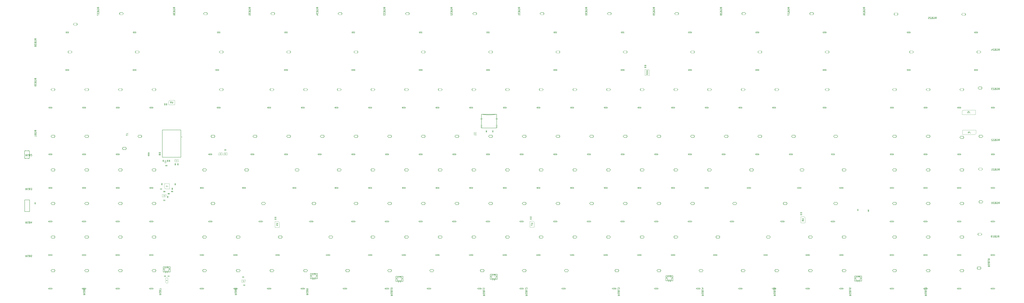
<source format=gbr>
%TF.GenerationSoftware,KiCad,Pcbnew,8.0.5-8.0.5-0~ubuntu20.04.1*%
%TF.CreationDate,2024-11-10T14:11:15+00:00*%
%TF.ProjectId,Hyper7-Evo,48797065-7237-42d4-9576-6f2e6b696361,rev?*%
%TF.SameCoordinates,Original*%
%TF.FileFunction,AssemblyDrawing,Bot*%
%FSLAX46Y46*%
G04 Gerber Fmt 4.6, Leading zero omitted, Abs format (unit mm)*
G04 Created by KiCad (PCBNEW 8.0.5-8.0.5-0~ubuntu20.04.1) date 2024-11-10 14:11:15*
%MOMM*%
%LPD*%
G01*
G04 APERTURE LIST*
%ADD10C,0.060000*%
%ADD11C,0.150000*%
%ADD12C,0.040000*%
%ADD13C,0.075000*%
%ADD14C,0.130000*%
%ADD15C,0.050000*%
%ADD16C,0.110000*%
%ADD17C,0.100000*%
%ADD18C,0.025000*%
%ADD19C,0.120000*%
%ADD20C,0.200000*%
%ADD21C,0.152400*%
%ADD22C,0.000000*%
%ADD23C,0.127000*%
%ADD24C,0.010000*%
G04 APERTURE END LIST*
D10*
X528908570Y-152081927D02*
X529099046Y-152081927D01*
X529099046Y-152081927D02*
X529099046Y-151681927D01*
X528775236Y-151872403D02*
X528641903Y-151872403D01*
X528584760Y-152081927D02*
X528775236Y-152081927D01*
X528775236Y-152081927D02*
X528775236Y-151681927D01*
X528775236Y-151681927D02*
X528584760Y-151681927D01*
X528413331Y-152081927D02*
X528413331Y-151681927D01*
X528413331Y-151681927D02*
X528318093Y-151681927D01*
X528318093Y-151681927D02*
X528260950Y-151700975D01*
X528260950Y-151700975D02*
X528222855Y-151739070D01*
X528222855Y-151739070D02*
X528203808Y-151777165D01*
X528203808Y-151777165D02*
X528184760Y-151853356D01*
X528184760Y-151853356D02*
X528184760Y-151910499D01*
X528184760Y-151910499D02*
X528203808Y-151986689D01*
X528203808Y-151986689D02*
X528222855Y-152024784D01*
X528222855Y-152024784D02*
X528260950Y-152062880D01*
X528260950Y-152062880D02*
X528318093Y-152081927D01*
X528318093Y-152081927D02*
X528413331Y-152081927D01*
X527784760Y-152081927D02*
X527918093Y-151891451D01*
X528013331Y-152081927D02*
X528013331Y-151681927D01*
X528013331Y-151681927D02*
X527860950Y-151681927D01*
X527860950Y-151681927D02*
X527822855Y-151700975D01*
X527822855Y-151700975D02*
X527803808Y-151720022D01*
X527803808Y-151720022D02*
X527784760Y-151758118D01*
X527784760Y-151758118D02*
X527784760Y-151815260D01*
X527784760Y-151815260D02*
X527803808Y-151853356D01*
X527803808Y-151853356D02*
X527822855Y-151872403D01*
X527822855Y-151872403D02*
X527860950Y-151891451D01*
X527860950Y-151891451D02*
X528013331Y-151891451D01*
X527403808Y-152081927D02*
X527632379Y-152081927D01*
X527518093Y-152081927D02*
X527518093Y-151681927D01*
X527518093Y-151681927D02*
X527556189Y-151739070D01*
X527556189Y-151739070D02*
X527594284Y-151777165D01*
X527594284Y-151777165D02*
X527632379Y-151796213D01*
X527156189Y-151681927D02*
X527118094Y-151681927D01*
X527118094Y-151681927D02*
X527079998Y-151700975D01*
X527079998Y-151700975D02*
X527060951Y-151720022D01*
X527060951Y-151720022D02*
X527041903Y-151758118D01*
X527041903Y-151758118D02*
X527022856Y-151834308D01*
X527022856Y-151834308D02*
X527022856Y-151929546D01*
X527022856Y-151929546D02*
X527041903Y-152005737D01*
X527041903Y-152005737D02*
X527060951Y-152043832D01*
X527060951Y-152043832D02*
X527079998Y-152062880D01*
X527079998Y-152062880D02*
X527118094Y-152081927D01*
X527118094Y-152081927D02*
X527156189Y-152081927D01*
X527156189Y-152081927D02*
X527194284Y-152062880D01*
X527194284Y-152062880D02*
X527213332Y-152043832D01*
X527213332Y-152043832D02*
X527232379Y-152005737D01*
X527232379Y-152005737D02*
X527251427Y-151929546D01*
X527251427Y-151929546D02*
X527251427Y-151834308D01*
X527251427Y-151834308D02*
X527232379Y-151758118D01*
X527232379Y-151758118D02*
X527213332Y-151720022D01*
X527213332Y-151720022D02*
X527194284Y-151700975D01*
X527194284Y-151700975D02*
X527156189Y-151681927D01*
X526679999Y-151815260D02*
X526679999Y-152081927D01*
X526775237Y-151662880D02*
X526870475Y-151948594D01*
X526870475Y-151948594D02*
X526622856Y-151948594D01*
X567008570Y-171131927D02*
X567199046Y-171131927D01*
X567199046Y-171131927D02*
X567199046Y-170731927D01*
X566875236Y-170922403D02*
X566741903Y-170922403D01*
X566684760Y-171131927D02*
X566875236Y-171131927D01*
X566875236Y-171131927D02*
X566875236Y-170731927D01*
X566875236Y-170731927D02*
X566684760Y-170731927D01*
X566513331Y-171131927D02*
X566513331Y-170731927D01*
X566513331Y-170731927D02*
X566418093Y-170731927D01*
X566418093Y-170731927D02*
X566360950Y-170750975D01*
X566360950Y-170750975D02*
X566322855Y-170789070D01*
X566322855Y-170789070D02*
X566303808Y-170827165D01*
X566303808Y-170827165D02*
X566284760Y-170903356D01*
X566284760Y-170903356D02*
X566284760Y-170960499D01*
X566284760Y-170960499D02*
X566303808Y-171036689D01*
X566303808Y-171036689D02*
X566322855Y-171074784D01*
X566322855Y-171074784D02*
X566360950Y-171112880D01*
X566360950Y-171112880D02*
X566418093Y-171131927D01*
X566418093Y-171131927D02*
X566513331Y-171131927D01*
X565884760Y-171131927D02*
X566018093Y-170941451D01*
X566113331Y-171131927D02*
X566113331Y-170731927D01*
X566113331Y-170731927D02*
X565960950Y-170731927D01*
X565960950Y-170731927D02*
X565922855Y-170750975D01*
X565922855Y-170750975D02*
X565903808Y-170770022D01*
X565903808Y-170770022D02*
X565884760Y-170808118D01*
X565884760Y-170808118D02*
X565884760Y-170865260D01*
X565884760Y-170865260D02*
X565903808Y-170903356D01*
X565903808Y-170903356D02*
X565922855Y-170922403D01*
X565922855Y-170922403D02*
X565960950Y-170941451D01*
X565960950Y-170941451D02*
X566113331Y-170941451D01*
X565503808Y-171131927D02*
X565732379Y-171131927D01*
X565618093Y-171131927D02*
X565618093Y-170731927D01*
X565618093Y-170731927D02*
X565656189Y-170789070D01*
X565656189Y-170789070D02*
X565694284Y-170827165D01*
X565694284Y-170827165D02*
X565732379Y-170846213D01*
X565370475Y-170731927D02*
X565122856Y-170731927D01*
X565122856Y-170731927D02*
X565256189Y-170884308D01*
X565256189Y-170884308D02*
X565199046Y-170884308D01*
X565199046Y-170884308D02*
X565160951Y-170903356D01*
X565160951Y-170903356D02*
X565141903Y-170922403D01*
X565141903Y-170922403D02*
X565122856Y-170960499D01*
X565122856Y-170960499D02*
X565122856Y-171055737D01*
X565122856Y-171055737D02*
X565141903Y-171093832D01*
X565141903Y-171093832D02*
X565160951Y-171112880D01*
X565160951Y-171112880D02*
X565199046Y-171131927D01*
X565199046Y-171131927D02*
X565313332Y-171131927D01*
X565313332Y-171131927D02*
X565351427Y-171112880D01*
X565351427Y-171112880D02*
X565370475Y-171093832D01*
X564741904Y-171131927D02*
X564970475Y-171131927D01*
X564856189Y-171131927D02*
X564856189Y-170731927D01*
X564856189Y-170731927D02*
X564894285Y-170789070D01*
X564894285Y-170789070D02*
X564932380Y-170827165D01*
X564932380Y-170827165D02*
X564970475Y-170846213D01*
D11*
X572043333Y-119854819D02*
X572043333Y-120569104D01*
X572043333Y-120569104D02*
X572090952Y-120711961D01*
X572090952Y-120711961D02*
X572186190Y-120807200D01*
X572186190Y-120807200D02*
X572329047Y-120854819D01*
X572329047Y-120854819D02*
X572424285Y-120854819D01*
X571138571Y-120188152D02*
X571138571Y-120854819D01*
X571376666Y-119807200D02*
X571614761Y-120521485D01*
X571614761Y-120521485D02*
X570995714Y-120521485D01*
D10*
X328883570Y-190181927D02*
X329074046Y-190181927D01*
X329074046Y-190181927D02*
X329074046Y-189781927D01*
X328750236Y-189972403D02*
X328616903Y-189972403D01*
X328559760Y-190181927D02*
X328750236Y-190181927D01*
X328750236Y-190181927D02*
X328750236Y-189781927D01*
X328750236Y-189781927D02*
X328559760Y-189781927D01*
X328388331Y-190181927D02*
X328388331Y-189781927D01*
X328388331Y-189781927D02*
X328293093Y-189781927D01*
X328293093Y-189781927D02*
X328235950Y-189800975D01*
X328235950Y-189800975D02*
X328197855Y-189839070D01*
X328197855Y-189839070D02*
X328178808Y-189877165D01*
X328178808Y-189877165D02*
X328159760Y-189953356D01*
X328159760Y-189953356D02*
X328159760Y-190010499D01*
X328159760Y-190010499D02*
X328178808Y-190086689D01*
X328178808Y-190086689D02*
X328197855Y-190124784D01*
X328197855Y-190124784D02*
X328235950Y-190162880D01*
X328235950Y-190162880D02*
X328293093Y-190181927D01*
X328293093Y-190181927D02*
X328388331Y-190181927D01*
X327759760Y-190181927D02*
X327893093Y-189991451D01*
X327988331Y-190181927D02*
X327988331Y-189781927D01*
X327988331Y-189781927D02*
X327835950Y-189781927D01*
X327835950Y-189781927D02*
X327797855Y-189800975D01*
X327797855Y-189800975D02*
X327778808Y-189820022D01*
X327778808Y-189820022D02*
X327759760Y-189858118D01*
X327759760Y-189858118D02*
X327759760Y-189915260D01*
X327759760Y-189915260D02*
X327778808Y-189953356D01*
X327778808Y-189953356D02*
X327797855Y-189972403D01*
X327797855Y-189972403D02*
X327835950Y-189991451D01*
X327835950Y-189991451D02*
X327988331Y-189991451D01*
X327378808Y-190181927D02*
X327607379Y-190181927D01*
X327493093Y-190181927D02*
X327493093Y-189781927D01*
X327493093Y-189781927D02*
X327531189Y-189839070D01*
X327531189Y-189839070D02*
X327569284Y-189877165D01*
X327569284Y-189877165D02*
X327607379Y-189896213D01*
X327035951Y-189915260D02*
X327035951Y-190181927D01*
X327131189Y-189762880D02*
X327226427Y-190048594D01*
X327226427Y-190048594D02*
X326978808Y-190048594D01*
X326654999Y-189781927D02*
X326731189Y-189781927D01*
X326731189Y-189781927D02*
X326769285Y-189800975D01*
X326769285Y-189800975D02*
X326788332Y-189820022D01*
X326788332Y-189820022D02*
X326826427Y-189877165D01*
X326826427Y-189877165D02*
X326845475Y-189953356D01*
X326845475Y-189953356D02*
X326845475Y-190105737D01*
X326845475Y-190105737D02*
X326826427Y-190143832D01*
X326826427Y-190143832D02*
X326807380Y-190162880D01*
X326807380Y-190162880D02*
X326769285Y-190181927D01*
X326769285Y-190181927D02*
X326693094Y-190181927D01*
X326693094Y-190181927D02*
X326654999Y-190162880D01*
X326654999Y-190162880D02*
X326635951Y-190143832D01*
X326635951Y-190143832D02*
X326616904Y-190105737D01*
X326616904Y-190105737D02*
X326616904Y-190010499D01*
X326616904Y-190010499D02*
X326635951Y-189972403D01*
X326635951Y-189972403D02*
X326654999Y-189953356D01*
X326654999Y-189953356D02*
X326693094Y-189934308D01*
X326693094Y-189934308D02*
X326769285Y-189934308D01*
X326769285Y-189934308D02*
X326807380Y-189953356D01*
X326807380Y-189953356D02*
X326826427Y-189972403D01*
X326826427Y-189972403D02*
X326845475Y-190010499D01*
X223727618Y-63831927D02*
X223918094Y-63831927D01*
X223918094Y-63831927D02*
X223918094Y-63431927D01*
X223594284Y-63622403D02*
X223460951Y-63622403D01*
X223403808Y-63831927D02*
X223594284Y-63831927D01*
X223594284Y-63831927D02*
X223594284Y-63431927D01*
X223594284Y-63431927D02*
X223403808Y-63431927D01*
X223232379Y-63831927D02*
X223232379Y-63431927D01*
X223232379Y-63431927D02*
X223137141Y-63431927D01*
X223137141Y-63431927D02*
X223079998Y-63450975D01*
X223079998Y-63450975D02*
X223041903Y-63489070D01*
X223041903Y-63489070D02*
X223022856Y-63527165D01*
X223022856Y-63527165D02*
X223003808Y-63603356D01*
X223003808Y-63603356D02*
X223003808Y-63660499D01*
X223003808Y-63660499D02*
X223022856Y-63736689D01*
X223022856Y-63736689D02*
X223041903Y-63774784D01*
X223041903Y-63774784D02*
X223079998Y-63812880D01*
X223079998Y-63812880D02*
X223137141Y-63831927D01*
X223137141Y-63831927D02*
X223232379Y-63831927D01*
X222603808Y-63831927D02*
X222737141Y-63641451D01*
X222832379Y-63831927D02*
X222832379Y-63431927D01*
X222832379Y-63431927D02*
X222679998Y-63431927D01*
X222679998Y-63431927D02*
X222641903Y-63450975D01*
X222641903Y-63450975D02*
X222622856Y-63470022D01*
X222622856Y-63470022D02*
X222603808Y-63508118D01*
X222603808Y-63508118D02*
X222603808Y-63565260D01*
X222603808Y-63565260D02*
X222622856Y-63603356D01*
X222622856Y-63603356D02*
X222641903Y-63622403D01*
X222641903Y-63622403D02*
X222679998Y-63641451D01*
X222679998Y-63641451D02*
X222832379Y-63641451D01*
X222241903Y-63431927D02*
X222432379Y-63431927D01*
X222432379Y-63431927D02*
X222451427Y-63622403D01*
X222451427Y-63622403D02*
X222432379Y-63603356D01*
X222432379Y-63603356D02*
X222394284Y-63584308D01*
X222394284Y-63584308D02*
X222299046Y-63584308D01*
X222299046Y-63584308D02*
X222260951Y-63603356D01*
X222260951Y-63603356D02*
X222241903Y-63622403D01*
X222241903Y-63622403D02*
X222222856Y-63660499D01*
X222222856Y-63660499D02*
X222222856Y-63755737D01*
X222222856Y-63755737D02*
X222241903Y-63793832D01*
X222241903Y-63793832D02*
X222260951Y-63812880D01*
X222260951Y-63812880D02*
X222299046Y-63831927D01*
X222299046Y-63831927D02*
X222394284Y-63831927D01*
X222394284Y-63831927D02*
X222432379Y-63812880D01*
X222432379Y-63812880D02*
X222451427Y-63793832D01*
D11*
X588242857Y-160954819D02*
X588576190Y-160478628D01*
X588814285Y-160954819D02*
X588814285Y-159954819D01*
X588814285Y-159954819D02*
X588433333Y-159954819D01*
X588433333Y-159954819D02*
X588338095Y-160002438D01*
X588338095Y-160002438D02*
X588290476Y-160050057D01*
X588290476Y-160050057D02*
X588242857Y-160145295D01*
X588242857Y-160145295D02*
X588242857Y-160288152D01*
X588242857Y-160288152D02*
X588290476Y-160383390D01*
X588290476Y-160383390D02*
X588338095Y-160431009D01*
X588338095Y-160431009D02*
X588433333Y-160478628D01*
X588433333Y-160478628D02*
X588814285Y-160478628D01*
X587290476Y-160002438D02*
X587385714Y-159954819D01*
X587385714Y-159954819D02*
X587528571Y-159954819D01*
X587528571Y-159954819D02*
X587671428Y-160002438D01*
X587671428Y-160002438D02*
X587766666Y-160097676D01*
X587766666Y-160097676D02*
X587814285Y-160192914D01*
X587814285Y-160192914D02*
X587861904Y-160383390D01*
X587861904Y-160383390D02*
X587861904Y-160526247D01*
X587861904Y-160526247D02*
X587814285Y-160716723D01*
X587814285Y-160716723D02*
X587766666Y-160811961D01*
X587766666Y-160811961D02*
X587671428Y-160907200D01*
X587671428Y-160907200D02*
X587528571Y-160954819D01*
X587528571Y-160954819D02*
X587433333Y-160954819D01*
X587433333Y-160954819D02*
X587290476Y-160907200D01*
X587290476Y-160907200D02*
X587242857Y-160859580D01*
X587242857Y-160859580D02*
X587242857Y-160526247D01*
X587242857Y-160526247D02*
X587433333Y-160526247D01*
X586480952Y-160431009D02*
X586338095Y-160478628D01*
X586338095Y-160478628D02*
X586290476Y-160526247D01*
X586290476Y-160526247D02*
X586242857Y-160621485D01*
X586242857Y-160621485D02*
X586242857Y-160764342D01*
X586242857Y-160764342D02*
X586290476Y-160859580D01*
X586290476Y-160859580D02*
X586338095Y-160907200D01*
X586338095Y-160907200D02*
X586433333Y-160954819D01*
X586433333Y-160954819D02*
X586814285Y-160954819D01*
X586814285Y-160954819D02*
X586814285Y-159954819D01*
X586814285Y-159954819D02*
X586480952Y-159954819D01*
X586480952Y-159954819D02*
X586385714Y-160002438D01*
X586385714Y-160002438D02*
X586338095Y-160050057D01*
X586338095Y-160050057D02*
X586290476Y-160145295D01*
X586290476Y-160145295D02*
X586290476Y-160240533D01*
X586290476Y-160240533D02*
X586338095Y-160335771D01*
X586338095Y-160335771D02*
X586385714Y-160383390D01*
X586385714Y-160383390D02*
X586480952Y-160431009D01*
X586480952Y-160431009D02*
X586814285Y-160431009D01*
X585861904Y-160050057D02*
X585814285Y-160002438D01*
X585814285Y-160002438D02*
X585719047Y-159954819D01*
X585719047Y-159954819D02*
X585480952Y-159954819D01*
X585480952Y-159954819D02*
X585385714Y-160002438D01*
X585385714Y-160002438D02*
X585338095Y-160050057D01*
X585338095Y-160050057D02*
X585290476Y-160145295D01*
X585290476Y-160145295D02*
X585290476Y-160240533D01*
X585290476Y-160240533D02*
X585338095Y-160383390D01*
X585338095Y-160383390D02*
X585909523Y-160954819D01*
X585909523Y-160954819D02*
X585290476Y-160954819D01*
X584671428Y-159954819D02*
X584576190Y-159954819D01*
X584576190Y-159954819D02*
X584480952Y-160002438D01*
X584480952Y-160002438D02*
X584433333Y-160050057D01*
X584433333Y-160050057D02*
X584385714Y-160145295D01*
X584385714Y-160145295D02*
X584338095Y-160335771D01*
X584338095Y-160335771D02*
X584338095Y-160573866D01*
X584338095Y-160573866D02*
X584385714Y-160764342D01*
X584385714Y-160764342D02*
X584433333Y-160859580D01*
X584433333Y-160859580D02*
X584480952Y-160907200D01*
X584480952Y-160907200D02*
X584576190Y-160954819D01*
X584576190Y-160954819D02*
X584671428Y-160954819D01*
X584671428Y-160954819D02*
X584766666Y-160907200D01*
X584766666Y-160907200D02*
X584814285Y-160859580D01*
X584814285Y-160859580D02*
X584861904Y-160764342D01*
X584861904Y-160764342D02*
X584909523Y-160573866D01*
X584909523Y-160573866D02*
X584909523Y-160335771D01*
X584909523Y-160335771D02*
X584861904Y-160145295D01*
X584861904Y-160145295D02*
X584814285Y-160050057D01*
X584814285Y-160050057D02*
X584766666Y-160002438D01*
X584766666Y-160002438D02*
X584671428Y-159954819D01*
D10*
X71518094Y-106511927D02*
X71708570Y-106511927D01*
X71708570Y-106511927D02*
X71708570Y-106111927D01*
X71384760Y-106302403D02*
X71251427Y-106302403D01*
X71194284Y-106511927D02*
X71384760Y-106511927D01*
X71384760Y-106511927D02*
X71384760Y-106111927D01*
X71384760Y-106111927D02*
X71194284Y-106111927D01*
X71022855Y-106511927D02*
X71022855Y-106111927D01*
X71022855Y-106111927D02*
X70927617Y-106111927D01*
X70927617Y-106111927D02*
X70870474Y-106130975D01*
X70870474Y-106130975D02*
X70832379Y-106169070D01*
X70832379Y-106169070D02*
X70813332Y-106207165D01*
X70813332Y-106207165D02*
X70794284Y-106283356D01*
X70794284Y-106283356D02*
X70794284Y-106340499D01*
X70794284Y-106340499D02*
X70813332Y-106416689D01*
X70813332Y-106416689D02*
X70832379Y-106454784D01*
X70832379Y-106454784D02*
X70870474Y-106492880D01*
X70870474Y-106492880D02*
X70927617Y-106511927D01*
X70927617Y-106511927D02*
X71022855Y-106511927D01*
X70394284Y-106511927D02*
X70527617Y-106321451D01*
X70622855Y-106511927D02*
X70622855Y-106111927D01*
X70622855Y-106111927D02*
X70470474Y-106111927D01*
X70470474Y-106111927D02*
X70432379Y-106130975D01*
X70432379Y-106130975D02*
X70413332Y-106150022D01*
X70413332Y-106150022D02*
X70394284Y-106188118D01*
X70394284Y-106188118D02*
X70394284Y-106245260D01*
X70394284Y-106245260D02*
X70413332Y-106283356D01*
X70413332Y-106283356D02*
X70432379Y-106302403D01*
X70432379Y-106302403D02*
X70470474Y-106321451D01*
X70470474Y-106321451D02*
X70622855Y-106321451D01*
X70260951Y-106111927D02*
X70013332Y-106111927D01*
X70013332Y-106111927D02*
X70146665Y-106264308D01*
X70146665Y-106264308D02*
X70089522Y-106264308D01*
X70089522Y-106264308D02*
X70051427Y-106283356D01*
X70051427Y-106283356D02*
X70032379Y-106302403D01*
X70032379Y-106302403D02*
X70013332Y-106340499D01*
X70013332Y-106340499D02*
X70013332Y-106435737D01*
X70013332Y-106435737D02*
X70032379Y-106473832D01*
X70032379Y-106473832D02*
X70051427Y-106492880D01*
X70051427Y-106492880D02*
X70089522Y-106511927D01*
X70089522Y-106511927D02*
X70203808Y-106511927D01*
X70203808Y-106511927D02*
X70241903Y-106492880D01*
X70241903Y-106492880D02*
X70260951Y-106473832D01*
X69765713Y-106111927D02*
X69727618Y-106111927D01*
X69727618Y-106111927D02*
X69689522Y-106130975D01*
X69689522Y-106130975D02*
X69670475Y-106150022D01*
X69670475Y-106150022D02*
X69651427Y-106188118D01*
X69651427Y-106188118D02*
X69632380Y-106264308D01*
X69632380Y-106264308D02*
X69632380Y-106359546D01*
X69632380Y-106359546D02*
X69651427Y-106435737D01*
X69651427Y-106435737D02*
X69670475Y-106473832D01*
X69670475Y-106473832D02*
X69689522Y-106492880D01*
X69689522Y-106492880D02*
X69727618Y-106511927D01*
X69727618Y-106511927D02*
X69765713Y-106511927D01*
X69765713Y-106511927D02*
X69803808Y-106492880D01*
X69803808Y-106492880D02*
X69822856Y-106473832D01*
X69822856Y-106473832D02*
X69841903Y-106435737D01*
X69841903Y-106435737D02*
X69860951Y-106359546D01*
X69860951Y-106359546D02*
X69860951Y-106264308D01*
X69860951Y-106264308D02*
X69841903Y-106188118D01*
X69841903Y-106188118D02*
X69822856Y-106150022D01*
X69822856Y-106150022D02*
X69803808Y-106130975D01*
X69803808Y-106130975D02*
X69765713Y-106111927D01*
X366793094Y-152081927D02*
X366983570Y-152081927D01*
X366983570Y-152081927D02*
X366983570Y-151681927D01*
X366659760Y-151872403D02*
X366526427Y-151872403D01*
X366469284Y-152081927D02*
X366659760Y-152081927D01*
X366659760Y-152081927D02*
X366659760Y-151681927D01*
X366659760Y-151681927D02*
X366469284Y-151681927D01*
X366297855Y-152081927D02*
X366297855Y-151681927D01*
X366297855Y-151681927D02*
X366202617Y-151681927D01*
X366202617Y-151681927D02*
X366145474Y-151700975D01*
X366145474Y-151700975D02*
X366107379Y-151739070D01*
X366107379Y-151739070D02*
X366088332Y-151777165D01*
X366088332Y-151777165D02*
X366069284Y-151853356D01*
X366069284Y-151853356D02*
X366069284Y-151910499D01*
X366069284Y-151910499D02*
X366088332Y-151986689D01*
X366088332Y-151986689D02*
X366107379Y-152024784D01*
X366107379Y-152024784D02*
X366145474Y-152062880D01*
X366145474Y-152062880D02*
X366202617Y-152081927D01*
X366202617Y-152081927D02*
X366297855Y-152081927D01*
X365669284Y-152081927D02*
X365802617Y-151891451D01*
X365897855Y-152081927D02*
X365897855Y-151681927D01*
X365897855Y-151681927D02*
X365745474Y-151681927D01*
X365745474Y-151681927D02*
X365707379Y-151700975D01*
X365707379Y-151700975D02*
X365688332Y-151720022D01*
X365688332Y-151720022D02*
X365669284Y-151758118D01*
X365669284Y-151758118D02*
X365669284Y-151815260D01*
X365669284Y-151815260D02*
X365688332Y-151853356D01*
X365688332Y-151853356D02*
X365707379Y-151872403D01*
X365707379Y-151872403D02*
X365745474Y-151891451D01*
X365745474Y-151891451D02*
X365897855Y-151891451D01*
X365478808Y-152081927D02*
X365402617Y-152081927D01*
X365402617Y-152081927D02*
X365364522Y-152062880D01*
X365364522Y-152062880D02*
X365345474Y-152043832D01*
X365345474Y-152043832D02*
X365307379Y-151986689D01*
X365307379Y-151986689D02*
X365288332Y-151910499D01*
X365288332Y-151910499D02*
X365288332Y-151758118D01*
X365288332Y-151758118D02*
X365307379Y-151720022D01*
X365307379Y-151720022D02*
X365326427Y-151700975D01*
X365326427Y-151700975D02*
X365364522Y-151681927D01*
X365364522Y-151681927D02*
X365440713Y-151681927D01*
X365440713Y-151681927D02*
X365478808Y-151700975D01*
X365478808Y-151700975D02*
X365497855Y-151720022D01*
X365497855Y-151720022D02*
X365516903Y-151758118D01*
X365516903Y-151758118D02*
X365516903Y-151853356D01*
X365516903Y-151853356D02*
X365497855Y-151891451D01*
X365497855Y-151891451D02*
X365478808Y-151910499D01*
X365478808Y-151910499D02*
X365440713Y-151929546D01*
X365440713Y-151929546D02*
X365364522Y-151929546D01*
X365364522Y-151929546D02*
X365326427Y-151910499D01*
X365326427Y-151910499D02*
X365307379Y-151891451D01*
X365307379Y-151891451D02*
X365288332Y-151853356D01*
X365154999Y-151681927D02*
X364888332Y-151681927D01*
X364888332Y-151681927D02*
X365059761Y-152081927D01*
D11*
X317454819Y-50007142D02*
X316978628Y-49673809D01*
X317454819Y-49435714D02*
X316454819Y-49435714D01*
X316454819Y-49435714D02*
X316454819Y-49816666D01*
X316454819Y-49816666D02*
X316502438Y-49911904D01*
X316502438Y-49911904D02*
X316550057Y-49959523D01*
X316550057Y-49959523D02*
X316645295Y-50007142D01*
X316645295Y-50007142D02*
X316788152Y-50007142D01*
X316788152Y-50007142D02*
X316883390Y-49959523D01*
X316883390Y-49959523D02*
X316931009Y-49911904D01*
X316931009Y-49911904D02*
X316978628Y-49816666D01*
X316978628Y-49816666D02*
X316978628Y-49435714D01*
X316502438Y-50959523D02*
X316454819Y-50864285D01*
X316454819Y-50864285D02*
X316454819Y-50721428D01*
X316454819Y-50721428D02*
X316502438Y-50578571D01*
X316502438Y-50578571D02*
X316597676Y-50483333D01*
X316597676Y-50483333D02*
X316692914Y-50435714D01*
X316692914Y-50435714D02*
X316883390Y-50388095D01*
X316883390Y-50388095D02*
X317026247Y-50388095D01*
X317026247Y-50388095D02*
X317216723Y-50435714D01*
X317216723Y-50435714D02*
X317311961Y-50483333D01*
X317311961Y-50483333D02*
X317407200Y-50578571D01*
X317407200Y-50578571D02*
X317454819Y-50721428D01*
X317454819Y-50721428D02*
X317454819Y-50816666D01*
X317454819Y-50816666D02*
X317407200Y-50959523D01*
X317407200Y-50959523D02*
X317359580Y-51007142D01*
X317359580Y-51007142D02*
X317026247Y-51007142D01*
X317026247Y-51007142D02*
X317026247Y-50816666D01*
X316931009Y-51769047D02*
X316978628Y-51911904D01*
X316978628Y-51911904D02*
X317026247Y-51959523D01*
X317026247Y-51959523D02*
X317121485Y-52007142D01*
X317121485Y-52007142D02*
X317264342Y-52007142D01*
X317264342Y-52007142D02*
X317359580Y-51959523D01*
X317359580Y-51959523D02*
X317407200Y-51911904D01*
X317407200Y-51911904D02*
X317454819Y-51816666D01*
X317454819Y-51816666D02*
X317454819Y-51435714D01*
X317454819Y-51435714D02*
X316454819Y-51435714D01*
X316454819Y-51435714D02*
X316454819Y-51769047D01*
X316454819Y-51769047D02*
X316502438Y-51864285D01*
X316502438Y-51864285D02*
X316550057Y-51911904D01*
X316550057Y-51911904D02*
X316645295Y-51959523D01*
X316645295Y-51959523D02*
X316740533Y-51959523D01*
X316740533Y-51959523D02*
X316835771Y-51911904D01*
X316835771Y-51911904D02*
X316883390Y-51864285D01*
X316883390Y-51864285D02*
X316931009Y-51769047D01*
X316931009Y-51769047D02*
X316931009Y-51435714D01*
X316454819Y-52340476D02*
X316454819Y-52959523D01*
X316454819Y-52959523D02*
X316835771Y-52626190D01*
X316835771Y-52626190D02*
X316835771Y-52769047D01*
X316835771Y-52769047D02*
X316883390Y-52864285D01*
X316883390Y-52864285D02*
X316931009Y-52911904D01*
X316931009Y-52911904D02*
X317026247Y-52959523D01*
X317026247Y-52959523D02*
X317264342Y-52959523D01*
X317264342Y-52959523D02*
X317359580Y-52911904D01*
X317359580Y-52911904D02*
X317407200Y-52864285D01*
X317407200Y-52864285D02*
X317454819Y-52769047D01*
X317454819Y-52769047D02*
X317454819Y-52483333D01*
X317454819Y-52483333D02*
X317407200Y-52388095D01*
X317407200Y-52388095D02*
X317359580Y-52340476D01*
X317454819Y-53911904D02*
X317454819Y-53340476D01*
X317454819Y-53626190D02*
X316454819Y-53626190D01*
X316454819Y-53626190D02*
X316597676Y-53530952D01*
X316597676Y-53530952D02*
X316692914Y-53435714D01*
X316692914Y-53435714D02*
X316740533Y-53340476D01*
X79204819Y-50007142D02*
X78728628Y-49673809D01*
X79204819Y-49435714D02*
X78204819Y-49435714D01*
X78204819Y-49435714D02*
X78204819Y-49816666D01*
X78204819Y-49816666D02*
X78252438Y-49911904D01*
X78252438Y-49911904D02*
X78300057Y-49959523D01*
X78300057Y-49959523D02*
X78395295Y-50007142D01*
X78395295Y-50007142D02*
X78538152Y-50007142D01*
X78538152Y-50007142D02*
X78633390Y-49959523D01*
X78633390Y-49959523D02*
X78681009Y-49911904D01*
X78681009Y-49911904D02*
X78728628Y-49816666D01*
X78728628Y-49816666D02*
X78728628Y-49435714D01*
X78252438Y-50959523D02*
X78204819Y-50864285D01*
X78204819Y-50864285D02*
X78204819Y-50721428D01*
X78204819Y-50721428D02*
X78252438Y-50578571D01*
X78252438Y-50578571D02*
X78347676Y-50483333D01*
X78347676Y-50483333D02*
X78442914Y-50435714D01*
X78442914Y-50435714D02*
X78633390Y-50388095D01*
X78633390Y-50388095D02*
X78776247Y-50388095D01*
X78776247Y-50388095D02*
X78966723Y-50435714D01*
X78966723Y-50435714D02*
X79061961Y-50483333D01*
X79061961Y-50483333D02*
X79157200Y-50578571D01*
X79157200Y-50578571D02*
X79204819Y-50721428D01*
X79204819Y-50721428D02*
X79204819Y-50816666D01*
X79204819Y-50816666D02*
X79157200Y-50959523D01*
X79157200Y-50959523D02*
X79109580Y-51007142D01*
X79109580Y-51007142D02*
X78776247Y-51007142D01*
X78776247Y-51007142D02*
X78776247Y-50816666D01*
X78681009Y-51769047D02*
X78728628Y-51911904D01*
X78728628Y-51911904D02*
X78776247Y-51959523D01*
X78776247Y-51959523D02*
X78871485Y-52007142D01*
X78871485Y-52007142D02*
X79014342Y-52007142D01*
X79014342Y-52007142D02*
X79109580Y-51959523D01*
X79109580Y-51959523D02*
X79157200Y-51911904D01*
X79157200Y-51911904D02*
X79204819Y-51816666D01*
X79204819Y-51816666D02*
X79204819Y-51435714D01*
X79204819Y-51435714D02*
X78204819Y-51435714D01*
X78204819Y-51435714D02*
X78204819Y-51769047D01*
X78204819Y-51769047D02*
X78252438Y-51864285D01*
X78252438Y-51864285D02*
X78300057Y-51911904D01*
X78300057Y-51911904D02*
X78395295Y-51959523D01*
X78395295Y-51959523D02*
X78490533Y-51959523D01*
X78490533Y-51959523D02*
X78585771Y-51911904D01*
X78585771Y-51911904D02*
X78633390Y-51864285D01*
X78633390Y-51864285D02*
X78681009Y-51769047D01*
X78681009Y-51769047D02*
X78681009Y-51435714D01*
X78204819Y-52340476D02*
X78204819Y-52959523D01*
X78204819Y-52959523D02*
X78585771Y-52626190D01*
X78585771Y-52626190D02*
X78585771Y-52769047D01*
X78585771Y-52769047D02*
X78633390Y-52864285D01*
X78633390Y-52864285D02*
X78681009Y-52911904D01*
X78681009Y-52911904D02*
X78776247Y-52959523D01*
X78776247Y-52959523D02*
X79014342Y-52959523D01*
X79014342Y-52959523D02*
X79109580Y-52911904D01*
X79109580Y-52911904D02*
X79157200Y-52864285D01*
X79157200Y-52864285D02*
X79204819Y-52769047D01*
X79204819Y-52769047D02*
X79204819Y-52483333D01*
X79204819Y-52483333D02*
X79157200Y-52388095D01*
X79157200Y-52388095D02*
X79109580Y-52340476D01*
X78204819Y-53292857D02*
X78204819Y-53959523D01*
X78204819Y-53959523D02*
X79204819Y-53530952D01*
D10*
X71708570Y-190181927D02*
X71899046Y-190181927D01*
X71899046Y-190181927D02*
X71899046Y-189781927D01*
X71575236Y-189972403D02*
X71441903Y-189972403D01*
X71384760Y-190181927D02*
X71575236Y-190181927D01*
X71575236Y-190181927D02*
X71575236Y-189781927D01*
X71575236Y-189781927D02*
X71384760Y-189781927D01*
X71213331Y-190181927D02*
X71213331Y-189781927D01*
X71213331Y-189781927D02*
X71118093Y-189781927D01*
X71118093Y-189781927D02*
X71060950Y-189800975D01*
X71060950Y-189800975D02*
X71022855Y-189839070D01*
X71022855Y-189839070D02*
X71003808Y-189877165D01*
X71003808Y-189877165D02*
X70984760Y-189953356D01*
X70984760Y-189953356D02*
X70984760Y-190010499D01*
X70984760Y-190010499D02*
X71003808Y-190086689D01*
X71003808Y-190086689D02*
X71022855Y-190124784D01*
X71022855Y-190124784D02*
X71060950Y-190162880D01*
X71060950Y-190162880D02*
X71118093Y-190181927D01*
X71118093Y-190181927D02*
X71213331Y-190181927D01*
X70584760Y-190181927D02*
X70718093Y-189991451D01*
X70813331Y-190181927D02*
X70813331Y-189781927D01*
X70813331Y-189781927D02*
X70660950Y-189781927D01*
X70660950Y-189781927D02*
X70622855Y-189800975D01*
X70622855Y-189800975D02*
X70603808Y-189820022D01*
X70603808Y-189820022D02*
X70584760Y-189858118D01*
X70584760Y-189858118D02*
X70584760Y-189915260D01*
X70584760Y-189915260D02*
X70603808Y-189953356D01*
X70603808Y-189953356D02*
X70622855Y-189972403D01*
X70622855Y-189972403D02*
X70660950Y-189991451D01*
X70660950Y-189991451D02*
X70813331Y-189991451D01*
X70203808Y-190181927D02*
X70432379Y-190181927D01*
X70318093Y-190181927D02*
X70318093Y-189781927D01*
X70318093Y-189781927D02*
X70356189Y-189839070D01*
X70356189Y-189839070D02*
X70394284Y-189877165D01*
X70394284Y-189877165D02*
X70432379Y-189896213D01*
X70070475Y-189781927D02*
X69822856Y-189781927D01*
X69822856Y-189781927D02*
X69956189Y-189934308D01*
X69956189Y-189934308D02*
X69899046Y-189934308D01*
X69899046Y-189934308D02*
X69860951Y-189953356D01*
X69860951Y-189953356D02*
X69841903Y-189972403D01*
X69841903Y-189972403D02*
X69822856Y-190010499D01*
X69822856Y-190010499D02*
X69822856Y-190105737D01*
X69822856Y-190105737D02*
X69841903Y-190143832D01*
X69841903Y-190143832D02*
X69860951Y-190162880D01*
X69860951Y-190162880D02*
X69899046Y-190181927D01*
X69899046Y-190181927D02*
X70013332Y-190181927D01*
X70013332Y-190181927D02*
X70051427Y-190162880D01*
X70051427Y-190162880D02*
X70070475Y-190143832D01*
X69479999Y-189915260D02*
X69479999Y-190181927D01*
X69575237Y-189762880D02*
X69670475Y-190048594D01*
X69670475Y-190048594D02*
X69422856Y-190048594D01*
X300118094Y-133031927D02*
X300308570Y-133031927D01*
X300308570Y-133031927D02*
X300308570Y-132631927D01*
X299984760Y-132822403D02*
X299851427Y-132822403D01*
X299794284Y-133031927D02*
X299984760Y-133031927D01*
X299984760Y-133031927D02*
X299984760Y-132631927D01*
X299984760Y-132631927D02*
X299794284Y-132631927D01*
X299622855Y-133031927D02*
X299622855Y-132631927D01*
X299622855Y-132631927D02*
X299527617Y-132631927D01*
X299527617Y-132631927D02*
X299470474Y-132650975D01*
X299470474Y-132650975D02*
X299432379Y-132689070D01*
X299432379Y-132689070D02*
X299413332Y-132727165D01*
X299413332Y-132727165D02*
X299394284Y-132803356D01*
X299394284Y-132803356D02*
X299394284Y-132860499D01*
X299394284Y-132860499D02*
X299413332Y-132936689D01*
X299413332Y-132936689D02*
X299432379Y-132974784D01*
X299432379Y-132974784D02*
X299470474Y-133012880D01*
X299470474Y-133012880D02*
X299527617Y-133031927D01*
X299527617Y-133031927D02*
X299622855Y-133031927D01*
X298994284Y-133031927D02*
X299127617Y-132841451D01*
X299222855Y-133031927D02*
X299222855Y-132631927D01*
X299222855Y-132631927D02*
X299070474Y-132631927D01*
X299070474Y-132631927D02*
X299032379Y-132650975D01*
X299032379Y-132650975D02*
X299013332Y-132670022D01*
X299013332Y-132670022D02*
X298994284Y-132708118D01*
X298994284Y-132708118D02*
X298994284Y-132765260D01*
X298994284Y-132765260D02*
X299013332Y-132803356D01*
X299013332Y-132803356D02*
X299032379Y-132822403D01*
X299032379Y-132822403D02*
X299070474Y-132841451D01*
X299070474Y-132841451D02*
X299222855Y-132841451D01*
X298651427Y-132631927D02*
X298727617Y-132631927D01*
X298727617Y-132631927D02*
X298765713Y-132650975D01*
X298765713Y-132650975D02*
X298784760Y-132670022D01*
X298784760Y-132670022D02*
X298822855Y-132727165D01*
X298822855Y-132727165D02*
X298841903Y-132803356D01*
X298841903Y-132803356D02*
X298841903Y-132955737D01*
X298841903Y-132955737D02*
X298822855Y-132993832D01*
X298822855Y-132993832D02*
X298803808Y-133012880D01*
X298803808Y-133012880D02*
X298765713Y-133031927D01*
X298765713Y-133031927D02*
X298689522Y-133031927D01*
X298689522Y-133031927D02*
X298651427Y-133012880D01*
X298651427Y-133012880D02*
X298632379Y-132993832D01*
X298632379Y-132993832D02*
X298613332Y-132955737D01*
X298613332Y-132955737D02*
X298613332Y-132860499D01*
X298613332Y-132860499D02*
X298632379Y-132822403D01*
X298632379Y-132822403D02*
X298651427Y-132803356D01*
X298651427Y-132803356D02*
X298689522Y-132784308D01*
X298689522Y-132784308D02*
X298765713Y-132784308D01*
X298765713Y-132784308D02*
X298803808Y-132803356D01*
X298803808Y-132803356D02*
X298822855Y-132822403D01*
X298822855Y-132822403D02*
X298841903Y-132860499D01*
X298479999Y-132631927D02*
X298213332Y-132631927D01*
X298213332Y-132631927D02*
X298384761Y-133031927D01*
X309833570Y-190181927D02*
X310024046Y-190181927D01*
X310024046Y-190181927D02*
X310024046Y-189781927D01*
X309700236Y-189972403D02*
X309566903Y-189972403D01*
X309509760Y-190181927D02*
X309700236Y-190181927D01*
X309700236Y-190181927D02*
X309700236Y-189781927D01*
X309700236Y-189781927D02*
X309509760Y-189781927D01*
X309338331Y-190181927D02*
X309338331Y-189781927D01*
X309338331Y-189781927D02*
X309243093Y-189781927D01*
X309243093Y-189781927D02*
X309185950Y-189800975D01*
X309185950Y-189800975D02*
X309147855Y-189839070D01*
X309147855Y-189839070D02*
X309128808Y-189877165D01*
X309128808Y-189877165D02*
X309109760Y-189953356D01*
X309109760Y-189953356D02*
X309109760Y-190010499D01*
X309109760Y-190010499D02*
X309128808Y-190086689D01*
X309128808Y-190086689D02*
X309147855Y-190124784D01*
X309147855Y-190124784D02*
X309185950Y-190162880D01*
X309185950Y-190162880D02*
X309243093Y-190181927D01*
X309243093Y-190181927D02*
X309338331Y-190181927D01*
X308709760Y-190181927D02*
X308843093Y-189991451D01*
X308938331Y-190181927D02*
X308938331Y-189781927D01*
X308938331Y-189781927D02*
X308785950Y-189781927D01*
X308785950Y-189781927D02*
X308747855Y-189800975D01*
X308747855Y-189800975D02*
X308728808Y-189820022D01*
X308728808Y-189820022D02*
X308709760Y-189858118D01*
X308709760Y-189858118D02*
X308709760Y-189915260D01*
X308709760Y-189915260D02*
X308728808Y-189953356D01*
X308728808Y-189953356D02*
X308747855Y-189972403D01*
X308747855Y-189972403D02*
X308785950Y-189991451D01*
X308785950Y-189991451D02*
X308938331Y-189991451D01*
X308328808Y-190181927D02*
X308557379Y-190181927D01*
X308443093Y-190181927D02*
X308443093Y-189781927D01*
X308443093Y-189781927D02*
X308481189Y-189839070D01*
X308481189Y-189839070D02*
X308519284Y-189877165D01*
X308519284Y-189877165D02*
X308557379Y-189896213D01*
X307985951Y-189915260D02*
X307985951Y-190181927D01*
X308081189Y-189762880D02*
X308176427Y-190048594D01*
X308176427Y-190048594D02*
X307928808Y-190048594D01*
X307585951Y-189781927D02*
X307776427Y-189781927D01*
X307776427Y-189781927D02*
X307795475Y-189972403D01*
X307795475Y-189972403D02*
X307776427Y-189953356D01*
X307776427Y-189953356D02*
X307738332Y-189934308D01*
X307738332Y-189934308D02*
X307643094Y-189934308D01*
X307643094Y-189934308D02*
X307604999Y-189953356D01*
X307604999Y-189953356D02*
X307585951Y-189972403D01*
X307585951Y-189972403D02*
X307566904Y-190010499D01*
X307566904Y-190010499D02*
X307566904Y-190105737D01*
X307566904Y-190105737D02*
X307585951Y-190143832D01*
X307585951Y-190143832D02*
X307604999Y-190162880D01*
X307604999Y-190162880D02*
X307643094Y-190181927D01*
X307643094Y-190181927D02*
X307738332Y-190181927D01*
X307738332Y-190181927D02*
X307776427Y-190162880D01*
X307776427Y-190162880D02*
X307795475Y-190143832D01*
X395558570Y-171131927D02*
X395749046Y-171131927D01*
X395749046Y-171131927D02*
X395749046Y-170731927D01*
X395425236Y-170922403D02*
X395291903Y-170922403D01*
X395234760Y-171131927D02*
X395425236Y-171131927D01*
X395425236Y-171131927D02*
X395425236Y-170731927D01*
X395425236Y-170731927D02*
X395234760Y-170731927D01*
X395063331Y-171131927D02*
X395063331Y-170731927D01*
X395063331Y-170731927D02*
X394968093Y-170731927D01*
X394968093Y-170731927D02*
X394910950Y-170750975D01*
X394910950Y-170750975D02*
X394872855Y-170789070D01*
X394872855Y-170789070D02*
X394853808Y-170827165D01*
X394853808Y-170827165D02*
X394834760Y-170903356D01*
X394834760Y-170903356D02*
X394834760Y-170960499D01*
X394834760Y-170960499D02*
X394853808Y-171036689D01*
X394853808Y-171036689D02*
X394872855Y-171074784D01*
X394872855Y-171074784D02*
X394910950Y-171112880D01*
X394910950Y-171112880D02*
X394968093Y-171131927D01*
X394968093Y-171131927D02*
X395063331Y-171131927D01*
X394434760Y-171131927D02*
X394568093Y-170941451D01*
X394663331Y-171131927D02*
X394663331Y-170731927D01*
X394663331Y-170731927D02*
X394510950Y-170731927D01*
X394510950Y-170731927D02*
X394472855Y-170750975D01*
X394472855Y-170750975D02*
X394453808Y-170770022D01*
X394453808Y-170770022D02*
X394434760Y-170808118D01*
X394434760Y-170808118D02*
X394434760Y-170865260D01*
X394434760Y-170865260D02*
X394453808Y-170903356D01*
X394453808Y-170903356D02*
X394472855Y-170922403D01*
X394472855Y-170922403D02*
X394510950Y-170941451D01*
X394510950Y-170941451D02*
X394663331Y-170941451D01*
X394053808Y-171131927D02*
X394282379Y-171131927D01*
X394168093Y-171131927D02*
X394168093Y-170731927D01*
X394168093Y-170731927D02*
X394206189Y-170789070D01*
X394206189Y-170789070D02*
X394244284Y-170827165D01*
X394244284Y-170827165D02*
X394282379Y-170846213D01*
X393901427Y-170770022D02*
X393882379Y-170750975D01*
X393882379Y-170750975D02*
X393844284Y-170731927D01*
X393844284Y-170731927D02*
X393749046Y-170731927D01*
X393749046Y-170731927D02*
X393710951Y-170750975D01*
X393710951Y-170750975D02*
X393691903Y-170770022D01*
X393691903Y-170770022D02*
X393672856Y-170808118D01*
X393672856Y-170808118D02*
X393672856Y-170846213D01*
X393672856Y-170846213D02*
X393691903Y-170903356D01*
X393691903Y-170903356D02*
X393920475Y-171131927D01*
X393920475Y-171131927D02*
X393672856Y-171131927D01*
X393329999Y-170865260D02*
X393329999Y-171131927D01*
X393425237Y-170712880D02*
X393520475Y-170998594D01*
X393520475Y-170998594D02*
X393272856Y-170998594D01*
X462043094Y-106511927D02*
X462233570Y-106511927D01*
X462233570Y-106511927D02*
X462233570Y-106111927D01*
X461909760Y-106302403D02*
X461776427Y-106302403D01*
X461719284Y-106511927D02*
X461909760Y-106511927D01*
X461909760Y-106511927D02*
X461909760Y-106111927D01*
X461909760Y-106111927D02*
X461719284Y-106111927D01*
X461547855Y-106511927D02*
X461547855Y-106111927D01*
X461547855Y-106111927D02*
X461452617Y-106111927D01*
X461452617Y-106111927D02*
X461395474Y-106130975D01*
X461395474Y-106130975D02*
X461357379Y-106169070D01*
X461357379Y-106169070D02*
X461338332Y-106207165D01*
X461338332Y-106207165D02*
X461319284Y-106283356D01*
X461319284Y-106283356D02*
X461319284Y-106340499D01*
X461319284Y-106340499D02*
X461338332Y-106416689D01*
X461338332Y-106416689D02*
X461357379Y-106454784D01*
X461357379Y-106454784D02*
X461395474Y-106492880D01*
X461395474Y-106492880D02*
X461452617Y-106511927D01*
X461452617Y-106511927D02*
X461547855Y-106511927D01*
X460919284Y-106511927D02*
X461052617Y-106321451D01*
X461147855Y-106511927D02*
X461147855Y-106111927D01*
X461147855Y-106111927D02*
X460995474Y-106111927D01*
X460995474Y-106111927D02*
X460957379Y-106130975D01*
X460957379Y-106130975D02*
X460938332Y-106150022D01*
X460938332Y-106150022D02*
X460919284Y-106188118D01*
X460919284Y-106188118D02*
X460919284Y-106245260D01*
X460919284Y-106245260D02*
X460938332Y-106283356D01*
X460938332Y-106283356D02*
X460957379Y-106302403D01*
X460957379Y-106302403D02*
X460995474Y-106321451D01*
X460995474Y-106321451D02*
X461147855Y-106321451D01*
X460576427Y-106245260D02*
X460576427Y-106511927D01*
X460671665Y-106092880D02*
X460766903Y-106378594D01*
X460766903Y-106378594D02*
X460519284Y-106378594D01*
X460347856Y-106511927D02*
X460271665Y-106511927D01*
X460271665Y-106511927D02*
X460233570Y-106492880D01*
X460233570Y-106492880D02*
X460214522Y-106473832D01*
X460214522Y-106473832D02*
X460176427Y-106416689D01*
X460176427Y-106416689D02*
X460157380Y-106340499D01*
X460157380Y-106340499D02*
X460157380Y-106188118D01*
X460157380Y-106188118D02*
X460176427Y-106150022D01*
X460176427Y-106150022D02*
X460195475Y-106130975D01*
X460195475Y-106130975D02*
X460233570Y-106111927D01*
X460233570Y-106111927D02*
X460309761Y-106111927D01*
X460309761Y-106111927D02*
X460347856Y-106130975D01*
X460347856Y-106130975D02*
X460366903Y-106150022D01*
X460366903Y-106150022D02*
X460385951Y-106188118D01*
X460385951Y-106188118D02*
X460385951Y-106283356D01*
X460385951Y-106283356D02*
X460366903Y-106321451D01*
X460366903Y-106321451D02*
X460347856Y-106340499D01*
X460347856Y-106340499D02*
X460309761Y-106359546D01*
X460309761Y-106359546D02*
X460233570Y-106359546D01*
X460233570Y-106359546D02*
X460195475Y-106340499D01*
X460195475Y-106340499D02*
X460176427Y-106321451D01*
X460176427Y-106321451D02*
X460157380Y-106283356D01*
D11*
X393704819Y-50007142D02*
X393228628Y-49673809D01*
X393704819Y-49435714D02*
X392704819Y-49435714D01*
X392704819Y-49435714D02*
X392704819Y-49816666D01*
X392704819Y-49816666D02*
X392752438Y-49911904D01*
X392752438Y-49911904D02*
X392800057Y-49959523D01*
X392800057Y-49959523D02*
X392895295Y-50007142D01*
X392895295Y-50007142D02*
X393038152Y-50007142D01*
X393038152Y-50007142D02*
X393133390Y-49959523D01*
X393133390Y-49959523D02*
X393181009Y-49911904D01*
X393181009Y-49911904D02*
X393228628Y-49816666D01*
X393228628Y-49816666D02*
X393228628Y-49435714D01*
X392752438Y-50959523D02*
X392704819Y-50864285D01*
X392704819Y-50864285D02*
X392704819Y-50721428D01*
X392704819Y-50721428D02*
X392752438Y-50578571D01*
X392752438Y-50578571D02*
X392847676Y-50483333D01*
X392847676Y-50483333D02*
X392942914Y-50435714D01*
X392942914Y-50435714D02*
X393133390Y-50388095D01*
X393133390Y-50388095D02*
X393276247Y-50388095D01*
X393276247Y-50388095D02*
X393466723Y-50435714D01*
X393466723Y-50435714D02*
X393561961Y-50483333D01*
X393561961Y-50483333D02*
X393657200Y-50578571D01*
X393657200Y-50578571D02*
X393704819Y-50721428D01*
X393704819Y-50721428D02*
X393704819Y-50816666D01*
X393704819Y-50816666D02*
X393657200Y-50959523D01*
X393657200Y-50959523D02*
X393609580Y-51007142D01*
X393609580Y-51007142D02*
X393276247Y-51007142D01*
X393276247Y-51007142D02*
X393276247Y-50816666D01*
X393181009Y-51769047D02*
X393228628Y-51911904D01*
X393228628Y-51911904D02*
X393276247Y-51959523D01*
X393276247Y-51959523D02*
X393371485Y-52007142D01*
X393371485Y-52007142D02*
X393514342Y-52007142D01*
X393514342Y-52007142D02*
X393609580Y-51959523D01*
X393609580Y-51959523D02*
X393657200Y-51911904D01*
X393657200Y-51911904D02*
X393704819Y-51816666D01*
X393704819Y-51816666D02*
X393704819Y-51435714D01*
X393704819Y-51435714D02*
X392704819Y-51435714D01*
X392704819Y-51435714D02*
X392704819Y-51769047D01*
X392704819Y-51769047D02*
X392752438Y-51864285D01*
X392752438Y-51864285D02*
X392800057Y-51911904D01*
X392800057Y-51911904D02*
X392895295Y-51959523D01*
X392895295Y-51959523D02*
X392990533Y-51959523D01*
X392990533Y-51959523D02*
X393085771Y-51911904D01*
X393085771Y-51911904D02*
X393133390Y-51864285D01*
X393133390Y-51864285D02*
X393181009Y-51769047D01*
X393181009Y-51769047D02*
X393181009Y-51435714D01*
X392800057Y-52388095D02*
X392752438Y-52435714D01*
X392752438Y-52435714D02*
X392704819Y-52530952D01*
X392704819Y-52530952D02*
X392704819Y-52769047D01*
X392704819Y-52769047D02*
X392752438Y-52864285D01*
X392752438Y-52864285D02*
X392800057Y-52911904D01*
X392800057Y-52911904D02*
X392895295Y-52959523D01*
X392895295Y-52959523D02*
X392990533Y-52959523D01*
X392990533Y-52959523D02*
X393133390Y-52911904D01*
X393133390Y-52911904D02*
X393704819Y-52340476D01*
X393704819Y-52340476D02*
X393704819Y-52959523D01*
X393704819Y-53435714D02*
X393704819Y-53626190D01*
X393704819Y-53626190D02*
X393657200Y-53721428D01*
X393657200Y-53721428D02*
X393609580Y-53769047D01*
X393609580Y-53769047D02*
X393466723Y-53864285D01*
X393466723Y-53864285D02*
X393276247Y-53911904D01*
X393276247Y-53911904D02*
X392895295Y-53911904D01*
X392895295Y-53911904D02*
X392800057Y-53864285D01*
X392800057Y-53864285D02*
X392752438Y-53816666D01*
X392752438Y-53816666D02*
X392704819Y-53721428D01*
X392704819Y-53721428D02*
X392704819Y-53530952D01*
X392704819Y-53530952D02*
X392752438Y-53435714D01*
X392752438Y-53435714D02*
X392800057Y-53388095D01*
X392800057Y-53388095D02*
X392895295Y-53340476D01*
X392895295Y-53340476D02*
X393133390Y-53340476D01*
X393133390Y-53340476D02*
X393228628Y-53388095D01*
X393228628Y-53388095D02*
X393276247Y-53435714D01*
X393276247Y-53435714D02*
X393323866Y-53530952D01*
X393323866Y-53530952D02*
X393323866Y-53721428D01*
X393323866Y-53721428D02*
X393276247Y-53816666D01*
X393276247Y-53816666D02*
X393228628Y-53864285D01*
X393228628Y-53864285D02*
X393133390Y-53911904D01*
D10*
X462233570Y-209231927D02*
X462424046Y-209231927D01*
X462424046Y-209231927D02*
X462424046Y-208831927D01*
X462100236Y-209022403D02*
X461966903Y-209022403D01*
X461909760Y-209231927D02*
X462100236Y-209231927D01*
X462100236Y-209231927D02*
X462100236Y-208831927D01*
X462100236Y-208831927D02*
X461909760Y-208831927D01*
X461738331Y-209231927D02*
X461738331Y-208831927D01*
X461738331Y-208831927D02*
X461643093Y-208831927D01*
X461643093Y-208831927D02*
X461585950Y-208850975D01*
X461585950Y-208850975D02*
X461547855Y-208889070D01*
X461547855Y-208889070D02*
X461528808Y-208927165D01*
X461528808Y-208927165D02*
X461509760Y-209003356D01*
X461509760Y-209003356D02*
X461509760Y-209060499D01*
X461509760Y-209060499D02*
X461528808Y-209136689D01*
X461528808Y-209136689D02*
X461547855Y-209174784D01*
X461547855Y-209174784D02*
X461585950Y-209212880D01*
X461585950Y-209212880D02*
X461643093Y-209231927D01*
X461643093Y-209231927D02*
X461738331Y-209231927D01*
X461109760Y-209231927D02*
X461243093Y-209041451D01*
X461338331Y-209231927D02*
X461338331Y-208831927D01*
X461338331Y-208831927D02*
X461185950Y-208831927D01*
X461185950Y-208831927D02*
X461147855Y-208850975D01*
X461147855Y-208850975D02*
X461128808Y-208870022D01*
X461128808Y-208870022D02*
X461109760Y-208908118D01*
X461109760Y-208908118D02*
X461109760Y-208965260D01*
X461109760Y-208965260D02*
X461128808Y-209003356D01*
X461128808Y-209003356D02*
X461147855Y-209022403D01*
X461147855Y-209022403D02*
X461185950Y-209041451D01*
X461185950Y-209041451D02*
X461338331Y-209041451D01*
X460728808Y-209231927D02*
X460957379Y-209231927D01*
X460843093Y-209231927D02*
X460843093Y-208831927D01*
X460843093Y-208831927D02*
X460881189Y-208889070D01*
X460881189Y-208889070D02*
X460919284Y-208927165D01*
X460919284Y-208927165D02*
X460957379Y-208946213D01*
X460595475Y-208831927D02*
X460328808Y-208831927D01*
X460328808Y-208831927D02*
X460500237Y-209231927D01*
X460214523Y-208831927D02*
X459947856Y-208831927D01*
X459947856Y-208831927D02*
X460119285Y-209231927D01*
X347743094Y-106511927D02*
X347933570Y-106511927D01*
X347933570Y-106511927D02*
X347933570Y-106111927D01*
X347609760Y-106302403D02*
X347476427Y-106302403D01*
X347419284Y-106511927D02*
X347609760Y-106511927D01*
X347609760Y-106511927D02*
X347609760Y-106111927D01*
X347609760Y-106111927D02*
X347419284Y-106111927D01*
X347247855Y-106511927D02*
X347247855Y-106111927D01*
X347247855Y-106111927D02*
X347152617Y-106111927D01*
X347152617Y-106111927D02*
X347095474Y-106130975D01*
X347095474Y-106130975D02*
X347057379Y-106169070D01*
X347057379Y-106169070D02*
X347038332Y-106207165D01*
X347038332Y-106207165D02*
X347019284Y-106283356D01*
X347019284Y-106283356D02*
X347019284Y-106340499D01*
X347019284Y-106340499D02*
X347038332Y-106416689D01*
X347038332Y-106416689D02*
X347057379Y-106454784D01*
X347057379Y-106454784D02*
X347095474Y-106492880D01*
X347095474Y-106492880D02*
X347152617Y-106511927D01*
X347152617Y-106511927D02*
X347247855Y-106511927D01*
X346619284Y-106511927D02*
X346752617Y-106321451D01*
X346847855Y-106511927D02*
X346847855Y-106111927D01*
X346847855Y-106111927D02*
X346695474Y-106111927D01*
X346695474Y-106111927D02*
X346657379Y-106130975D01*
X346657379Y-106130975D02*
X346638332Y-106150022D01*
X346638332Y-106150022D02*
X346619284Y-106188118D01*
X346619284Y-106188118D02*
X346619284Y-106245260D01*
X346619284Y-106245260D02*
X346638332Y-106283356D01*
X346638332Y-106283356D02*
X346657379Y-106302403D01*
X346657379Y-106302403D02*
X346695474Y-106321451D01*
X346695474Y-106321451D02*
X346847855Y-106321451D01*
X346276427Y-106245260D02*
X346276427Y-106511927D01*
X346371665Y-106092880D02*
X346466903Y-106378594D01*
X346466903Y-106378594D02*
X346219284Y-106378594D01*
X346104999Y-106111927D02*
X345857380Y-106111927D01*
X345857380Y-106111927D02*
X345990713Y-106264308D01*
X345990713Y-106264308D02*
X345933570Y-106264308D01*
X345933570Y-106264308D02*
X345895475Y-106283356D01*
X345895475Y-106283356D02*
X345876427Y-106302403D01*
X345876427Y-106302403D02*
X345857380Y-106340499D01*
X345857380Y-106340499D02*
X345857380Y-106435737D01*
X345857380Y-106435737D02*
X345876427Y-106473832D01*
X345876427Y-106473832D02*
X345895475Y-106492880D01*
X345895475Y-106492880D02*
X345933570Y-106511927D01*
X345933570Y-106511927D02*
X346047856Y-106511927D01*
X346047856Y-106511927D02*
X346085951Y-106492880D01*
X346085951Y-106492880D02*
X346104999Y-106473832D01*
D12*
X113667142Y-132118200D02*
X113753809Y-131994391D01*
X113815714Y-132118200D02*
X113815714Y-131858200D01*
X113815714Y-131858200D02*
X113716666Y-131858200D01*
X113716666Y-131858200D02*
X113691904Y-131870581D01*
X113691904Y-131870581D02*
X113679523Y-131882962D01*
X113679523Y-131882962D02*
X113667142Y-131907724D01*
X113667142Y-131907724D02*
X113667142Y-131944867D01*
X113667142Y-131944867D02*
X113679523Y-131969629D01*
X113679523Y-131969629D02*
X113691904Y-131982010D01*
X113691904Y-131982010D02*
X113716666Y-131994391D01*
X113716666Y-131994391D02*
X113815714Y-131994391D01*
X113419523Y-132118200D02*
X113568095Y-132118200D01*
X113493809Y-132118200D02*
X113493809Y-131858200D01*
X113493809Y-131858200D02*
X113518571Y-131895343D01*
X113518571Y-131895343D02*
X113543333Y-131920105D01*
X113543333Y-131920105D02*
X113568095Y-131932486D01*
X113171904Y-132118200D02*
X113320476Y-132118200D01*
X113246190Y-132118200D02*
X113246190Y-131858200D01*
X113246190Y-131858200D02*
X113270952Y-131895343D01*
X113270952Y-131895343D02*
X113295714Y-131920105D01*
X113295714Y-131920105D02*
X113320476Y-131932486D01*
D10*
X385843094Y-106511927D02*
X386033570Y-106511927D01*
X386033570Y-106511927D02*
X386033570Y-106111927D01*
X385709760Y-106302403D02*
X385576427Y-106302403D01*
X385519284Y-106511927D02*
X385709760Y-106511927D01*
X385709760Y-106511927D02*
X385709760Y-106111927D01*
X385709760Y-106111927D02*
X385519284Y-106111927D01*
X385347855Y-106511927D02*
X385347855Y-106111927D01*
X385347855Y-106111927D02*
X385252617Y-106111927D01*
X385252617Y-106111927D02*
X385195474Y-106130975D01*
X385195474Y-106130975D02*
X385157379Y-106169070D01*
X385157379Y-106169070D02*
X385138332Y-106207165D01*
X385138332Y-106207165D02*
X385119284Y-106283356D01*
X385119284Y-106283356D02*
X385119284Y-106340499D01*
X385119284Y-106340499D02*
X385138332Y-106416689D01*
X385138332Y-106416689D02*
X385157379Y-106454784D01*
X385157379Y-106454784D02*
X385195474Y-106492880D01*
X385195474Y-106492880D02*
X385252617Y-106511927D01*
X385252617Y-106511927D02*
X385347855Y-106511927D01*
X384719284Y-106511927D02*
X384852617Y-106321451D01*
X384947855Y-106511927D02*
X384947855Y-106111927D01*
X384947855Y-106111927D02*
X384795474Y-106111927D01*
X384795474Y-106111927D02*
X384757379Y-106130975D01*
X384757379Y-106130975D02*
X384738332Y-106150022D01*
X384738332Y-106150022D02*
X384719284Y-106188118D01*
X384719284Y-106188118D02*
X384719284Y-106245260D01*
X384719284Y-106245260D02*
X384738332Y-106283356D01*
X384738332Y-106283356D02*
X384757379Y-106302403D01*
X384757379Y-106302403D02*
X384795474Y-106321451D01*
X384795474Y-106321451D02*
X384947855Y-106321451D01*
X384376427Y-106245260D02*
X384376427Y-106511927D01*
X384471665Y-106092880D02*
X384566903Y-106378594D01*
X384566903Y-106378594D02*
X384319284Y-106378594D01*
X383976427Y-106111927D02*
X384166903Y-106111927D01*
X384166903Y-106111927D02*
X384185951Y-106302403D01*
X384185951Y-106302403D02*
X384166903Y-106283356D01*
X384166903Y-106283356D02*
X384128808Y-106264308D01*
X384128808Y-106264308D02*
X384033570Y-106264308D01*
X384033570Y-106264308D02*
X383995475Y-106283356D01*
X383995475Y-106283356D02*
X383976427Y-106302403D01*
X383976427Y-106302403D02*
X383957380Y-106340499D01*
X383957380Y-106340499D02*
X383957380Y-106435737D01*
X383957380Y-106435737D02*
X383976427Y-106473832D01*
X383976427Y-106473832D02*
X383995475Y-106492880D01*
X383995475Y-106492880D02*
X384033570Y-106511927D01*
X384033570Y-106511927D02*
X384128808Y-106511927D01*
X384128808Y-106511927D02*
X384166903Y-106492880D01*
X384166903Y-106492880D02*
X384185951Y-106473832D01*
D12*
X117464765Y-104289285D02*
X117476670Y-104277381D01*
X117476670Y-104277381D02*
X117488574Y-104241666D01*
X117488574Y-104241666D02*
X117488574Y-104217857D01*
X117488574Y-104217857D02*
X117476670Y-104182143D01*
X117476670Y-104182143D02*
X117452860Y-104158333D01*
X117452860Y-104158333D02*
X117429050Y-104146428D01*
X117429050Y-104146428D02*
X117381431Y-104134524D01*
X117381431Y-104134524D02*
X117345717Y-104134524D01*
X117345717Y-104134524D02*
X117298098Y-104146428D01*
X117298098Y-104146428D02*
X117274289Y-104158333D01*
X117274289Y-104158333D02*
X117250479Y-104182143D01*
X117250479Y-104182143D02*
X117238574Y-104217857D01*
X117238574Y-104217857D02*
X117238574Y-104241666D01*
X117238574Y-104241666D02*
X117250479Y-104277381D01*
X117250479Y-104277381D02*
X117262384Y-104289285D01*
X117488574Y-104527381D02*
X117488574Y-104384524D01*
X117488574Y-104455952D02*
X117238574Y-104455952D01*
X117238574Y-104455952D02*
X117274289Y-104432143D01*
X117274289Y-104432143D02*
X117298098Y-104408333D01*
X117298098Y-104408333D02*
X117310003Y-104384524D01*
X117238574Y-104682142D02*
X117238574Y-104705952D01*
X117238574Y-104705952D02*
X117250479Y-104729761D01*
X117250479Y-104729761D02*
X117262384Y-104741666D01*
X117262384Y-104741666D02*
X117286193Y-104753571D01*
X117286193Y-104753571D02*
X117333812Y-104765476D01*
X117333812Y-104765476D02*
X117393336Y-104765476D01*
X117393336Y-104765476D02*
X117440955Y-104753571D01*
X117440955Y-104753571D02*
X117464765Y-104741666D01*
X117464765Y-104741666D02*
X117476670Y-104729761D01*
X117476670Y-104729761D02*
X117488574Y-104705952D01*
X117488574Y-104705952D02*
X117488574Y-104682142D01*
X117488574Y-104682142D02*
X117476670Y-104658333D01*
X117476670Y-104658333D02*
X117464765Y-104646428D01*
X117464765Y-104646428D02*
X117440955Y-104634523D01*
X117440955Y-104634523D02*
X117393336Y-104622619D01*
X117393336Y-104622619D02*
X117333812Y-104622619D01*
X117333812Y-104622619D02*
X117286193Y-104634523D01*
X117286193Y-104634523D02*
X117262384Y-104646428D01*
X117262384Y-104646428D02*
X117250479Y-104658333D01*
X117250479Y-104658333D02*
X117238574Y-104682142D01*
D11*
X546545180Y-212492857D02*
X547021371Y-212826190D01*
X546545180Y-213064285D02*
X547545180Y-213064285D01*
X547545180Y-213064285D02*
X547545180Y-212683333D01*
X547545180Y-212683333D02*
X547497561Y-212588095D01*
X547497561Y-212588095D02*
X547449942Y-212540476D01*
X547449942Y-212540476D02*
X547354704Y-212492857D01*
X547354704Y-212492857D02*
X547211847Y-212492857D01*
X547211847Y-212492857D02*
X547116609Y-212540476D01*
X547116609Y-212540476D02*
X547068990Y-212588095D01*
X547068990Y-212588095D02*
X547021371Y-212683333D01*
X547021371Y-212683333D02*
X547021371Y-213064285D01*
X547497561Y-211540476D02*
X547545180Y-211635714D01*
X547545180Y-211635714D02*
X547545180Y-211778571D01*
X547545180Y-211778571D02*
X547497561Y-211921428D01*
X547497561Y-211921428D02*
X547402323Y-212016666D01*
X547402323Y-212016666D02*
X547307085Y-212064285D01*
X547307085Y-212064285D02*
X547116609Y-212111904D01*
X547116609Y-212111904D02*
X546973752Y-212111904D01*
X546973752Y-212111904D02*
X546783276Y-212064285D01*
X546783276Y-212064285D02*
X546688038Y-212016666D01*
X546688038Y-212016666D02*
X546592800Y-211921428D01*
X546592800Y-211921428D02*
X546545180Y-211778571D01*
X546545180Y-211778571D02*
X546545180Y-211683333D01*
X546545180Y-211683333D02*
X546592800Y-211540476D01*
X546592800Y-211540476D02*
X546640419Y-211492857D01*
X546640419Y-211492857D02*
X546973752Y-211492857D01*
X546973752Y-211492857D02*
X546973752Y-211683333D01*
X547068990Y-210730952D02*
X547021371Y-210588095D01*
X547021371Y-210588095D02*
X546973752Y-210540476D01*
X546973752Y-210540476D02*
X546878514Y-210492857D01*
X546878514Y-210492857D02*
X546735657Y-210492857D01*
X546735657Y-210492857D02*
X546640419Y-210540476D01*
X546640419Y-210540476D02*
X546592800Y-210588095D01*
X546592800Y-210588095D02*
X546545180Y-210683333D01*
X546545180Y-210683333D02*
X546545180Y-211064285D01*
X546545180Y-211064285D02*
X547545180Y-211064285D01*
X547545180Y-211064285D02*
X547545180Y-210730952D01*
X547545180Y-210730952D02*
X547497561Y-210635714D01*
X547497561Y-210635714D02*
X547449942Y-210588095D01*
X547449942Y-210588095D02*
X547354704Y-210540476D01*
X547354704Y-210540476D02*
X547259466Y-210540476D01*
X547259466Y-210540476D02*
X547164228Y-210588095D01*
X547164228Y-210588095D02*
X547116609Y-210635714D01*
X547116609Y-210635714D02*
X547068990Y-210730952D01*
X547068990Y-210730952D02*
X547068990Y-211064285D01*
X546545180Y-209540476D02*
X546545180Y-210111904D01*
X546545180Y-209826190D02*
X547545180Y-209826190D01*
X547545180Y-209826190D02*
X547402323Y-209921428D01*
X547402323Y-209921428D02*
X547307085Y-210016666D01*
X547307085Y-210016666D02*
X547259466Y-210111904D01*
X547545180Y-209207142D02*
X547545180Y-208540476D01*
X547545180Y-208540476D02*
X546545180Y-208969047D01*
D10*
X52468094Y-152081927D02*
X52658570Y-152081927D01*
X52658570Y-152081927D02*
X52658570Y-151681927D01*
X52334760Y-151872403D02*
X52201427Y-151872403D01*
X52144284Y-152081927D02*
X52334760Y-152081927D01*
X52334760Y-152081927D02*
X52334760Y-151681927D01*
X52334760Y-151681927D02*
X52144284Y-151681927D01*
X51972855Y-152081927D02*
X51972855Y-151681927D01*
X51972855Y-151681927D02*
X51877617Y-151681927D01*
X51877617Y-151681927D02*
X51820474Y-151700975D01*
X51820474Y-151700975D02*
X51782379Y-151739070D01*
X51782379Y-151739070D02*
X51763332Y-151777165D01*
X51763332Y-151777165D02*
X51744284Y-151853356D01*
X51744284Y-151853356D02*
X51744284Y-151910499D01*
X51744284Y-151910499D02*
X51763332Y-151986689D01*
X51763332Y-151986689D02*
X51782379Y-152024784D01*
X51782379Y-152024784D02*
X51820474Y-152062880D01*
X51820474Y-152062880D02*
X51877617Y-152081927D01*
X51877617Y-152081927D02*
X51972855Y-152081927D01*
X51344284Y-152081927D02*
X51477617Y-151891451D01*
X51572855Y-152081927D02*
X51572855Y-151681927D01*
X51572855Y-151681927D02*
X51420474Y-151681927D01*
X51420474Y-151681927D02*
X51382379Y-151700975D01*
X51382379Y-151700975D02*
X51363332Y-151720022D01*
X51363332Y-151720022D02*
X51344284Y-151758118D01*
X51344284Y-151758118D02*
X51344284Y-151815260D01*
X51344284Y-151815260D02*
X51363332Y-151853356D01*
X51363332Y-151853356D02*
X51382379Y-151872403D01*
X51382379Y-151872403D02*
X51420474Y-151891451D01*
X51420474Y-151891451D02*
X51572855Y-151891451D01*
X51115713Y-151853356D02*
X51153808Y-151834308D01*
X51153808Y-151834308D02*
X51172855Y-151815260D01*
X51172855Y-151815260D02*
X51191903Y-151777165D01*
X51191903Y-151777165D02*
X51191903Y-151758118D01*
X51191903Y-151758118D02*
X51172855Y-151720022D01*
X51172855Y-151720022D02*
X51153808Y-151700975D01*
X51153808Y-151700975D02*
X51115713Y-151681927D01*
X51115713Y-151681927D02*
X51039522Y-151681927D01*
X51039522Y-151681927D02*
X51001427Y-151700975D01*
X51001427Y-151700975D02*
X50982379Y-151720022D01*
X50982379Y-151720022D02*
X50963332Y-151758118D01*
X50963332Y-151758118D02*
X50963332Y-151777165D01*
X50963332Y-151777165D02*
X50982379Y-151815260D01*
X50982379Y-151815260D02*
X51001427Y-151834308D01*
X51001427Y-151834308D02*
X51039522Y-151853356D01*
X51039522Y-151853356D02*
X51115713Y-151853356D01*
X51115713Y-151853356D02*
X51153808Y-151872403D01*
X51153808Y-151872403D02*
X51172855Y-151891451D01*
X51172855Y-151891451D02*
X51191903Y-151929546D01*
X51191903Y-151929546D02*
X51191903Y-152005737D01*
X51191903Y-152005737D02*
X51172855Y-152043832D01*
X51172855Y-152043832D02*
X51153808Y-152062880D01*
X51153808Y-152062880D02*
X51115713Y-152081927D01*
X51115713Y-152081927D02*
X51039522Y-152081927D01*
X51039522Y-152081927D02*
X51001427Y-152062880D01*
X51001427Y-152062880D02*
X50982379Y-152043832D01*
X50982379Y-152043832D02*
X50963332Y-152005737D01*
X50963332Y-152005737D02*
X50963332Y-151929546D01*
X50963332Y-151929546D02*
X50982379Y-151891451D01*
X50982379Y-151891451D02*
X51001427Y-151872403D01*
X51001427Y-151872403D02*
X51039522Y-151853356D01*
X50810951Y-151720022D02*
X50791903Y-151700975D01*
X50791903Y-151700975D02*
X50753808Y-151681927D01*
X50753808Y-151681927D02*
X50658570Y-151681927D01*
X50658570Y-151681927D02*
X50620475Y-151700975D01*
X50620475Y-151700975D02*
X50601427Y-151720022D01*
X50601427Y-151720022D02*
X50582380Y-151758118D01*
X50582380Y-151758118D02*
X50582380Y-151796213D01*
X50582380Y-151796213D02*
X50601427Y-151853356D01*
X50601427Y-151853356D02*
X50829999Y-152081927D01*
X50829999Y-152081927D02*
X50582380Y-152081927D01*
D13*
X291727409Y-120819047D02*
X292132171Y-120819047D01*
X292132171Y-120819047D02*
X292179790Y-120842857D01*
X292179790Y-120842857D02*
X292203600Y-120866666D01*
X292203600Y-120866666D02*
X292227409Y-120914285D01*
X292227409Y-120914285D02*
X292227409Y-121009523D01*
X292227409Y-121009523D02*
X292203600Y-121057142D01*
X292203600Y-121057142D02*
X292179790Y-121080952D01*
X292179790Y-121080952D02*
X292132171Y-121104761D01*
X292132171Y-121104761D02*
X291727409Y-121104761D01*
X292227409Y-121604762D02*
X292227409Y-121319048D01*
X292227409Y-121461905D02*
X291727409Y-121461905D01*
X291727409Y-121461905D02*
X291798838Y-121414286D01*
X291798838Y-121414286D02*
X291846457Y-121366667D01*
X291846457Y-121366667D02*
X291870266Y-121319048D01*
D10*
X61802618Y-63831927D02*
X61993094Y-63831927D01*
X61993094Y-63831927D02*
X61993094Y-63431927D01*
X61669284Y-63622403D02*
X61535951Y-63622403D01*
X61478808Y-63831927D02*
X61669284Y-63831927D01*
X61669284Y-63831927D02*
X61669284Y-63431927D01*
X61669284Y-63431927D02*
X61478808Y-63431927D01*
X61307379Y-63831927D02*
X61307379Y-63431927D01*
X61307379Y-63431927D02*
X61212141Y-63431927D01*
X61212141Y-63431927D02*
X61154998Y-63450975D01*
X61154998Y-63450975D02*
X61116903Y-63489070D01*
X61116903Y-63489070D02*
X61097856Y-63527165D01*
X61097856Y-63527165D02*
X61078808Y-63603356D01*
X61078808Y-63603356D02*
X61078808Y-63660499D01*
X61078808Y-63660499D02*
X61097856Y-63736689D01*
X61097856Y-63736689D02*
X61116903Y-63774784D01*
X61116903Y-63774784D02*
X61154998Y-63812880D01*
X61154998Y-63812880D02*
X61212141Y-63831927D01*
X61212141Y-63831927D02*
X61307379Y-63831927D01*
X60678808Y-63831927D02*
X60812141Y-63641451D01*
X60907379Y-63831927D02*
X60907379Y-63431927D01*
X60907379Y-63431927D02*
X60754998Y-63431927D01*
X60754998Y-63431927D02*
X60716903Y-63450975D01*
X60716903Y-63450975D02*
X60697856Y-63470022D01*
X60697856Y-63470022D02*
X60678808Y-63508118D01*
X60678808Y-63508118D02*
X60678808Y-63565260D01*
X60678808Y-63565260D02*
X60697856Y-63603356D01*
X60697856Y-63603356D02*
X60716903Y-63622403D01*
X60716903Y-63622403D02*
X60754998Y-63641451D01*
X60754998Y-63641451D02*
X60907379Y-63641451D01*
X60297856Y-63831927D02*
X60526427Y-63831927D01*
X60412141Y-63831927D02*
X60412141Y-63431927D01*
X60412141Y-63431927D02*
X60450237Y-63489070D01*
X60450237Y-63489070D02*
X60488332Y-63527165D01*
X60488332Y-63527165D02*
X60526427Y-63546213D01*
D14*
X388920345Y-85310476D02*
X389632726Y-85310476D01*
X389632726Y-85310476D02*
X389716536Y-85352381D01*
X389716536Y-85352381D02*
X389758441Y-85394286D01*
X389758441Y-85394286D02*
X389800345Y-85478095D01*
X389800345Y-85478095D02*
X389800345Y-85645714D01*
X389800345Y-85645714D02*
X389758441Y-85729524D01*
X389758441Y-85729524D02*
X389716536Y-85771429D01*
X389716536Y-85771429D02*
X389632726Y-85813333D01*
X389632726Y-85813333D02*
X388920345Y-85813333D01*
X389800345Y-86693334D02*
X389800345Y-86190477D01*
X389800345Y-86441905D02*
X388920345Y-86441905D01*
X388920345Y-86441905D02*
X389046060Y-86358096D01*
X389046060Y-86358096D02*
X389129869Y-86274286D01*
X389129869Y-86274286D02*
X389171774Y-86190477D01*
X388920345Y-87238095D02*
X388920345Y-87321905D01*
X388920345Y-87321905D02*
X388962250Y-87405714D01*
X388962250Y-87405714D02*
X389004155Y-87447619D01*
X389004155Y-87447619D02*
X389087964Y-87489524D01*
X389087964Y-87489524D02*
X389255583Y-87531429D01*
X389255583Y-87531429D02*
X389465107Y-87531429D01*
X389465107Y-87531429D02*
X389632726Y-87489524D01*
X389632726Y-87489524D02*
X389716536Y-87447619D01*
X389716536Y-87447619D02*
X389758441Y-87405714D01*
X389758441Y-87405714D02*
X389800345Y-87321905D01*
X389800345Y-87321905D02*
X389800345Y-87238095D01*
X389800345Y-87238095D02*
X389758441Y-87154286D01*
X389758441Y-87154286D02*
X389716536Y-87112381D01*
X389716536Y-87112381D02*
X389632726Y-87070476D01*
X389632726Y-87070476D02*
X389465107Y-87028572D01*
X389465107Y-87028572D02*
X389255583Y-87028572D01*
X389255583Y-87028572D02*
X389087964Y-87070476D01*
X389087964Y-87070476D02*
X389004155Y-87112381D01*
X389004155Y-87112381D02*
X388962250Y-87154286D01*
X388962250Y-87154286D02*
X388920345Y-87238095D01*
D10*
X404893094Y-152081927D02*
X405083570Y-152081927D01*
X405083570Y-152081927D02*
X405083570Y-151681927D01*
X404759760Y-151872403D02*
X404626427Y-151872403D01*
X404569284Y-152081927D02*
X404759760Y-152081927D01*
X404759760Y-152081927D02*
X404759760Y-151681927D01*
X404759760Y-151681927D02*
X404569284Y-151681927D01*
X404397855Y-152081927D02*
X404397855Y-151681927D01*
X404397855Y-151681927D02*
X404302617Y-151681927D01*
X404302617Y-151681927D02*
X404245474Y-151700975D01*
X404245474Y-151700975D02*
X404207379Y-151739070D01*
X404207379Y-151739070D02*
X404188332Y-151777165D01*
X404188332Y-151777165D02*
X404169284Y-151853356D01*
X404169284Y-151853356D02*
X404169284Y-151910499D01*
X404169284Y-151910499D02*
X404188332Y-151986689D01*
X404188332Y-151986689D02*
X404207379Y-152024784D01*
X404207379Y-152024784D02*
X404245474Y-152062880D01*
X404245474Y-152062880D02*
X404302617Y-152081927D01*
X404302617Y-152081927D02*
X404397855Y-152081927D01*
X403769284Y-152081927D02*
X403902617Y-151891451D01*
X403997855Y-152081927D02*
X403997855Y-151681927D01*
X403997855Y-151681927D02*
X403845474Y-151681927D01*
X403845474Y-151681927D02*
X403807379Y-151700975D01*
X403807379Y-151700975D02*
X403788332Y-151720022D01*
X403788332Y-151720022D02*
X403769284Y-151758118D01*
X403769284Y-151758118D02*
X403769284Y-151815260D01*
X403769284Y-151815260D02*
X403788332Y-151853356D01*
X403788332Y-151853356D02*
X403807379Y-151872403D01*
X403807379Y-151872403D02*
X403845474Y-151891451D01*
X403845474Y-151891451D02*
X403997855Y-151891451D01*
X403578808Y-152081927D02*
X403502617Y-152081927D01*
X403502617Y-152081927D02*
X403464522Y-152062880D01*
X403464522Y-152062880D02*
X403445474Y-152043832D01*
X403445474Y-152043832D02*
X403407379Y-151986689D01*
X403407379Y-151986689D02*
X403388332Y-151910499D01*
X403388332Y-151910499D02*
X403388332Y-151758118D01*
X403388332Y-151758118D02*
X403407379Y-151720022D01*
X403407379Y-151720022D02*
X403426427Y-151700975D01*
X403426427Y-151700975D02*
X403464522Y-151681927D01*
X403464522Y-151681927D02*
X403540713Y-151681927D01*
X403540713Y-151681927D02*
X403578808Y-151700975D01*
X403578808Y-151700975D02*
X403597855Y-151720022D01*
X403597855Y-151720022D02*
X403616903Y-151758118D01*
X403616903Y-151758118D02*
X403616903Y-151853356D01*
X403616903Y-151853356D02*
X403597855Y-151891451D01*
X403597855Y-151891451D02*
X403578808Y-151910499D01*
X403578808Y-151910499D02*
X403540713Y-151929546D01*
X403540713Y-151929546D02*
X403464522Y-151929546D01*
X403464522Y-151929546D02*
X403426427Y-151910499D01*
X403426427Y-151910499D02*
X403407379Y-151891451D01*
X403407379Y-151891451D02*
X403388332Y-151853356D01*
X403197856Y-152081927D02*
X403121665Y-152081927D01*
X403121665Y-152081927D02*
X403083570Y-152062880D01*
X403083570Y-152062880D02*
X403064522Y-152043832D01*
X403064522Y-152043832D02*
X403026427Y-151986689D01*
X403026427Y-151986689D02*
X403007380Y-151910499D01*
X403007380Y-151910499D02*
X403007380Y-151758118D01*
X403007380Y-151758118D02*
X403026427Y-151720022D01*
X403026427Y-151720022D02*
X403045475Y-151700975D01*
X403045475Y-151700975D02*
X403083570Y-151681927D01*
X403083570Y-151681927D02*
X403159761Y-151681927D01*
X403159761Y-151681927D02*
X403197856Y-151700975D01*
X403197856Y-151700975D02*
X403216903Y-151720022D01*
X403216903Y-151720022D02*
X403235951Y-151758118D01*
X403235951Y-151758118D02*
X403235951Y-151853356D01*
X403235951Y-151853356D02*
X403216903Y-151891451D01*
X403216903Y-151891451D02*
X403197856Y-151910499D01*
X403197856Y-151910499D02*
X403159761Y-151929546D01*
X403159761Y-151929546D02*
X403083570Y-151929546D01*
X403083570Y-151929546D02*
X403045475Y-151910499D01*
X403045475Y-151910499D02*
X403026427Y-151891451D01*
X403026427Y-151891451D02*
X403007380Y-151853356D01*
X328693094Y-152081927D02*
X328883570Y-152081927D01*
X328883570Y-152081927D02*
X328883570Y-151681927D01*
X328559760Y-151872403D02*
X328426427Y-151872403D01*
X328369284Y-152081927D02*
X328559760Y-152081927D01*
X328559760Y-152081927D02*
X328559760Y-151681927D01*
X328559760Y-151681927D02*
X328369284Y-151681927D01*
X328197855Y-152081927D02*
X328197855Y-151681927D01*
X328197855Y-151681927D02*
X328102617Y-151681927D01*
X328102617Y-151681927D02*
X328045474Y-151700975D01*
X328045474Y-151700975D02*
X328007379Y-151739070D01*
X328007379Y-151739070D02*
X327988332Y-151777165D01*
X327988332Y-151777165D02*
X327969284Y-151853356D01*
X327969284Y-151853356D02*
X327969284Y-151910499D01*
X327969284Y-151910499D02*
X327988332Y-151986689D01*
X327988332Y-151986689D02*
X328007379Y-152024784D01*
X328007379Y-152024784D02*
X328045474Y-152062880D01*
X328045474Y-152062880D02*
X328102617Y-152081927D01*
X328102617Y-152081927D02*
X328197855Y-152081927D01*
X327569284Y-152081927D02*
X327702617Y-151891451D01*
X327797855Y-152081927D02*
X327797855Y-151681927D01*
X327797855Y-151681927D02*
X327645474Y-151681927D01*
X327645474Y-151681927D02*
X327607379Y-151700975D01*
X327607379Y-151700975D02*
X327588332Y-151720022D01*
X327588332Y-151720022D02*
X327569284Y-151758118D01*
X327569284Y-151758118D02*
X327569284Y-151815260D01*
X327569284Y-151815260D02*
X327588332Y-151853356D01*
X327588332Y-151853356D02*
X327607379Y-151872403D01*
X327607379Y-151872403D02*
X327645474Y-151891451D01*
X327645474Y-151891451D02*
X327797855Y-151891451D01*
X327378808Y-152081927D02*
X327302617Y-152081927D01*
X327302617Y-152081927D02*
X327264522Y-152062880D01*
X327264522Y-152062880D02*
X327245474Y-152043832D01*
X327245474Y-152043832D02*
X327207379Y-151986689D01*
X327207379Y-151986689D02*
X327188332Y-151910499D01*
X327188332Y-151910499D02*
X327188332Y-151758118D01*
X327188332Y-151758118D02*
X327207379Y-151720022D01*
X327207379Y-151720022D02*
X327226427Y-151700975D01*
X327226427Y-151700975D02*
X327264522Y-151681927D01*
X327264522Y-151681927D02*
X327340713Y-151681927D01*
X327340713Y-151681927D02*
X327378808Y-151700975D01*
X327378808Y-151700975D02*
X327397855Y-151720022D01*
X327397855Y-151720022D02*
X327416903Y-151758118D01*
X327416903Y-151758118D02*
X327416903Y-151853356D01*
X327416903Y-151853356D02*
X327397855Y-151891451D01*
X327397855Y-151891451D02*
X327378808Y-151910499D01*
X327378808Y-151910499D02*
X327340713Y-151929546D01*
X327340713Y-151929546D02*
X327264522Y-151929546D01*
X327264522Y-151929546D02*
X327226427Y-151910499D01*
X327226427Y-151910499D02*
X327207379Y-151891451D01*
X327207379Y-151891451D02*
X327188332Y-151853356D01*
X326826427Y-151681927D02*
X327016903Y-151681927D01*
X327016903Y-151681927D02*
X327035951Y-151872403D01*
X327035951Y-151872403D02*
X327016903Y-151853356D01*
X327016903Y-151853356D02*
X326978808Y-151834308D01*
X326978808Y-151834308D02*
X326883570Y-151834308D01*
X326883570Y-151834308D02*
X326845475Y-151853356D01*
X326845475Y-151853356D02*
X326826427Y-151872403D01*
X326826427Y-151872403D02*
X326807380Y-151910499D01*
X326807380Y-151910499D02*
X326807380Y-152005737D01*
X326807380Y-152005737D02*
X326826427Y-152043832D01*
X326826427Y-152043832D02*
X326845475Y-152062880D01*
X326845475Y-152062880D02*
X326883570Y-152081927D01*
X326883570Y-152081927D02*
X326978808Y-152081927D01*
X326978808Y-152081927D02*
X327016903Y-152062880D01*
X327016903Y-152062880D02*
X327035951Y-152043832D01*
D11*
X70295180Y-212016666D02*
X70771371Y-212349999D01*
X70295180Y-212588094D02*
X71295180Y-212588094D01*
X71295180Y-212588094D02*
X71295180Y-212207142D01*
X71295180Y-212207142D02*
X71247561Y-212111904D01*
X71247561Y-212111904D02*
X71199942Y-212064285D01*
X71199942Y-212064285D02*
X71104704Y-212016666D01*
X71104704Y-212016666D02*
X70961847Y-212016666D01*
X70961847Y-212016666D02*
X70866609Y-212064285D01*
X70866609Y-212064285D02*
X70818990Y-212111904D01*
X70818990Y-212111904D02*
X70771371Y-212207142D01*
X70771371Y-212207142D02*
X70771371Y-212588094D01*
X71247561Y-211064285D02*
X71295180Y-211159523D01*
X71295180Y-211159523D02*
X71295180Y-211302380D01*
X71295180Y-211302380D02*
X71247561Y-211445237D01*
X71247561Y-211445237D02*
X71152323Y-211540475D01*
X71152323Y-211540475D02*
X71057085Y-211588094D01*
X71057085Y-211588094D02*
X70866609Y-211635713D01*
X70866609Y-211635713D02*
X70723752Y-211635713D01*
X70723752Y-211635713D02*
X70533276Y-211588094D01*
X70533276Y-211588094D02*
X70438038Y-211540475D01*
X70438038Y-211540475D02*
X70342800Y-211445237D01*
X70342800Y-211445237D02*
X70295180Y-211302380D01*
X70295180Y-211302380D02*
X70295180Y-211207142D01*
X70295180Y-211207142D02*
X70342800Y-211064285D01*
X70342800Y-211064285D02*
X70390419Y-211016666D01*
X70390419Y-211016666D02*
X70723752Y-211016666D01*
X70723752Y-211016666D02*
X70723752Y-211207142D01*
X70818990Y-210254761D02*
X70771371Y-210111904D01*
X70771371Y-210111904D02*
X70723752Y-210064285D01*
X70723752Y-210064285D02*
X70628514Y-210016666D01*
X70628514Y-210016666D02*
X70485657Y-210016666D01*
X70485657Y-210016666D02*
X70390419Y-210064285D01*
X70390419Y-210064285D02*
X70342800Y-210111904D01*
X70342800Y-210111904D02*
X70295180Y-210207142D01*
X70295180Y-210207142D02*
X70295180Y-210588094D01*
X70295180Y-210588094D02*
X71295180Y-210588094D01*
X71295180Y-210588094D02*
X71295180Y-210254761D01*
X71295180Y-210254761D02*
X71247561Y-210159523D01*
X71247561Y-210159523D02*
X71199942Y-210111904D01*
X71199942Y-210111904D02*
X71104704Y-210064285D01*
X71104704Y-210064285D02*
X71009466Y-210064285D01*
X71009466Y-210064285D02*
X70914228Y-210111904D01*
X70914228Y-210111904D02*
X70866609Y-210159523D01*
X70866609Y-210159523D02*
X70818990Y-210254761D01*
X70818990Y-210254761D02*
X70818990Y-210588094D01*
X71295180Y-209159523D02*
X71295180Y-209349999D01*
X71295180Y-209349999D02*
X71247561Y-209445237D01*
X71247561Y-209445237D02*
X71199942Y-209492856D01*
X71199942Y-209492856D02*
X71057085Y-209588094D01*
X71057085Y-209588094D02*
X70866609Y-209635713D01*
X70866609Y-209635713D02*
X70485657Y-209635713D01*
X70485657Y-209635713D02*
X70390419Y-209588094D01*
X70390419Y-209588094D02*
X70342800Y-209540475D01*
X70342800Y-209540475D02*
X70295180Y-209445237D01*
X70295180Y-209445237D02*
X70295180Y-209254761D01*
X70295180Y-209254761D02*
X70342800Y-209159523D01*
X70342800Y-209159523D02*
X70390419Y-209111904D01*
X70390419Y-209111904D02*
X70485657Y-209064285D01*
X70485657Y-209064285D02*
X70723752Y-209064285D01*
X70723752Y-209064285D02*
X70818990Y-209111904D01*
X70818990Y-209111904D02*
X70866609Y-209159523D01*
X70866609Y-209159523D02*
X70914228Y-209254761D01*
X70914228Y-209254761D02*
X70914228Y-209445237D01*
X70914228Y-209445237D02*
X70866609Y-209540475D01*
X70866609Y-209540475D02*
X70818990Y-209588094D01*
X70818990Y-209588094D02*
X70723752Y-209635713D01*
D10*
X386033570Y-190181927D02*
X386224046Y-190181927D01*
X386224046Y-190181927D02*
X386224046Y-189781927D01*
X385900236Y-189972403D02*
X385766903Y-189972403D01*
X385709760Y-190181927D02*
X385900236Y-190181927D01*
X385900236Y-190181927D02*
X385900236Y-189781927D01*
X385900236Y-189781927D02*
X385709760Y-189781927D01*
X385538331Y-190181927D02*
X385538331Y-189781927D01*
X385538331Y-189781927D02*
X385443093Y-189781927D01*
X385443093Y-189781927D02*
X385385950Y-189800975D01*
X385385950Y-189800975D02*
X385347855Y-189839070D01*
X385347855Y-189839070D02*
X385328808Y-189877165D01*
X385328808Y-189877165D02*
X385309760Y-189953356D01*
X385309760Y-189953356D02*
X385309760Y-190010499D01*
X385309760Y-190010499D02*
X385328808Y-190086689D01*
X385328808Y-190086689D02*
X385347855Y-190124784D01*
X385347855Y-190124784D02*
X385385950Y-190162880D01*
X385385950Y-190162880D02*
X385443093Y-190181927D01*
X385443093Y-190181927D02*
X385538331Y-190181927D01*
X384909760Y-190181927D02*
X385043093Y-189991451D01*
X385138331Y-190181927D02*
X385138331Y-189781927D01*
X385138331Y-189781927D02*
X384985950Y-189781927D01*
X384985950Y-189781927D02*
X384947855Y-189800975D01*
X384947855Y-189800975D02*
X384928808Y-189820022D01*
X384928808Y-189820022D02*
X384909760Y-189858118D01*
X384909760Y-189858118D02*
X384909760Y-189915260D01*
X384909760Y-189915260D02*
X384928808Y-189953356D01*
X384928808Y-189953356D02*
X384947855Y-189972403D01*
X384947855Y-189972403D02*
X384985950Y-189991451D01*
X384985950Y-189991451D02*
X385138331Y-189991451D01*
X384528808Y-190181927D02*
X384757379Y-190181927D01*
X384643093Y-190181927D02*
X384643093Y-189781927D01*
X384643093Y-189781927D02*
X384681189Y-189839070D01*
X384681189Y-189839070D02*
X384719284Y-189877165D01*
X384719284Y-189877165D02*
X384757379Y-189896213D01*
X384185951Y-189915260D02*
X384185951Y-190181927D01*
X384281189Y-189762880D02*
X384376427Y-190048594D01*
X384376427Y-190048594D02*
X384128808Y-190048594D01*
X383957380Y-190181927D02*
X383881189Y-190181927D01*
X383881189Y-190181927D02*
X383843094Y-190162880D01*
X383843094Y-190162880D02*
X383824046Y-190143832D01*
X383824046Y-190143832D02*
X383785951Y-190086689D01*
X383785951Y-190086689D02*
X383766904Y-190010499D01*
X383766904Y-190010499D02*
X383766904Y-189858118D01*
X383766904Y-189858118D02*
X383785951Y-189820022D01*
X383785951Y-189820022D02*
X383804999Y-189800975D01*
X383804999Y-189800975D02*
X383843094Y-189781927D01*
X383843094Y-189781927D02*
X383919285Y-189781927D01*
X383919285Y-189781927D02*
X383957380Y-189800975D01*
X383957380Y-189800975D02*
X383976427Y-189820022D01*
X383976427Y-189820022D02*
X383995475Y-189858118D01*
X383995475Y-189858118D02*
X383995475Y-189953356D01*
X383995475Y-189953356D02*
X383976427Y-189991451D01*
X383976427Y-189991451D02*
X383957380Y-190010499D01*
X383957380Y-190010499D02*
X383919285Y-190029546D01*
X383919285Y-190029546D02*
X383843094Y-190029546D01*
X383843094Y-190029546D02*
X383804999Y-190010499D01*
X383804999Y-190010499D02*
X383785951Y-189991451D01*
X383785951Y-189991451D02*
X383766904Y-189953356D01*
X157433570Y-209231927D02*
X157624046Y-209231927D01*
X157624046Y-209231927D02*
X157624046Y-208831927D01*
X157300236Y-209022403D02*
X157166903Y-209022403D01*
X157109760Y-209231927D02*
X157300236Y-209231927D01*
X157300236Y-209231927D02*
X157300236Y-208831927D01*
X157300236Y-208831927D02*
X157109760Y-208831927D01*
X156938331Y-209231927D02*
X156938331Y-208831927D01*
X156938331Y-208831927D02*
X156843093Y-208831927D01*
X156843093Y-208831927D02*
X156785950Y-208850975D01*
X156785950Y-208850975D02*
X156747855Y-208889070D01*
X156747855Y-208889070D02*
X156728808Y-208927165D01*
X156728808Y-208927165D02*
X156709760Y-209003356D01*
X156709760Y-209003356D02*
X156709760Y-209060499D01*
X156709760Y-209060499D02*
X156728808Y-209136689D01*
X156728808Y-209136689D02*
X156747855Y-209174784D01*
X156747855Y-209174784D02*
X156785950Y-209212880D01*
X156785950Y-209212880D02*
X156843093Y-209231927D01*
X156843093Y-209231927D02*
X156938331Y-209231927D01*
X156309760Y-209231927D02*
X156443093Y-209041451D01*
X156538331Y-209231927D02*
X156538331Y-208831927D01*
X156538331Y-208831927D02*
X156385950Y-208831927D01*
X156385950Y-208831927D02*
X156347855Y-208850975D01*
X156347855Y-208850975D02*
X156328808Y-208870022D01*
X156328808Y-208870022D02*
X156309760Y-208908118D01*
X156309760Y-208908118D02*
X156309760Y-208965260D01*
X156309760Y-208965260D02*
X156328808Y-209003356D01*
X156328808Y-209003356D02*
X156347855Y-209022403D01*
X156347855Y-209022403D02*
X156385950Y-209041451D01*
X156385950Y-209041451D02*
X156538331Y-209041451D01*
X155928808Y-209231927D02*
X156157379Y-209231927D01*
X156043093Y-209231927D02*
X156043093Y-208831927D01*
X156043093Y-208831927D02*
X156081189Y-208889070D01*
X156081189Y-208889070D02*
X156119284Y-208927165D01*
X156119284Y-208927165D02*
X156157379Y-208946213D01*
X155585951Y-208831927D02*
X155662141Y-208831927D01*
X155662141Y-208831927D02*
X155700237Y-208850975D01*
X155700237Y-208850975D02*
X155719284Y-208870022D01*
X155719284Y-208870022D02*
X155757379Y-208927165D01*
X155757379Y-208927165D02*
X155776427Y-209003356D01*
X155776427Y-209003356D02*
X155776427Y-209155737D01*
X155776427Y-209155737D02*
X155757379Y-209193832D01*
X155757379Y-209193832D02*
X155738332Y-209212880D01*
X155738332Y-209212880D02*
X155700237Y-209231927D01*
X155700237Y-209231927D02*
X155624046Y-209231927D01*
X155624046Y-209231927D02*
X155585951Y-209212880D01*
X155585951Y-209212880D02*
X155566903Y-209193832D01*
X155566903Y-209193832D02*
X155547856Y-209155737D01*
X155547856Y-209155737D02*
X155547856Y-209060499D01*
X155547856Y-209060499D02*
X155566903Y-209022403D01*
X155566903Y-209022403D02*
X155585951Y-209003356D01*
X155585951Y-209003356D02*
X155624046Y-208984308D01*
X155624046Y-208984308D02*
X155700237Y-208984308D01*
X155700237Y-208984308D02*
X155738332Y-209003356D01*
X155738332Y-209003356D02*
X155757379Y-209022403D01*
X155757379Y-209022403D02*
X155776427Y-209060499D01*
X155204999Y-208965260D02*
X155204999Y-209231927D01*
X155300237Y-208812880D02*
X155395475Y-209098594D01*
X155395475Y-209098594D02*
X155147856Y-209098594D01*
D12*
X123889765Y-138339285D02*
X123901670Y-138327381D01*
X123901670Y-138327381D02*
X123913574Y-138291666D01*
X123913574Y-138291666D02*
X123913574Y-138267857D01*
X123913574Y-138267857D02*
X123901670Y-138232143D01*
X123901670Y-138232143D02*
X123877860Y-138208333D01*
X123877860Y-138208333D02*
X123854050Y-138196428D01*
X123854050Y-138196428D02*
X123806431Y-138184524D01*
X123806431Y-138184524D02*
X123770717Y-138184524D01*
X123770717Y-138184524D02*
X123723098Y-138196428D01*
X123723098Y-138196428D02*
X123699289Y-138208333D01*
X123699289Y-138208333D02*
X123675479Y-138232143D01*
X123675479Y-138232143D02*
X123663574Y-138267857D01*
X123663574Y-138267857D02*
X123663574Y-138291666D01*
X123663574Y-138291666D02*
X123675479Y-138327381D01*
X123675479Y-138327381D02*
X123687384Y-138339285D01*
X123663574Y-138422619D02*
X123663574Y-138577381D01*
X123663574Y-138577381D02*
X123758812Y-138494047D01*
X123758812Y-138494047D02*
X123758812Y-138529762D01*
X123758812Y-138529762D02*
X123770717Y-138553571D01*
X123770717Y-138553571D02*
X123782622Y-138565476D01*
X123782622Y-138565476D02*
X123806431Y-138577381D01*
X123806431Y-138577381D02*
X123865955Y-138577381D01*
X123865955Y-138577381D02*
X123889765Y-138565476D01*
X123889765Y-138565476D02*
X123901670Y-138553571D01*
X123901670Y-138553571D02*
X123913574Y-138529762D01*
X123913574Y-138529762D02*
X123913574Y-138458333D01*
X123913574Y-138458333D02*
X123901670Y-138434524D01*
X123901670Y-138434524D02*
X123889765Y-138422619D01*
X123913574Y-138815476D02*
X123913574Y-138672619D01*
X123913574Y-138744047D02*
X123663574Y-138744047D01*
X123663574Y-138744047D02*
X123699289Y-138720238D01*
X123699289Y-138720238D02*
X123723098Y-138696428D01*
X123723098Y-138696428D02*
X123735003Y-138672619D01*
D10*
X438421070Y-171131927D02*
X438611546Y-171131927D01*
X438611546Y-171131927D02*
X438611546Y-170731927D01*
X438287736Y-170922403D02*
X438154403Y-170922403D01*
X438097260Y-171131927D02*
X438287736Y-171131927D01*
X438287736Y-171131927D02*
X438287736Y-170731927D01*
X438287736Y-170731927D02*
X438097260Y-170731927D01*
X437925831Y-171131927D02*
X437925831Y-170731927D01*
X437925831Y-170731927D02*
X437830593Y-170731927D01*
X437830593Y-170731927D02*
X437773450Y-170750975D01*
X437773450Y-170750975D02*
X437735355Y-170789070D01*
X437735355Y-170789070D02*
X437716308Y-170827165D01*
X437716308Y-170827165D02*
X437697260Y-170903356D01*
X437697260Y-170903356D02*
X437697260Y-170960499D01*
X437697260Y-170960499D02*
X437716308Y-171036689D01*
X437716308Y-171036689D02*
X437735355Y-171074784D01*
X437735355Y-171074784D02*
X437773450Y-171112880D01*
X437773450Y-171112880D02*
X437830593Y-171131927D01*
X437830593Y-171131927D02*
X437925831Y-171131927D01*
X437297260Y-171131927D02*
X437430593Y-170941451D01*
X437525831Y-171131927D02*
X437525831Y-170731927D01*
X437525831Y-170731927D02*
X437373450Y-170731927D01*
X437373450Y-170731927D02*
X437335355Y-170750975D01*
X437335355Y-170750975D02*
X437316308Y-170770022D01*
X437316308Y-170770022D02*
X437297260Y-170808118D01*
X437297260Y-170808118D02*
X437297260Y-170865260D01*
X437297260Y-170865260D02*
X437316308Y-170903356D01*
X437316308Y-170903356D02*
X437335355Y-170922403D01*
X437335355Y-170922403D02*
X437373450Y-170941451D01*
X437373450Y-170941451D02*
X437525831Y-170941451D01*
X436916308Y-171131927D02*
X437144879Y-171131927D01*
X437030593Y-171131927D02*
X437030593Y-170731927D01*
X437030593Y-170731927D02*
X437068689Y-170789070D01*
X437068689Y-170789070D02*
X437106784Y-170827165D01*
X437106784Y-170827165D02*
X437144879Y-170846213D01*
X436763927Y-170770022D02*
X436744879Y-170750975D01*
X436744879Y-170750975D02*
X436706784Y-170731927D01*
X436706784Y-170731927D02*
X436611546Y-170731927D01*
X436611546Y-170731927D02*
X436573451Y-170750975D01*
X436573451Y-170750975D02*
X436554403Y-170770022D01*
X436554403Y-170770022D02*
X436535356Y-170808118D01*
X436535356Y-170808118D02*
X436535356Y-170846213D01*
X436535356Y-170846213D02*
X436554403Y-170903356D01*
X436554403Y-170903356D02*
X436782975Y-171131927D01*
X436782975Y-171131927D02*
X436535356Y-171131927D01*
X436192499Y-170731927D02*
X436268689Y-170731927D01*
X436268689Y-170731927D02*
X436306785Y-170750975D01*
X436306785Y-170750975D02*
X436325832Y-170770022D01*
X436325832Y-170770022D02*
X436363927Y-170827165D01*
X436363927Y-170827165D02*
X436382975Y-170903356D01*
X436382975Y-170903356D02*
X436382975Y-171055737D01*
X436382975Y-171055737D02*
X436363927Y-171093832D01*
X436363927Y-171093832D02*
X436344880Y-171112880D01*
X436344880Y-171112880D02*
X436306785Y-171131927D01*
X436306785Y-171131927D02*
X436230594Y-171131927D01*
X436230594Y-171131927D02*
X436192499Y-171112880D01*
X436192499Y-171112880D02*
X436173451Y-171093832D01*
X436173451Y-171093832D02*
X436154404Y-171055737D01*
X436154404Y-171055737D02*
X436154404Y-170960499D01*
X436154404Y-170960499D02*
X436173451Y-170922403D01*
X436173451Y-170922403D02*
X436192499Y-170903356D01*
X436192499Y-170903356D02*
X436230594Y-170884308D01*
X436230594Y-170884308D02*
X436306785Y-170884308D01*
X436306785Y-170884308D02*
X436344880Y-170903356D01*
X436344880Y-170903356D02*
X436363927Y-170922403D01*
X436363927Y-170922403D02*
X436382975Y-170960499D01*
D12*
X116093332Y-159055700D02*
X116179999Y-158931891D01*
X116241904Y-159055700D02*
X116241904Y-158795700D01*
X116241904Y-158795700D02*
X116142856Y-158795700D01*
X116142856Y-158795700D02*
X116118094Y-158808081D01*
X116118094Y-158808081D02*
X116105713Y-158820462D01*
X116105713Y-158820462D02*
X116093332Y-158845224D01*
X116093332Y-158845224D02*
X116093332Y-158882367D01*
X116093332Y-158882367D02*
X116105713Y-158907129D01*
X116105713Y-158907129D02*
X116118094Y-158919510D01*
X116118094Y-158919510D02*
X116142856Y-158931891D01*
X116142856Y-158931891D02*
X116241904Y-158931891D01*
X116006666Y-158795700D02*
X115833332Y-158795700D01*
X115833332Y-158795700D02*
X115944761Y-159055700D01*
D10*
X138383570Y-190181927D02*
X138574046Y-190181927D01*
X138574046Y-190181927D02*
X138574046Y-189781927D01*
X138250236Y-189972403D02*
X138116903Y-189972403D01*
X138059760Y-190181927D02*
X138250236Y-190181927D01*
X138250236Y-190181927D02*
X138250236Y-189781927D01*
X138250236Y-189781927D02*
X138059760Y-189781927D01*
X137888331Y-190181927D02*
X137888331Y-189781927D01*
X137888331Y-189781927D02*
X137793093Y-189781927D01*
X137793093Y-189781927D02*
X137735950Y-189800975D01*
X137735950Y-189800975D02*
X137697855Y-189839070D01*
X137697855Y-189839070D02*
X137678808Y-189877165D01*
X137678808Y-189877165D02*
X137659760Y-189953356D01*
X137659760Y-189953356D02*
X137659760Y-190010499D01*
X137659760Y-190010499D02*
X137678808Y-190086689D01*
X137678808Y-190086689D02*
X137697855Y-190124784D01*
X137697855Y-190124784D02*
X137735950Y-190162880D01*
X137735950Y-190162880D02*
X137793093Y-190181927D01*
X137793093Y-190181927D02*
X137888331Y-190181927D01*
X137259760Y-190181927D02*
X137393093Y-189991451D01*
X137488331Y-190181927D02*
X137488331Y-189781927D01*
X137488331Y-189781927D02*
X137335950Y-189781927D01*
X137335950Y-189781927D02*
X137297855Y-189800975D01*
X137297855Y-189800975D02*
X137278808Y-189820022D01*
X137278808Y-189820022D02*
X137259760Y-189858118D01*
X137259760Y-189858118D02*
X137259760Y-189915260D01*
X137259760Y-189915260D02*
X137278808Y-189953356D01*
X137278808Y-189953356D02*
X137297855Y-189972403D01*
X137297855Y-189972403D02*
X137335950Y-189991451D01*
X137335950Y-189991451D02*
X137488331Y-189991451D01*
X136878808Y-190181927D02*
X137107379Y-190181927D01*
X136993093Y-190181927D02*
X136993093Y-189781927D01*
X136993093Y-189781927D02*
X137031189Y-189839070D01*
X137031189Y-189839070D02*
X137069284Y-189877165D01*
X137069284Y-189877165D02*
X137107379Y-189896213D01*
X136745475Y-189781927D02*
X136497856Y-189781927D01*
X136497856Y-189781927D02*
X136631189Y-189934308D01*
X136631189Y-189934308D02*
X136574046Y-189934308D01*
X136574046Y-189934308D02*
X136535951Y-189953356D01*
X136535951Y-189953356D02*
X136516903Y-189972403D01*
X136516903Y-189972403D02*
X136497856Y-190010499D01*
X136497856Y-190010499D02*
X136497856Y-190105737D01*
X136497856Y-190105737D02*
X136516903Y-190143832D01*
X136516903Y-190143832D02*
X136535951Y-190162880D01*
X136535951Y-190162880D02*
X136574046Y-190181927D01*
X136574046Y-190181927D02*
X136688332Y-190181927D01*
X136688332Y-190181927D02*
X136726427Y-190162880D01*
X136726427Y-190162880D02*
X136745475Y-190143832D01*
X136364523Y-189781927D02*
X136097856Y-189781927D01*
X136097856Y-189781927D02*
X136269285Y-190181927D01*
X143146070Y-171131927D02*
X143336546Y-171131927D01*
X143336546Y-171131927D02*
X143336546Y-170731927D01*
X143012736Y-170922403D02*
X142879403Y-170922403D01*
X142822260Y-171131927D02*
X143012736Y-171131927D01*
X143012736Y-171131927D02*
X143012736Y-170731927D01*
X143012736Y-170731927D02*
X142822260Y-170731927D01*
X142650831Y-171131927D02*
X142650831Y-170731927D01*
X142650831Y-170731927D02*
X142555593Y-170731927D01*
X142555593Y-170731927D02*
X142498450Y-170750975D01*
X142498450Y-170750975D02*
X142460355Y-170789070D01*
X142460355Y-170789070D02*
X142441308Y-170827165D01*
X142441308Y-170827165D02*
X142422260Y-170903356D01*
X142422260Y-170903356D02*
X142422260Y-170960499D01*
X142422260Y-170960499D02*
X142441308Y-171036689D01*
X142441308Y-171036689D02*
X142460355Y-171074784D01*
X142460355Y-171074784D02*
X142498450Y-171112880D01*
X142498450Y-171112880D02*
X142555593Y-171131927D01*
X142555593Y-171131927D02*
X142650831Y-171131927D01*
X142022260Y-171131927D02*
X142155593Y-170941451D01*
X142250831Y-171131927D02*
X142250831Y-170731927D01*
X142250831Y-170731927D02*
X142098450Y-170731927D01*
X142098450Y-170731927D02*
X142060355Y-170750975D01*
X142060355Y-170750975D02*
X142041308Y-170770022D01*
X142041308Y-170770022D02*
X142022260Y-170808118D01*
X142022260Y-170808118D02*
X142022260Y-170865260D01*
X142022260Y-170865260D02*
X142041308Y-170903356D01*
X142041308Y-170903356D02*
X142060355Y-170922403D01*
X142060355Y-170922403D02*
X142098450Y-170941451D01*
X142098450Y-170941451D02*
X142250831Y-170941451D01*
X141641308Y-171131927D02*
X141869879Y-171131927D01*
X141755593Y-171131927D02*
X141755593Y-170731927D01*
X141755593Y-170731927D02*
X141793689Y-170789070D01*
X141793689Y-170789070D02*
X141831784Y-170827165D01*
X141831784Y-170827165D02*
X141869879Y-170846213D01*
X141260356Y-171131927D02*
X141488927Y-171131927D01*
X141374641Y-171131927D02*
X141374641Y-170731927D01*
X141374641Y-170731927D02*
X141412737Y-170789070D01*
X141412737Y-170789070D02*
X141450832Y-170827165D01*
X141450832Y-170827165D02*
X141488927Y-170846213D01*
X141107975Y-170770022D02*
X141088927Y-170750975D01*
X141088927Y-170750975D02*
X141050832Y-170731927D01*
X141050832Y-170731927D02*
X140955594Y-170731927D01*
X140955594Y-170731927D02*
X140917499Y-170750975D01*
X140917499Y-170750975D02*
X140898451Y-170770022D01*
X140898451Y-170770022D02*
X140879404Y-170808118D01*
X140879404Y-170808118D02*
X140879404Y-170846213D01*
X140879404Y-170846213D02*
X140898451Y-170903356D01*
X140898451Y-170903356D02*
X141127023Y-171131927D01*
X141127023Y-171131927D02*
X140879404Y-171131927D01*
X233443094Y-152081927D02*
X233633570Y-152081927D01*
X233633570Y-152081927D02*
X233633570Y-151681927D01*
X233309760Y-151872403D02*
X233176427Y-151872403D01*
X233119284Y-152081927D02*
X233309760Y-152081927D01*
X233309760Y-152081927D02*
X233309760Y-151681927D01*
X233309760Y-151681927D02*
X233119284Y-151681927D01*
X232947855Y-152081927D02*
X232947855Y-151681927D01*
X232947855Y-151681927D02*
X232852617Y-151681927D01*
X232852617Y-151681927D02*
X232795474Y-151700975D01*
X232795474Y-151700975D02*
X232757379Y-151739070D01*
X232757379Y-151739070D02*
X232738332Y-151777165D01*
X232738332Y-151777165D02*
X232719284Y-151853356D01*
X232719284Y-151853356D02*
X232719284Y-151910499D01*
X232719284Y-151910499D02*
X232738332Y-151986689D01*
X232738332Y-151986689D02*
X232757379Y-152024784D01*
X232757379Y-152024784D02*
X232795474Y-152062880D01*
X232795474Y-152062880D02*
X232852617Y-152081927D01*
X232852617Y-152081927D02*
X232947855Y-152081927D01*
X232319284Y-152081927D02*
X232452617Y-151891451D01*
X232547855Y-152081927D02*
X232547855Y-151681927D01*
X232547855Y-151681927D02*
X232395474Y-151681927D01*
X232395474Y-151681927D02*
X232357379Y-151700975D01*
X232357379Y-151700975D02*
X232338332Y-151720022D01*
X232338332Y-151720022D02*
X232319284Y-151758118D01*
X232319284Y-151758118D02*
X232319284Y-151815260D01*
X232319284Y-151815260D02*
X232338332Y-151853356D01*
X232338332Y-151853356D02*
X232357379Y-151872403D01*
X232357379Y-151872403D02*
X232395474Y-151891451D01*
X232395474Y-151891451D02*
X232547855Y-151891451D01*
X232128808Y-152081927D02*
X232052617Y-152081927D01*
X232052617Y-152081927D02*
X232014522Y-152062880D01*
X232014522Y-152062880D02*
X231995474Y-152043832D01*
X231995474Y-152043832D02*
X231957379Y-151986689D01*
X231957379Y-151986689D02*
X231938332Y-151910499D01*
X231938332Y-151910499D02*
X231938332Y-151758118D01*
X231938332Y-151758118D02*
X231957379Y-151720022D01*
X231957379Y-151720022D02*
X231976427Y-151700975D01*
X231976427Y-151700975D02*
X232014522Y-151681927D01*
X232014522Y-151681927D02*
X232090713Y-151681927D01*
X232090713Y-151681927D02*
X232128808Y-151700975D01*
X232128808Y-151700975D02*
X232147855Y-151720022D01*
X232147855Y-151720022D02*
X232166903Y-151758118D01*
X232166903Y-151758118D02*
X232166903Y-151853356D01*
X232166903Y-151853356D02*
X232147855Y-151891451D01*
X232147855Y-151891451D02*
X232128808Y-151910499D01*
X232128808Y-151910499D02*
X232090713Y-151929546D01*
X232090713Y-151929546D02*
X232014522Y-151929546D01*
X232014522Y-151929546D02*
X231976427Y-151910499D01*
X231976427Y-151910499D02*
X231957379Y-151891451D01*
X231957379Y-151891451D02*
X231938332Y-151853356D01*
X231690713Y-151681927D02*
X231652618Y-151681927D01*
X231652618Y-151681927D02*
X231614522Y-151700975D01*
X231614522Y-151700975D02*
X231595475Y-151720022D01*
X231595475Y-151720022D02*
X231576427Y-151758118D01*
X231576427Y-151758118D02*
X231557380Y-151834308D01*
X231557380Y-151834308D02*
X231557380Y-151929546D01*
X231557380Y-151929546D02*
X231576427Y-152005737D01*
X231576427Y-152005737D02*
X231595475Y-152043832D01*
X231595475Y-152043832D02*
X231614522Y-152062880D01*
X231614522Y-152062880D02*
X231652618Y-152081927D01*
X231652618Y-152081927D02*
X231690713Y-152081927D01*
X231690713Y-152081927D02*
X231728808Y-152062880D01*
X231728808Y-152062880D02*
X231747856Y-152043832D01*
X231747856Y-152043832D02*
X231766903Y-152005737D01*
X231766903Y-152005737D02*
X231785951Y-151929546D01*
X231785951Y-151929546D02*
X231785951Y-151834308D01*
X231785951Y-151834308D02*
X231766903Y-151758118D01*
X231766903Y-151758118D02*
X231747856Y-151720022D01*
X231747856Y-151720022D02*
X231728808Y-151700975D01*
X231728808Y-151700975D02*
X231690713Y-151681927D01*
D12*
X120718200Y-152232857D02*
X120594391Y-152146190D01*
X120718200Y-152084285D02*
X120458200Y-152084285D01*
X120458200Y-152084285D02*
X120458200Y-152183333D01*
X120458200Y-152183333D02*
X120470581Y-152208095D01*
X120470581Y-152208095D02*
X120482962Y-152220476D01*
X120482962Y-152220476D02*
X120507724Y-152232857D01*
X120507724Y-152232857D02*
X120544867Y-152232857D01*
X120544867Y-152232857D02*
X120569629Y-152220476D01*
X120569629Y-152220476D02*
X120582010Y-152208095D01*
X120582010Y-152208095D02*
X120594391Y-152183333D01*
X120594391Y-152183333D02*
X120594391Y-152084285D01*
X120718200Y-152480476D02*
X120718200Y-152331904D01*
X120718200Y-152406190D02*
X120458200Y-152406190D01*
X120458200Y-152406190D02*
X120495343Y-152381428D01*
X120495343Y-152381428D02*
X120520105Y-152356666D01*
X120520105Y-152356666D02*
X120532486Y-152331904D01*
X120544867Y-152703333D02*
X120718200Y-152703333D01*
X120445820Y-152641428D02*
X120631534Y-152579523D01*
X120631534Y-152579523D02*
X120631534Y-152740476D01*
D11*
X43704819Y-119733333D02*
X43228628Y-119400000D01*
X43704819Y-119161905D02*
X42704819Y-119161905D01*
X42704819Y-119161905D02*
X42704819Y-119542857D01*
X42704819Y-119542857D02*
X42752438Y-119638095D01*
X42752438Y-119638095D02*
X42800057Y-119685714D01*
X42800057Y-119685714D02*
X42895295Y-119733333D01*
X42895295Y-119733333D02*
X43038152Y-119733333D01*
X43038152Y-119733333D02*
X43133390Y-119685714D01*
X43133390Y-119685714D02*
X43181009Y-119638095D01*
X43181009Y-119638095D02*
X43228628Y-119542857D01*
X43228628Y-119542857D02*
X43228628Y-119161905D01*
X42752438Y-120685714D02*
X42704819Y-120590476D01*
X42704819Y-120590476D02*
X42704819Y-120447619D01*
X42704819Y-120447619D02*
X42752438Y-120304762D01*
X42752438Y-120304762D02*
X42847676Y-120209524D01*
X42847676Y-120209524D02*
X42942914Y-120161905D01*
X42942914Y-120161905D02*
X43133390Y-120114286D01*
X43133390Y-120114286D02*
X43276247Y-120114286D01*
X43276247Y-120114286D02*
X43466723Y-120161905D01*
X43466723Y-120161905D02*
X43561961Y-120209524D01*
X43561961Y-120209524D02*
X43657200Y-120304762D01*
X43657200Y-120304762D02*
X43704819Y-120447619D01*
X43704819Y-120447619D02*
X43704819Y-120542857D01*
X43704819Y-120542857D02*
X43657200Y-120685714D01*
X43657200Y-120685714D02*
X43609580Y-120733333D01*
X43609580Y-120733333D02*
X43276247Y-120733333D01*
X43276247Y-120733333D02*
X43276247Y-120542857D01*
X43181009Y-121495238D02*
X43228628Y-121638095D01*
X43228628Y-121638095D02*
X43276247Y-121685714D01*
X43276247Y-121685714D02*
X43371485Y-121733333D01*
X43371485Y-121733333D02*
X43514342Y-121733333D01*
X43514342Y-121733333D02*
X43609580Y-121685714D01*
X43609580Y-121685714D02*
X43657200Y-121638095D01*
X43657200Y-121638095D02*
X43704819Y-121542857D01*
X43704819Y-121542857D02*
X43704819Y-121161905D01*
X43704819Y-121161905D02*
X42704819Y-121161905D01*
X42704819Y-121161905D02*
X42704819Y-121495238D01*
X42704819Y-121495238D02*
X42752438Y-121590476D01*
X42752438Y-121590476D02*
X42800057Y-121638095D01*
X42800057Y-121638095D02*
X42895295Y-121685714D01*
X42895295Y-121685714D02*
X42990533Y-121685714D01*
X42990533Y-121685714D02*
X43085771Y-121638095D01*
X43085771Y-121638095D02*
X43133390Y-121590476D01*
X43133390Y-121590476D02*
X43181009Y-121495238D01*
X43181009Y-121495238D02*
X43181009Y-121161905D01*
X43704819Y-122685714D02*
X43704819Y-122114286D01*
X43704819Y-122400000D02*
X42704819Y-122400000D01*
X42704819Y-122400000D02*
X42847676Y-122304762D01*
X42847676Y-122304762D02*
X42942914Y-122209524D01*
X42942914Y-122209524D02*
X42990533Y-122114286D01*
X296545180Y-212492857D02*
X297021371Y-212826190D01*
X296545180Y-213064285D02*
X297545180Y-213064285D01*
X297545180Y-213064285D02*
X297545180Y-212683333D01*
X297545180Y-212683333D02*
X297497561Y-212588095D01*
X297497561Y-212588095D02*
X297449942Y-212540476D01*
X297449942Y-212540476D02*
X297354704Y-212492857D01*
X297354704Y-212492857D02*
X297211847Y-212492857D01*
X297211847Y-212492857D02*
X297116609Y-212540476D01*
X297116609Y-212540476D02*
X297068990Y-212588095D01*
X297068990Y-212588095D02*
X297021371Y-212683333D01*
X297021371Y-212683333D02*
X297021371Y-213064285D01*
X297497561Y-211540476D02*
X297545180Y-211635714D01*
X297545180Y-211635714D02*
X297545180Y-211778571D01*
X297545180Y-211778571D02*
X297497561Y-211921428D01*
X297497561Y-211921428D02*
X297402323Y-212016666D01*
X297402323Y-212016666D02*
X297307085Y-212064285D01*
X297307085Y-212064285D02*
X297116609Y-212111904D01*
X297116609Y-212111904D02*
X296973752Y-212111904D01*
X296973752Y-212111904D02*
X296783276Y-212064285D01*
X296783276Y-212064285D02*
X296688038Y-212016666D01*
X296688038Y-212016666D02*
X296592800Y-211921428D01*
X296592800Y-211921428D02*
X296545180Y-211778571D01*
X296545180Y-211778571D02*
X296545180Y-211683333D01*
X296545180Y-211683333D02*
X296592800Y-211540476D01*
X296592800Y-211540476D02*
X296640419Y-211492857D01*
X296640419Y-211492857D02*
X296973752Y-211492857D01*
X296973752Y-211492857D02*
X296973752Y-211683333D01*
X297068990Y-210730952D02*
X297021371Y-210588095D01*
X297021371Y-210588095D02*
X296973752Y-210540476D01*
X296973752Y-210540476D02*
X296878514Y-210492857D01*
X296878514Y-210492857D02*
X296735657Y-210492857D01*
X296735657Y-210492857D02*
X296640419Y-210540476D01*
X296640419Y-210540476D02*
X296592800Y-210588095D01*
X296592800Y-210588095D02*
X296545180Y-210683333D01*
X296545180Y-210683333D02*
X296545180Y-211064285D01*
X296545180Y-211064285D02*
X297545180Y-211064285D01*
X297545180Y-211064285D02*
X297545180Y-210730952D01*
X297545180Y-210730952D02*
X297497561Y-210635714D01*
X297497561Y-210635714D02*
X297449942Y-210588095D01*
X297449942Y-210588095D02*
X297354704Y-210540476D01*
X297354704Y-210540476D02*
X297259466Y-210540476D01*
X297259466Y-210540476D02*
X297164228Y-210588095D01*
X297164228Y-210588095D02*
X297116609Y-210635714D01*
X297116609Y-210635714D02*
X297068990Y-210730952D01*
X297068990Y-210730952D02*
X297068990Y-211064285D01*
X296545180Y-209540476D02*
X296545180Y-210111904D01*
X296545180Y-209826190D02*
X297545180Y-209826190D01*
X297545180Y-209826190D02*
X297402323Y-209921428D01*
X297402323Y-209921428D02*
X297307085Y-210016666D01*
X297307085Y-210016666D02*
X297259466Y-210111904D01*
X296545180Y-208588095D02*
X296545180Y-209159523D01*
X296545180Y-208873809D02*
X297545180Y-208873809D01*
X297545180Y-208873809D02*
X297402323Y-208969047D01*
X297402323Y-208969047D02*
X297307085Y-209064285D01*
X297307085Y-209064285D02*
X297259466Y-209159523D01*
D10*
X319358570Y-171131927D02*
X319549046Y-171131927D01*
X319549046Y-171131927D02*
X319549046Y-170731927D01*
X319225236Y-170922403D02*
X319091903Y-170922403D01*
X319034760Y-171131927D02*
X319225236Y-171131927D01*
X319225236Y-171131927D02*
X319225236Y-170731927D01*
X319225236Y-170731927D02*
X319034760Y-170731927D01*
X318863331Y-171131927D02*
X318863331Y-170731927D01*
X318863331Y-170731927D02*
X318768093Y-170731927D01*
X318768093Y-170731927D02*
X318710950Y-170750975D01*
X318710950Y-170750975D02*
X318672855Y-170789070D01*
X318672855Y-170789070D02*
X318653808Y-170827165D01*
X318653808Y-170827165D02*
X318634760Y-170903356D01*
X318634760Y-170903356D02*
X318634760Y-170960499D01*
X318634760Y-170960499D02*
X318653808Y-171036689D01*
X318653808Y-171036689D02*
X318672855Y-171074784D01*
X318672855Y-171074784D02*
X318710950Y-171112880D01*
X318710950Y-171112880D02*
X318768093Y-171131927D01*
X318768093Y-171131927D02*
X318863331Y-171131927D01*
X318234760Y-171131927D02*
X318368093Y-170941451D01*
X318463331Y-171131927D02*
X318463331Y-170731927D01*
X318463331Y-170731927D02*
X318310950Y-170731927D01*
X318310950Y-170731927D02*
X318272855Y-170750975D01*
X318272855Y-170750975D02*
X318253808Y-170770022D01*
X318253808Y-170770022D02*
X318234760Y-170808118D01*
X318234760Y-170808118D02*
X318234760Y-170865260D01*
X318234760Y-170865260D02*
X318253808Y-170903356D01*
X318253808Y-170903356D02*
X318272855Y-170922403D01*
X318272855Y-170922403D02*
X318310950Y-170941451D01*
X318310950Y-170941451D02*
X318463331Y-170941451D01*
X317853808Y-171131927D02*
X318082379Y-171131927D01*
X317968093Y-171131927D02*
X317968093Y-170731927D01*
X317968093Y-170731927D02*
X318006189Y-170789070D01*
X318006189Y-170789070D02*
X318044284Y-170827165D01*
X318044284Y-170827165D02*
X318082379Y-170846213D01*
X317701427Y-170770022D02*
X317682379Y-170750975D01*
X317682379Y-170750975D02*
X317644284Y-170731927D01*
X317644284Y-170731927D02*
X317549046Y-170731927D01*
X317549046Y-170731927D02*
X317510951Y-170750975D01*
X317510951Y-170750975D02*
X317491903Y-170770022D01*
X317491903Y-170770022D02*
X317472856Y-170808118D01*
X317472856Y-170808118D02*
X317472856Y-170846213D01*
X317472856Y-170846213D02*
X317491903Y-170903356D01*
X317491903Y-170903356D02*
X317720475Y-171131927D01*
X317720475Y-171131927D02*
X317472856Y-171131927D01*
X317225237Y-170731927D02*
X317187142Y-170731927D01*
X317187142Y-170731927D02*
X317149046Y-170750975D01*
X317149046Y-170750975D02*
X317129999Y-170770022D01*
X317129999Y-170770022D02*
X317110951Y-170808118D01*
X317110951Y-170808118D02*
X317091904Y-170884308D01*
X317091904Y-170884308D02*
X317091904Y-170979546D01*
X317091904Y-170979546D02*
X317110951Y-171055737D01*
X317110951Y-171055737D02*
X317129999Y-171093832D01*
X317129999Y-171093832D02*
X317149046Y-171112880D01*
X317149046Y-171112880D02*
X317187142Y-171131927D01*
X317187142Y-171131927D02*
X317225237Y-171131927D01*
X317225237Y-171131927D02*
X317263332Y-171112880D01*
X317263332Y-171112880D02*
X317282380Y-171093832D01*
X317282380Y-171093832D02*
X317301427Y-171055737D01*
X317301427Y-171055737D02*
X317320475Y-170979546D01*
X317320475Y-170979546D02*
X317320475Y-170884308D01*
X317320475Y-170884308D02*
X317301427Y-170808118D01*
X317301427Y-170808118D02*
X317282380Y-170770022D01*
X317282380Y-170770022D02*
X317263332Y-170750975D01*
X317263332Y-170750975D02*
X317225237Y-170731927D01*
X190580594Y-152081927D02*
X190771070Y-152081927D01*
X190771070Y-152081927D02*
X190771070Y-151681927D01*
X190447260Y-151872403D02*
X190313927Y-151872403D01*
X190256784Y-152081927D02*
X190447260Y-152081927D01*
X190447260Y-152081927D02*
X190447260Y-151681927D01*
X190447260Y-151681927D02*
X190256784Y-151681927D01*
X190085355Y-152081927D02*
X190085355Y-151681927D01*
X190085355Y-151681927D02*
X189990117Y-151681927D01*
X189990117Y-151681927D02*
X189932974Y-151700975D01*
X189932974Y-151700975D02*
X189894879Y-151739070D01*
X189894879Y-151739070D02*
X189875832Y-151777165D01*
X189875832Y-151777165D02*
X189856784Y-151853356D01*
X189856784Y-151853356D02*
X189856784Y-151910499D01*
X189856784Y-151910499D02*
X189875832Y-151986689D01*
X189875832Y-151986689D02*
X189894879Y-152024784D01*
X189894879Y-152024784D02*
X189932974Y-152062880D01*
X189932974Y-152062880D02*
X189990117Y-152081927D01*
X189990117Y-152081927D02*
X190085355Y-152081927D01*
X189456784Y-152081927D02*
X189590117Y-151891451D01*
X189685355Y-152081927D02*
X189685355Y-151681927D01*
X189685355Y-151681927D02*
X189532974Y-151681927D01*
X189532974Y-151681927D02*
X189494879Y-151700975D01*
X189494879Y-151700975D02*
X189475832Y-151720022D01*
X189475832Y-151720022D02*
X189456784Y-151758118D01*
X189456784Y-151758118D02*
X189456784Y-151815260D01*
X189456784Y-151815260D02*
X189475832Y-151853356D01*
X189475832Y-151853356D02*
X189494879Y-151872403D01*
X189494879Y-151872403D02*
X189532974Y-151891451D01*
X189532974Y-151891451D02*
X189685355Y-151891451D01*
X189228213Y-151853356D02*
X189266308Y-151834308D01*
X189266308Y-151834308D02*
X189285355Y-151815260D01*
X189285355Y-151815260D02*
X189304403Y-151777165D01*
X189304403Y-151777165D02*
X189304403Y-151758118D01*
X189304403Y-151758118D02*
X189285355Y-151720022D01*
X189285355Y-151720022D02*
X189266308Y-151700975D01*
X189266308Y-151700975D02*
X189228213Y-151681927D01*
X189228213Y-151681927D02*
X189152022Y-151681927D01*
X189152022Y-151681927D02*
X189113927Y-151700975D01*
X189113927Y-151700975D02*
X189094879Y-151720022D01*
X189094879Y-151720022D02*
X189075832Y-151758118D01*
X189075832Y-151758118D02*
X189075832Y-151777165D01*
X189075832Y-151777165D02*
X189094879Y-151815260D01*
X189094879Y-151815260D02*
X189113927Y-151834308D01*
X189113927Y-151834308D02*
X189152022Y-151853356D01*
X189152022Y-151853356D02*
X189228213Y-151853356D01*
X189228213Y-151853356D02*
X189266308Y-151872403D01*
X189266308Y-151872403D02*
X189285355Y-151891451D01*
X189285355Y-151891451D02*
X189304403Y-151929546D01*
X189304403Y-151929546D02*
X189304403Y-152005737D01*
X189304403Y-152005737D02*
X189285355Y-152043832D01*
X189285355Y-152043832D02*
X189266308Y-152062880D01*
X189266308Y-152062880D02*
X189228213Y-152081927D01*
X189228213Y-152081927D02*
X189152022Y-152081927D01*
X189152022Y-152081927D02*
X189113927Y-152062880D01*
X189113927Y-152062880D02*
X189094879Y-152043832D01*
X189094879Y-152043832D02*
X189075832Y-152005737D01*
X189075832Y-152005737D02*
X189075832Y-151929546D01*
X189075832Y-151929546D02*
X189094879Y-151891451D01*
X189094879Y-151891451D02*
X189113927Y-151872403D01*
X189113927Y-151872403D02*
X189152022Y-151853356D01*
X188847261Y-151853356D02*
X188885356Y-151834308D01*
X188885356Y-151834308D02*
X188904403Y-151815260D01*
X188904403Y-151815260D02*
X188923451Y-151777165D01*
X188923451Y-151777165D02*
X188923451Y-151758118D01*
X188923451Y-151758118D02*
X188904403Y-151720022D01*
X188904403Y-151720022D02*
X188885356Y-151700975D01*
X188885356Y-151700975D02*
X188847261Y-151681927D01*
X188847261Y-151681927D02*
X188771070Y-151681927D01*
X188771070Y-151681927D02*
X188732975Y-151700975D01*
X188732975Y-151700975D02*
X188713927Y-151720022D01*
X188713927Y-151720022D02*
X188694880Y-151758118D01*
X188694880Y-151758118D02*
X188694880Y-151777165D01*
X188694880Y-151777165D02*
X188713927Y-151815260D01*
X188713927Y-151815260D02*
X188732975Y-151834308D01*
X188732975Y-151834308D02*
X188771070Y-151853356D01*
X188771070Y-151853356D02*
X188847261Y-151853356D01*
X188847261Y-151853356D02*
X188885356Y-151872403D01*
X188885356Y-151872403D02*
X188904403Y-151891451D01*
X188904403Y-151891451D02*
X188923451Y-151929546D01*
X188923451Y-151929546D02*
X188923451Y-152005737D01*
X188923451Y-152005737D02*
X188904403Y-152043832D01*
X188904403Y-152043832D02*
X188885356Y-152062880D01*
X188885356Y-152062880D02*
X188847261Y-152081927D01*
X188847261Y-152081927D02*
X188771070Y-152081927D01*
X188771070Y-152081927D02*
X188732975Y-152062880D01*
X188732975Y-152062880D02*
X188713927Y-152043832D01*
X188713927Y-152043832D02*
X188694880Y-152005737D01*
X188694880Y-152005737D02*
X188694880Y-151929546D01*
X188694880Y-151929546D02*
X188713927Y-151891451D01*
X188713927Y-151891451D02*
X188732975Y-151872403D01*
X188732975Y-151872403D02*
X188771070Y-151853356D01*
X281068094Y-133031927D02*
X281258570Y-133031927D01*
X281258570Y-133031927D02*
X281258570Y-132631927D01*
X280934760Y-132822403D02*
X280801427Y-132822403D01*
X280744284Y-133031927D02*
X280934760Y-133031927D01*
X280934760Y-133031927D02*
X280934760Y-132631927D01*
X280934760Y-132631927D02*
X280744284Y-132631927D01*
X280572855Y-133031927D02*
X280572855Y-132631927D01*
X280572855Y-132631927D02*
X280477617Y-132631927D01*
X280477617Y-132631927D02*
X280420474Y-132650975D01*
X280420474Y-132650975D02*
X280382379Y-132689070D01*
X280382379Y-132689070D02*
X280363332Y-132727165D01*
X280363332Y-132727165D02*
X280344284Y-132803356D01*
X280344284Y-132803356D02*
X280344284Y-132860499D01*
X280344284Y-132860499D02*
X280363332Y-132936689D01*
X280363332Y-132936689D02*
X280382379Y-132974784D01*
X280382379Y-132974784D02*
X280420474Y-133012880D01*
X280420474Y-133012880D02*
X280477617Y-133031927D01*
X280477617Y-133031927D02*
X280572855Y-133031927D01*
X279944284Y-133031927D02*
X280077617Y-132841451D01*
X280172855Y-133031927D02*
X280172855Y-132631927D01*
X280172855Y-132631927D02*
X280020474Y-132631927D01*
X280020474Y-132631927D02*
X279982379Y-132650975D01*
X279982379Y-132650975D02*
X279963332Y-132670022D01*
X279963332Y-132670022D02*
X279944284Y-132708118D01*
X279944284Y-132708118D02*
X279944284Y-132765260D01*
X279944284Y-132765260D02*
X279963332Y-132803356D01*
X279963332Y-132803356D02*
X279982379Y-132822403D01*
X279982379Y-132822403D02*
X280020474Y-132841451D01*
X280020474Y-132841451D02*
X280172855Y-132841451D01*
X279601427Y-132631927D02*
X279677617Y-132631927D01*
X279677617Y-132631927D02*
X279715713Y-132650975D01*
X279715713Y-132650975D02*
X279734760Y-132670022D01*
X279734760Y-132670022D02*
X279772855Y-132727165D01*
X279772855Y-132727165D02*
X279791903Y-132803356D01*
X279791903Y-132803356D02*
X279791903Y-132955737D01*
X279791903Y-132955737D02*
X279772855Y-132993832D01*
X279772855Y-132993832D02*
X279753808Y-133012880D01*
X279753808Y-133012880D02*
X279715713Y-133031927D01*
X279715713Y-133031927D02*
X279639522Y-133031927D01*
X279639522Y-133031927D02*
X279601427Y-133012880D01*
X279601427Y-133012880D02*
X279582379Y-132993832D01*
X279582379Y-132993832D02*
X279563332Y-132955737D01*
X279563332Y-132955737D02*
X279563332Y-132860499D01*
X279563332Y-132860499D02*
X279582379Y-132822403D01*
X279582379Y-132822403D02*
X279601427Y-132803356D01*
X279601427Y-132803356D02*
X279639522Y-132784308D01*
X279639522Y-132784308D02*
X279715713Y-132784308D01*
X279715713Y-132784308D02*
X279753808Y-132803356D01*
X279753808Y-132803356D02*
X279772855Y-132822403D01*
X279772855Y-132822403D02*
X279791903Y-132860499D01*
X279220475Y-132631927D02*
X279296665Y-132631927D01*
X279296665Y-132631927D02*
X279334761Y-132650975D01*
X279334761Y-132650975D02*
X279353808Y-132670022D01*
X279353808Y-132670022D02*
X279391903Y-132727165D01*
X279391903Y-132727165D02*
X279410951Y-132803356D01*
X279410951Y-132803356D02*
X279410951Y-132955737D01*
X279410951Y-132955737D02*
X279391903Y-132993832D01*
X279391903Y-132993832D02*
X279372856Y-133012880D01*
X279372856Y-133012880D02*
X279334761Y-133031927D01*
X279334761Y-133031927D02*
X279258570Y-133031927D01*
X279258570Y-133031927D02*
X279220475Y-133012880D01*
X279220475Y-133012880D02*
X279201427Y-132993832D01*
X279201427Y-132993832D02*
X279182380Y-132955737D01*
X279182380Y-132955737D02*
X279182380Y-132860499D01*
X279182380Y-132860499D02*
X279201427Y-132822403D01*
X279201427Y-132822403D02*
X279220475Y-132803356D01*
X279220475Y-132803356D02*
X279258570Y-132784308D01*
X279258570Y-132784308D02*
X279334761Y-132784308D01*
X279334761Y-132784308D02*
X279372856Y-132803356D01*
X279372856Y-132803356D02*
X279391903Y-132822403D01*
X279391903Y-132822403D02*
X279410951Y-132860499D01*
X243158570Y-209231927D02*
X243349046Y-209231927D01*
X243349046Y-209231927D02*
X243349046Y-208831927D01*
X243025236Y-209022403D02*
X242891903Y-209022403D01*
X242834760Y-209231927D02*
X243025236Y-209231927D01*
X243025236Y-209231927D02*
X243025236Y-208831927D01*
X243025236Y-208831927D02*
X242834760Y-208831927D01*
X242663331Y-209231927D02*
X242663331Y-208831927D01*
X242663331Y-208831927D02*
X242568093Y-208831927D01*
X242568093Y-208831927D02*
X242510950Y-208850975D01*
X242510950Y-208850975D02*
X242472855Y-208889070D01*
X242472855Y-208889070D02*
X242453808Y-208927165D01*
X242453808Y-208927165D02*
X242434760Y-209003356D01*
X242434760Y-209003356D02*
X242434760Y-209060499D01*
X242434760Y-209060499D02*
X242453808Y-209136689D01*
X242453808Y-209136689D02*
X242472855Y-209174784D01*
X242472855Y-209174784D02*
X242510950Y-209212880D01*
X242510950Y-209212880D02*
X242568093Y-209231927D01*
X242568093Y-209231927D02*
X242663331Y-209231927D01*
X242034760Y-209231927D02*
X242168093Y-209041451D01*
X242263331Y-209231927D02*
X242263331Y-208831927D01*
X242263331Y-208831927D02*
X242110950Y-208831927D01*
X242110950Y-208831927D02*
X242072855Y-208850975D01*
X242072855Y-208850975D02*
X242053808Y-208870022D01*
X242053808Y-208870022D02*
X242034760Y-208908118D01*
X242034760Y-208908118D02*
X242034760Y-208965260D01*
X242034760Y-208965260D02*
X242053808Y-209003356D01*
X242053808Y-209003356D02*
X242072855Y-209022403D01*
X242072855Y-209022403D02*
X242110950Y-209041451D01*
X242110950Y-209041451D02*
X242263331Y-209041451D01*
X241653808Y-209231927D02*
X241882379Y-209231927D01*
X241768093Y-209231927D02*
X241768093Y-208831927D01*
X241768093Y-208831927D02*
X241806189Y-208889070D01*
X241806189Y-208889070D02*
X241844284Y-208927165D01*
X241844284Y-208927165D02*
X241882379Y-208946213D01*
X241310951Y-208831927D02*
X241387141Y-208831927D01*
X241387141Y-208831927D02*
X241425237Y-208850975D01*
X241425237Y-208850975D02*
X241444284Y-208870022D01*
X241444284Y-208870022D02*
X241482379Y-208927165D01*
X241482379Y-208927165D02*
X241501427Y-209003356D01*
X241501427Y-209003356D02*
X241501427Y-209155737D01*
X241501427Y-209155737D02*
X241482379Y-209193832D01*
X241482379Y-209193832D02*
X241463332Y-209212880D01*
X241463332Y-209212880D02*
X241425237Y-209231927D01*
X241425237Y-209231927D02*
X241349046Y-209231927D01*
X241349046Y-209231927D02*
X241310951Y-209212880D01*
X241310951Y-209212880D02*
X241291903Y-209193832D01*
X241291903Y-209193832D02*
X241272856Y-209155737D01*
X241272856Y-209155737D02*
X241272856Y-209060499D01*
X241272856Y-209060499D02*
X241291903Y-209022403D01*
X241291903Y-209022403D02*
X241310951Y-209003356D01*
X241310951Y-209003356D02*
X241349046Y-208984308D01*
X241349046Y-208984308D02*
X241425237Y-208984308D01*
X241425237Y-208984308D02*
X241463332Y-209003356D01*
X241463332Y-209003356D02*
X241482379Y-209022403D01*
X241482379Y-209022403D02*
X241501427Y-209060499D01*
X241044285Y-209003356D02*
X241082380Y-208984308D01*
X241082380Y-208984308D02*
X241101427Y-208965260D01*
X241101427Y-208965260D02*
X241120475Y-208927165D01*
X241120475Y-208927165D02*
X241120475Y-208908118D01*
X241120475Y-208908118D02*
X241101427Y-208870022D01*
X241101427Y-208870022D02*
X241082380Y-208850975D01*
X241082380Y-208850975D02*
X241044285Y-208831927D01*
X241044285Y-208831927D02*
X240968094Y-208831927D01*
X240968094Y-208831927D02*
X240929999Y-208850975D01*
X240929999Y-208850975D02*
X240910951Y-208870022D01*
X240910951Y-208870022D02*
X240891904Y-208908118D01*
X240891904Y-208908118D02*
X240891904Y-208927165D01*
X240891904Y-208927165D02*
X240910951Y-208965260D01*
X240910951Y-208965260D02*
X240929999Y-208984308D01*
X240929999Y-208984308D02*
X240968094Y-209003356D01*
X240968094Y-209003356D02*
X241044285Y-209003356D01*
X241044285Y-209003356D02*
X241082380Y-209022403D01*
X241082380Y-209022403D02*
X241101427Y-209041451D01*
X241101427Y-209041451D02*
X241120475Y-209079546D01*
X241120475Y-209079546D02*
X241120475Y-209155737D01*
X241120475Y-209155737D02*
X241101427Y-209193832D01*
X241101427Y-209193832D02*
X241082380Y-209212880D01*
X241082380Y-209212880D02*
X241044285Y-209231927D01*
X241044285Y-209231927D02*
X240968094Y-209231927D01*
X240968094Y-209231927D02*
X240929999Y-209212880D01*
X240929999Y-209212880D02*
X240910951Y-209193832D01*
X240910951Y-209193832D02*
X240891904Y-209155737D01*
X240891904Y-209155737D02*
X240891904Y-209079546D01*
X240891904Y-209079546D02*
X240910951Y-209041451D01*
X240910951Y-209041451D02*
X240929999Y-209022403D01*
X240929999Y-209022403D02*
X240968094Y-209003356D01*
D12*
X323561666Y-169589765D02*
X323573570Y-169601670D01*
X323573570Y-169601670D02*
X323609285Y-169613574D01*
X323609285Y-169613574D02*
X323633094Y-169613574D01*
X323633094Y-169613574D02*
X323668808Y-169601670D01*
X323668808Y-169601670D02*
X323692618Y-169577860D01*
X323692618Y-169577860D02*
X323704523Y-169554050D01*
X323704523Y-169554050D02*
X323716427Y-169506431D01*
X323716427Y-169506431D02*
X323716427Y-169470717D01*
X323716427Y-169470717D02*
X323704523Y-169423098D01*
X323704523Y-169423098D02*
X323692618Y-169399289D01*
X323692618Y-169399289D02*
X323668808Y-169375479D01*
X323668808Y-169375479D02*
X323633094Y-169363574D01*
X323633094Y-169363574D02*
X323609285Y-169363574D01*
X323609285Y-169363574D02*
X323573570Y-169375479D01*
X323573570Y-169375479D02*
X323561666Y-169387384D01*
X323347380Y-169363574D02*
X323394999Y-169363574D01*
X323394999Y-169363574D02*
X323418808Y-169375479D01*
X323418808Y-169375479D02*
X323430713Y-169387384D01*
X323430713Y-169387384D02*
X323454523Y-169423098D01*
X323454523Y-169423098D02*
X323466427Y-169470717D01*
X323466427Y-169470717D02*
X323466427Y-169565955D01*
X323466427Y-169565955D02*
X323454523Y-169589765D01*
X323454523Y-169589765D02*
X323442618Y-169601670D01*
X323442618Y-169601670D02*
X323418808Y-169613574D01*
X323418808Y-169613574D02*
X323371189Y-169613574D01*
X323371189Y-169613574D02*
X323347380Y-169601670D01*
X323347380Y-169601670D02*
X323335475Y-169589765D01*
X323335475Y-169589765D02*
X323323570Y-169565955D01*
X323323570Y-169565955D02*
X323323570Y-169506431D01*
X323323570Y-169506431D02*
X323335475Y-169482622D01*
X323335475Y-169482622D02*
X323347380Y-169470717D01*
X323347380Y-169470717D02*
X323371189Y-169458812D01*
X323371189Y-169458812D02*
X323418808Y-169458812D01*
X323418808Y-169458812D02*
X323442618Y-169470717D01*
X323442618Y-169470717D02*
X323454523Y-169482622D01*
X323454523Y-169482622D02*
X323466427Y-169506431D01*
D10*
X261827618Y-63831927D02*
X262018094Y-63831927D01*
X262018094Y-63831927D02*
X262018094Y-63431927D01*
X261694284Y-63622403D02*
X261560951Y-63622403D01*
X261503808Y-63831927D02*
X261694284Y-63831927D01*
X261694284Y-63831927D02*
X261694284Y-63431927D01*
X261694284Y-63431927D02*
X261503808Y-63431927D01*
X261332379Y-63831927D02*
X261332379Y-63431927D01*
X261332379Y-63431927D02*
X261237141Y-63431927D01*
X261237141Y-63431927D02*
X261179998Y-63450975D01*
X261179998Y-63450975D02*
X261141903Y-63489070D01*
X261141903Y-63489070D02*
X261122856Y-63527165D01*
X261122856Y-63527165D02*
X261103808Y-63603356D01*
X261103808Y-63603356D02*
X261103808Y-63660499D01*
X261103808Y-63660499D02*
X261122856Y-63736689D01*
X261122856Y-63736689D02*
X261141903Y-63774784D01*
X261141903Y-63774784D02*
X261179998Y-63812880D01*
X261179998Y-63812880D02*
X261237141Y-63831927D01*
X261237141Y-63831927D02*
X261332379Y-63831927D01*
X260703808Y-63831927D02*
X260837141Y-63641451D01*
X260932379Y-63831927D02*
X260932379Y-63431927D01*
X260932379Y-63431927D02*
X260779998Y-63431927D01*
X260779998Y-63431927D02*
X260741903Y-63450975D01*
X260741903Y-63450975D02*
X260722856Y-63470022D01*
X260722856Y-63470022D02*
X260703808Y-63508118D01*
X260703808Y-63508118D02*
X260703808Y-63565260D01*
X260703808Y-63565260D02*
X260722856Y-63603356D01*
X260722856Y-63603356D02*
X260741903Y-63622403D01*
X260741903Y-63622403D02*
X260779998Y-63641451D01*
X260779998Y-63641451D02*
X260932379Y-63641451D01*
X260360951Y-63431927D02*
X260437141Y-63431927D01*
X260437141Y-63431927D02*
X260475237Y-63450975D01*
X260475237Y-63450975D02*
X260494284Y-63470022D01*
X260494284Y-63470022D02*
X260532379Y-63527165D01*
X260532379Y-63527165D02*
X260551427Y-63603356D01*
X260551427Y-63603356D02*
X260551427Y-63755737D01*
X260551427Y-63755737D02*
X260532379Y-63793832D01*
X260532379Y-63793832D02*
X260513332Y-63812880D01*
X260513332Y-63812880D02*
X260475237Y-63831927D01*
X260475237Y-63831927D02*
X260399046Y-63831927D01*
X260399046Y-63831927D02*
X260360951Y-63812880D01*
X260360951Y-63812880D02*
X260341903Y-63793832D01*
X260341903Y-63793832D02*
X260322856Y-63755737D01*
X260322856Y-63755737D02*
X260322856Y-63660499D01*
X260322856Y-63660499D02*
X260341903Y-63622403D01*
X260341903Y-63622403D02*
X260360951Y-63603356D01*
X260360951Y-63603356D02*
X260399046Y-63584308D01*
X260399046Y-63584308D02*
X260475237Y-63584308D01*
X260475237Y-63584308D02*
X260513332Y-63603356D01*
X260513332Y-63603356D02*
X260532379Y-63622403D01*
X260532379Y-63622403D02*
X260551427Y-63660499D01*
X90758570Y-209231927D02*
X90949046Y-209231927D01*
X90949046Y-209231927D02*
X90949046Y-208831927D01*
X90625236Y-209022403D02*
X90491903Y-209022403D01*
X90434760Y-209231927D02*
X90625236Y-209231927D01*
X90625236Y-209231927D02*
X90625236Y-208831927D01*
X90625236Y-208831927D02*
X90434760Y-208831927D01*
X90263331Y-209231927D02*
X90263331Y-208831927D01*
X90263331Y-208831927D02*
X90168093Y-208831927D01*
X90168093Y-208831927D02*
X90110950Y-208850975D01*
X90110950Y-208850975D02*
X90072855Y-208889070D01*
X90072855Y-208889070D02*
X90053808Y-208927165D01*
X90053808Y-208927165D02*
X90034760Y-209003356D01*
X90034760Y-209003356D02*
X90034760Y-209060499D01*
X90034760Y-209060499D02*
X90053808Y-209136689D01*
X90053808Y-209136689D02*
X90072855Y-209174784D01*
X90072855Y-209174784D02*
X90110950Y-209212880D01*
X90110950Y-209212880D02*
X90168093Y-209231927D01*
X90168093Y-209231927D02*
X90263331Y-209231927D01*
X89634760Y-209231927D02*
X89768093Y-209041451D01*
X89863331Y-209231927D02*
X89863331Y-208831927D01*
X89863331Y-208831927D02*
X89710950Y-208831927D01*
X89710950Y-208831927D02*
X89672855Y-208850975D01*
X89672855Y-208850975D02*
X89653808Y-208870022D01*
X89653808Y-208870022D02*
X89634760Y-208908118D01*
X89634760Y-208908118D02*
X89634760Y-208965260D01*
X89634760Y-208965260D02*
X89653808Y-209003356D01*
X89653808Y-209003356D02*
X89672855Y-209022403D01*
X89672855Y-209022403D02*
X89710950Y-209041451D01*
X89710950Y-209041451D02*
X89863331Y-209041451D01*
X89253808Y-209231927D02*
X89482379Y-209231927D01*
X89368093Y-209231927D02*
X89368093Y-208831927D01*
X89368093Y-208831927D02*
X89406189Y-208889070D01*
X89406189Y-208889070D02*
X89444284Y-208927165D01*
X89444284Y-208927165D02*
X89482379Y-208946213D01*
X88910951Y-208831927D02*
X88987141Y-208831927D01*
X88987141Y-208831927D02*
X89025237Y-208850975D01*
X89025237Y-208850975D02*
X89044284Y-208870022D01*
X89044284Y-208870022D02*
X89082379Y-208927165D01*
X89082379Y-208927165D02*
X89101427Y-209003356D01*
X89101427Y-209003356D02*
X89101427Y-209155737D01*
X89101427Y-209155737D02*
X89082379Y-209193832D01*
X89082379Y-209193832D02*
X89063332Y-209212880D01*
X89063332Y-209212880D02*
X89025237Y-209231927D01*
X89025237Y-209231927D02*
X88949046Y-209231927D01*
X88949046Y-209231927D02*
X88910951Y-209212880D01*
X88910951Y-209212880D02*
X88891903Y-209193832D01*
X88891903Y-209193832D02*
X88872856Y-209155737D01*
X88872856Y-209155737D02*
X88872856Y-209060499D01*
X88872856Y-209060499D02*
X88891903Y-209022403D01*
X88891903Y-209022403D02*
X88910951Y-209003356D01*
X88910951Y-209003356D02*
X88949046Y-208984308D01*
X88949046Y-208984308D02*
X89025237Y-208984308D01*
X89025237Y-208984308D02*
X89063332Y-209003356D01*
X89063332Y-209003356D02*
X89082379Y-209022403D01*
X89082379Y-209022403D02*
X89101427Y-209060499D01*
X88491904Y-209231927D02*
X88720475Y-209231927D01*
X88606189Y-209231927D02*
X88606189Y-208831927D01*
X88606189Y-208831927D02*
X88644285Y-208889070D01*
X88644285Y-208889070D02*
X88682380Y-208927165D01*
X88682380Y-208927165D02*
X88720475Y-208946213D01*
X223918094Y-133031927D02*
X224108570Y-133031927D01*
X224108570Y-133031927D02*
X224108570Y-132631927D01*
X223784760Y-132822403D02*
X223651427Y-132822403D01*
X223594284Y-133031927D02*
X223784760Y-133031927D01*
X223784760Y-133031927D02*
X223784760Y-132631927D01*
X223784760Y-132631927D02*
X223594284Y-132631927D01*
X223422855Y-133031927D02*
X223422855Y-132631927D01*
X223422855Y-132631927D02*
X223327617Y-132631927D01*
X223327617Y-132631927D02*
X223270474Y-132650975D01*
X223270474Y-132650975D02*
X223232379Y-132689070D01*
X223232379Y-132689070D02*
X223213332Y-132727165D01*
X223213332Y-132727165D02*
X223194284Y-132803356D01*
X223194284Y-132803356D02*
X223194284Y-132860499D01*
X223194284Y-132860499D02*
X223213332Y-132936689D01*
X223213332Y-132936689D02*
X223232379Y-132974784D01*
X223232379Y-132974784D02*
X223270474Y-133012880D01*
X223270474Y-133012880D02*
X223327617Y-133031927D01*
X223327617Y-133031927D02*
X223422855Y-133031927D01*
X222794284Y-133031927D02*
X222927617Y-132841451D01*
X223022855Y-133031927D02*
X223022855Y-132631927D01*
X223022855Y-132631927D02*
X222870474Y-132631927D01*
X222870474Y-132631927D02*
X222832379Y-132650975D01*
X222832379Y-132650975D02*
X222813332Y-132670022D01*
X222813332Y-132670022D02*
X222794284Y-132708118D01*
X222794284Y-132708118D02*
X222794284Y-132765260D01*
X222794284Y-132765260D02*
X222813332Y-132803356D01*
X222813332Y-132803356D02*
X222832379Y-132822403D01*
X222832379Y-132822403D02*
X222870474Y-132841451D01*
X222870474Y-132841451D02*
X223022855Y-132841451D01*
X222451427Y-132631927D02*
X222527617Y-132631927D01*
X222527617Y-132631927D02*
X222565713Y-132650975D01*
X222565713Y-132650975D02*
X222584760Y-132670022D01*
X222584760Y-132670022D02*
X222622855Y-132727165D01*
X222622855Y-132727165D02*
X222641903Y-132803356D01*
X222641903Y-132803356D02*
X222641903Y-132955737D01*
X222641903Y-132955737D02*
X222622855Y-132993832D01*
X222622855Y-132993832D02*
X222603808Y-133012880D01*
X222603808Y-133012880D02*
X222565713Y-133031927D01*
X222565713Y-133031927D02*
X222489522Y-133031927D01*
X222489522Y-133031927D02*
X222451427Y-133012880D01*
X222451427Y-133012880D02*
X222432379Y-132993832D01*
X222432379Y-132993832D02*
X222413332Y-132955737D01*
X222413332Y-132955737D02*
X222413332Y-132860499D01*
X222413332Y-132860499D02*
X222432379Y-132822403D01*
X222432379Y-132822403D02*
X222451427Y-132803356D01*
X222451427Y-132803356D02*
X222489522Y-132784308D01*
X222489522Y-132784308D02*
X222565713Y-132784308D01*
X222565713Y-132784308D02*
X222603808Y-132803356D01*
X222603808Y-132803356D02*
X222622855Y-132822403D01*
X222622855Y-132822403D02*
X222641903Y-132860499D01*
X222279999Y-132631927D02*
X222032380Y-132631927D01*
X222032380Y-132631927D02*
X222165713Y-132784308D01*
X222165713Y-132784308D02*
X222108570Y-132784308D01*
X222108570Y-132784308D02*
X222070475Y-132803356D01*
X222070475Y-132803356D02*
X222051427Y-132822403D01*
X222051427Y-132822403D02*
X222032380Y-132860499D01*
X222032380Y-132860499D02*
X222032380Y-132955737D01*
X222032380Y-132955737D02*
X222051427Y-132993832D01*
X222051427Y-132993832D02*
X222070475Y-133012880D01*
X222070475Y-133012880D02*
X222108570Y-133031927D01*
X222108570Y-133031927D02*
X222222856Y-133031927D01*
X222222856Y-133031927D02*
X222260951Y-133012880D01*
X222260951Y-133012880D02*
X222279999Y-132993832D01*
X271733570Y-190181927D02*
X271924046Y-190181927D01*
X271924046Y-190181927D02*
X271924046Y-189781927D01*
X271600236Y-189972403D02*
X271466903Y-189972403D01*
X271409760Y-190181927D02*
X271600236Y-190181927D01*
X271600236Y-190181927D02*
X271600236Y-189781927D01*
X271600236Y-189781927D02*
X271409760Y-189781927D01*
X271238331Y-190181927D02*
X271238331Y-189781927D01*
X271238331Y-189781927D02*
X271143093Y-189781927D01*
X271143093Y-189781927D02*
X271085950Y-189800975D01*
X271085950Y-189800975D02*
X271047855Y-189839070D01*
X271047855Y-189839070D02*
X271028808Y-189877165D01*
X271028808Y-189877165D02*
X271009760Y-189953356D01*
X271009760Y-189953356D02*
X271009760Y-190010499D01*
X271009760Y-190010499D02*
X271028808Y-190086689D01*
X271028808Y-190086689D02*
X271047855Y-190124784D01*
X271047855Y-190124784D02*
X271085950Y-190162880D01*
X271085950Y-190162880D02*
X271143093Y-190181927D01*
X271143093Y-190181927D02*
X271238331Y-190181927D01*
X270609760Y-190181927D02*
X270743093Y-189991451D01*
X270838331Y-190181927D02*
X270838331Y-189781927D01*
X270838331Y-189781927D02*
X270685950Y-189781927D01*
X270685950Y-189781927D02*
X270647855Y-189800975D01*
X270647855Y-189800975D02*
X270628808Y-189820022D01*
X270628808Y-189820022D02*
X270609760Y-189858118D01*
X270609760Y-189858118D02*
X270609760Y-189915260D01*
X270609760Y-189915260D02*
X270628808Y-189953356D01*
X270628808Y-189953356D02*
X270647855Y-189972403D01*
X270647855Y-189972403D02*
X270685950Y-189991451D01*
X270685950Y-189991451D02*
X270838331Y-189991451D01*
X270228808Y-190181927D02*
X270457379Y-190181927D01*
X270343093Y-190181927D02*
X270343093Y-189781927D01*
X270343093Y-189781927D02*
X270381189Y-189839070D01*
X270381189Y-189839070D02*
X270419284Y-189877165D01*
X270419284Y-189877165D02*
X270457379Y-189896213D01*
X269885951Y-189915260D02*
X269885951Y-190181927D01*
X269981189Y-189762880D02*
X270076427Y-190048594D01*
X270076427Y-190048594D02*
X269828808Y-190048594D01*
X269714523Y-189781927D02*
X269466904Y-189781927D01*
X269466904Y-189781927D02*
X269600237Y-189934308D01*
X269600237Y-189934308D02*
X269543094Y-189934308D01*
X269543094Y-189934308D02*
X269504999Y-189953356D01*
X269504999Y-189953356D02*
X269485951Y-189972403D01*
X269485951Y-189972403D02*
X269466904Y-190010499D01*
X269466904Y-190010499D02*
X269466904Y-190105737D01*
X269466904Y-190105737D02*
X269485951Y-190143832D01*
X269485951Y-190143832D02*
X269504999Y-190162880D01*
X269504999Y-190162880D02*
X269543094Y-190181927D01*
X269543094Y-190181927D02*
X269657380Y-190181927D01*
X269657380Y-190181927D02*
X269695475Y-190162880D01*
X269695475Y-190162880D02*
X269714523Y-190143832D01*
D12*
X118089765Y-136339285D02*
X118101670Y-136327381D01*
X118101670Y-136327381D02*
X118113574Y-136291666D01*
X118113574Y-136291666D02*
X118113574Y-136267857D01*
X118113574Y-136267857D02*
X118101670Y-136232143D01*
X118101670Y-136232143D02*
X118077860Y-136208333D01*
X118077860Y-136208333D02*
X118054050Y-136196428D01*
X118054050Y-136196428D02*
X118006431Y-136184524D01*
X118006431Y-136184524D02*
X117970717Y-136184524D01*
X117970717Y-136184524D02*
X117923098Y-136196428D01*
X117923098Y-136196428D02*
X117899289Y-136208333D01*
X117899289Y-136208333D02*
X117875479Y-136232143D01*
X117875479Y-136232143D02*
X117863574Y-136267857D01*
X117863574Y-136267857D02*
X117863574Y-136291666D01*
X117863574Y-136291666D02*
X117875479Y-136327381D01*
X117875479Y-136327381D02*
X117887384Y-136339285D01*
X117863574Y-136422619D02*
X117863574Y-136577381D01*
X117863574Y-136577381D02*
X117958812Y-136494047D01*
X117958812Y-136494047D02*
X117958812Y-136529762D01*
X117958812Y-136529762D02*
X117970717Y-136553571D01*
X117970717Y-136553571D02*
X117982622Y-136565476D01*
X117982622Y-136565476D02*
X118006431Y-136577381D01*
X118006431Y-136577381D02*
X118065955Y-136577381D01*
X118065955Y-136577381D02*
X118089765Y-136565476D01*
X118089765Y-136565476D02*
X118101670Y-136553571D01*
X118101670Y-136553571D02*
X118113574Y-136529762D01*
X118113574Y-136529762D02*
X118113574Y-136458333D01*
X118113574Y-136458333D02*
X118101670Y-136434524D01*
X118101670Y-136434524D02*
X118089765Y-136422619D01*
X117863574Y-136803571D02*
X117863574Y-136684523D01*
X117863574Y-136684523D02*
X117982622Y-136672619D01*
X117982622Y-136672619D02*
X117970717Y-136684523D01*
X117970717Y-136684523D02*
X117958812Y-136708333D01*
X117958812Y-136708333D02*
X117958812Y-136767857D01*
X117958812Y-136767857D02*
X117970717Y-136791666D01*
X117970717Y-136791666D02*
X117982622Y-136803571D01*
X117982622Y-136803571D02*
X118006431Y-136815476D01*
X118006431Y-136815476D02*
X118065955Y-136815476D01*
X118065955Y-136815476D02*
X118089765Y-136803571D01*
X118089765Y-136803571D02*
X118101670Y-136791666D01*
X118101670Y-136791666D02*
X118113574Y-136767857D01*
X118113574Y-136767857D02*
X118113574Y-136708333D01*
X118113574Y-136708333D02*
X118101670Y-136684523D01*
X118101670Y-136684523D02*
X118089765Y-136672619D01*
D10*
X185818094Y-85171927D02*
X186008570Y-85171927D01*
X186008570Y-85171927D02*
X186008570Y-84771927D01*
X185684760Y-84962403D02*
X185551427Y-84962403D01*
X185494284Y-85171927D02*
X185684760Y-85171927D01*
X185684760Y-85171927D02*
X185684760Y-84771927D01*
X185684760Y-84771927D02*
X185494284Y-84771927D01*
X185322855Y-85171927D02*
X185322855Y-84771927D01*
X185322855Y-84771927D02*
X185227617Y-84771927D01*
X185227617Y-84771927D02*
X185170474Y-84790975D01*
X185170474Y-84790975D02*
X185132379Y-84829070D01*
X185132379Y-84829070D02*
X185113332Y-84867165D01*
X185113332Y-84867165D02*
X185094284Y-84943356D01*
X185094284Y-84943356D02*
X185094284Y-85000499D01*
X185094284Y-85000499D02*
X185113332Y-85076689D01*
X185113332Y-85076689D02*
X185132379Y-85114784D01*
X185132379Y-85114784D02*
X185170474Y-85152880D01*
X185170474Y-85152880D02*
X185227617Y-85171927D01*
X185227617Y-85171927D02*
X185322855Y-85171927D01*
X184694284Y-85171927D02*
X184827617Y-84981451D01*
X184922855Y-85171927D02*
X184922855Y-84771927D01*
X184922855Y-84771927D02*
X184770474Y-84771927D01*
X184770474Y-84771927D02*
X184732379Y-84790975D01*
X184732379Y-84790975D02*
X184713332Y-84810022D01*
X184713332Y-84810022D02*
X184694284Y-84848118D01*
X184694284Y-84848118D02*
X184694284Y-84905260D01*
X184694284Y-84905260D02*
X184713332Y-84943356D01*
X184713332Y-84943356D02*
X184732379Y-84962403D01*
X184732379Y-84962403D02*
X184770474Y-84981451D01*
X184770474Y-84981451D02*
X184922855Y-84981451D01*
X184313332Y-85171927D02*
X184541903Y-85171927D01*
X184427617Y-85171927D02*
X184427617Y-84771927D01*
X184427617Y-84771927D02*
X184465713Y-84829070D01*
X184465713Y-84829070D02*
X184503808Y-84867165D01*
X184503808Y-84867165D02*
X184541903Y-84886213D01*
X184084761Y-84943356D02*
X184122856Y-84924308D01*
X184122856Y-84924308D02*
X184141903Y-84905260D01*
X184141903Y-84905260D02*
X184160951Y-84867165D01*
X184160951Y-84867165D02*
X184160951Y-84848118D01*
X184160951Y-84848118D02*
X184141903Y-84810022D01*
X184141903Y-84810022D02*
X184122856Y-84790975D01*
X184122856Y-84790975D02*
X184084761Y-84771927D01*
X184084761Y-84771927D02*
X184008570Y-84771927D01*
X184008570Y-84771927D02*
X183970475Y-84790975D01*
X183970475Y-84790975D02*
X183951427Y-84810022D01*
X183951427Y-84810022D02*
X183932380Y-84848118D01*
X183932380Y-84848118D02*
X183932380Y-84867165D01*
X183932380Y-84867165D02*
X183951427Y-84905260D01*
X183951427Y-84905260D02*
X183970475Y-84924308D01*
X183970475Y-84924308D02*
X184008570Y-84943356D01*
X184008570Y-84943356D02*
X184084761Y-84943356D01*
X184084761Y-84943356D02*
X184122856Y-84962403D01*
X184122856Y-84962403D02*
X184141903Y-84981451D01*
X184141903Y-84981451D02*
X184160951Y-85019546D01*
X184160951Y-85019546D02*
X184160951Y-85095737D01*
X184160951Y-85095737D02*
X184141903Y-85133832D01*
X184141903Y-85133832D02*
X184122856Y-85152880D01*
X184122856Y-85152880D02*
X184084761Y-85171927D01*
X184084761Y-85171927D02*
X184008570Y-85171927D01*
X184008570Y-85171927D02*
X183970475Y-85152880D01*
X183970475Y-85152880D02*
X183951427Y-85133832D01*
X183951427Y-85133832D02*
X183932380Y-85095737D01*
X183932380Y-85095737D02*
X183932380Y-85019546D01*
X183932380Y-85019546D02*
X183951427Y-84981451D01*
X183951427Y-84981451D02*
X183970475Y-84962403D01*
X183970475Y-84962403D02*
X184008570Y-84943356D01*
X300308570Y-171131927D02*
X300499046Y-171131927D01*
X300499046Y-171131927D02*
X300499046Y-170731927D01*
X300175236Y-170922403D02*
X300041903Y-170922403D01*
X299984760Y-171131927D02*
X300175236Y-171131927D01*
X300175236Y-171131927D02*
X300175236Y-170731927D01*
X300175236Y-170731927D02*
X299984760Y-170731927D01*
X299813331Y-171131927D02*
X299813331Y-170731927D01*
X299813331Y-170731927D02*
X299718093Y-170731927D01*
X299718093Y-170731927D02*
X299660950Y-170750975D01*
X299660950Y-170750975D02*
X299622855Y-170789070D01*
X299622855Y-170789070D02*
X299603808Y-170827165D01*
X299603808Y-170827165D02*
X299584760Y-170903356D01*
X299584760Y-170903356D02*
X299584760Y-170960499D01*
X299584760Y-170960499D02*
X299603808Y-171036689D01*
X299603808Y-171036689D02*
X299622855Y-171074784D01*
X299622855Y-171074784D02*
X299660950Y-171112880D01*
X299660950Y-171112880D02*
X299718093Y-171131927D01*
X299718093Y-171131927D02*
X299813331Y-171131927D01*
X299184760Y-171131927D02*
X299318093Y-170941451D01*
X299413331Y-171131927D02*
X299413331Y-170731927D01*
X299413331Y-170731927D02*
X299260950Y-170731927D01*
X299260950Y-170731927D02*
X299222855Y-170750975D01*
X299222855Y-170750975D02*
X299203808Y-170770022D01*
X299203808Y-170770022D02*
X299184760Y-170808118D01*
X299184760Y-170808118D02*
X299184760Y-170865260D01*
X299184760Y-170865260D02*
X299203808Y-170903356D01*
X299203808Y-170903356D02*
X299222855Y-170922403D01*
X299222855Y-170922403D02*
X299260950Y-170941451D01*
X299260950Y-170941451D02*
X299413331Y-170941451D01*
X298803808Y-171131927D02*
X299032379Y-171131927D01*
X298918093Y-171131927D02*
X298918093Y-170731927D01*
X298918093Y-170731927D02*
X298956189Y-170789070D01*
X298956189Y-170789070D02*
X298994284Y-170827165D01*
X298994284Y-170827165D02*
X299032379Y-170846213D01*
X298422856Y-171131927D02*
X298651427Y-171131927D01*
X298537141Y-171131927D02*
X298537141Y-170731927D01*
X298537141Y-170731927D02*
X298575237Y-170789070D01*
X298575237Y-170789070D02*
X298613332Y-170827165D01*
X298613332Y-170827165D02*
X298651427Y-170846213D01*
X298232380Y-171131927D02*
X298156189Y-171131927D01*
X298156189Y-171131927D02*
X298118094Y-171112880D01*
X298118094Y-171112880D02*
X298099046Y-171093832D01*
X298099046Y-171093832D02*
X298060951Y-171036689D01*
X298060951Y-171036689D02*
X298041904Y-170960499D01*
X298041904Y-170960499D02*
X298041904Y-170808118D01*
X298041904Y-170808118D02*
X298060951Y-170770022D01*
X298060951Y-170770022D02*
X298079999Y-170750975D01*
X298079999Y-170750975D02*
X298118094Y-170731927D01*
X298118094Y-170731927D02*
X298194285Y-170731927D01*
X298194285Y-170731927D02*
X298232380Y-170750975D01*
X298232380Y-170750975D02*
X298251427Y-170770022D01*
X298251427Y-170770022D02*
X298270475Y-170808118D01*
X298270475Y-170808118D02*
X298270475Y-170903356D01*
X298270475Y-170903356D02*
X298251427Y-170941451D01*
X298251427Y-170941451D02*
X298232380Y-170960499D01*
X298232380Y-170960499D02*
X298194285Y-170979546D01*
X298194285Y-170979546D02*
X298118094Y-170979546D01*
X298118094Y-170979546D02*
X298079999Y-170960499D01*
X298079999Y-170960499D02*
X298060951Y-170941451D01*
X298060951Y-170941451D02*
X298041904Y-170903356D01*
X495571070Y-171131927D02*
X495761546Y-171131927D01*
X495761546Y-171131927D02*
X495761546Y-170731927D01*
X495437736Y-170922403D02*
X495304403Y-170922403D01*
X495247260Y-171131927D02*
X495437736Y-171131927D01*
X495437736Y-171131927D02*
X495437736Y-170731927D01*
X495437736Y-170731927D02*
X495247260Y-170731927D01*
X495075831Y-171131927D02*
X495075831Y-170731927D01*
X495075831Y-170731927D02*
X494980593Y-170731927D01*
X494980593Y-170731927D02*
X494923450Y-170750975D01*
X494923450Y-170750975D02*
X494885355Y-170789070D01*
X494885355Y-170789070D02*
X494866308Y-170827165D01*
X494866308Y-170827165D02*
X494847260Y-170903356D01*
X494847260Y-170903356D02*
X494847260Y-170960499D01*
X494847260Y-170960499D02*
X494866308Y-171036689D01*
X494866308Y-171036689D02*
X494885355Y-171074784D01*
X494885355Y-171074784D02*
X494923450Y-171112880D01*
X494923450Y-171112880D02*
X494980593Y-171131927D01*
X494980593Y-171131927D02*
X495075831Y-171131927D01*
X494447260Y-171131927D02*
X494580593Y-170941451D01*
X494675831Y-171131927D02*
X494675831Y-170731927D01*
X494675831Y-170731927D02*
X494523450Y-170731927D01*
X494523450Y-170731927D02*
X494485355Y-170750975D01*
X494485355Y-170750975D02*
X494466308Y-170770022D01*
X494466308Y-170770022D02*
X494447260Y-170808118D01*
X494447260Y-170808118D02*
X494447260Y-170865260D01*
X494447260Y-170865260D02*
X494466308Y-170903356D01*
X494466308Y-170903356D02*
X494485355Y-170922403D01*
X494485355Y-170922403D02*
X494523450Y-170941451D01*
X494523450Y-170941451D02*
X494675831Y-170941451D01*
X494066308Y-171131927D02*
X494294879Y-171131927D01*
X494180593Y-171131927D02*
X494180593Y-170731927D01*
X494180593Y-170731927D02*
X494218689Y-170789070D01*
X494218689Y-170789070D02*
X494256784Y-170827165D01*
X494256784Y-170827165D02*
X494294879Y-170846213D01*
X493913927Y-170770022D02*
X493894879Y-170750975D01*
X493894879Y-170750975D02*
X493856784Y-170731927D01*
X493856784Y-170731927D02*
X493761546Y-170731927D01*
X493761546Y-170731927D02*
X493723451Y-170750975D01*
X493723451Y-170750975D02*
X493704403Y-170770022D01*
X493704403Y-170770022D02*
X493685356Y-170808118D01*
X493685356Y-170808118D02*
X493685356Y-170846213D01*
X493685356Y-170846213D02*
X493704403Y-170903356D01*
X493704403Y-170903356D02*
X493932975Y-171131927D01*
X493932975Y-171131927D02*
X493685356Y-171131927D01*
X493456785Y-170903356D02*
X493494880Y-170884308D01*
X493494880Y-170884308D02*
X493513927Y-170865260D01*
X493513927Y-170865260D02*
X493532975Y-170827165D01*
X493532975Y-170827165D02*
X493532975Y-170808118D01*
X493532975Y-170808118D02*
X493513927Y-170770022D01*
X493513927Y-170770022D02*
X493494880Y-170750975D01*
X493494880Y-170750975D02*
X493456785Y-170731927D01*
X493456785Y-170731927D02*
X493380594Y-170731927D01*
X493380594Y-170731927D02*
X493342499Y-170750975D01*
X493342499Y-170750975D02*
X493323451Y-170770022D01*
X493323451Y-170770022D02*
X493304404Y-170808118D01*
X493304404Y-170808118D02*
X493304404Y-170827165D01*
X493304404Y-170827165D02*
X493323451Y-170865260D01*
X493323451Y-170865260D02*
X493342499Y-170884308D01*
X493342499Y-170884308D02*
X493380594Y-170903356D01*
X493380594Y-170903356D02*
X493456785Y-170903356D01*
X493456785Y-170903356D02*
X493494880Y-170922403D01*
X493494880Y-170922403D02*
X493513927Y-170941451D01*
X493513927Y-170941451D02*
X493532975Y-170979546D01*
X493532975Y-170979546D02*
X493532975Y-171055737D01*
X493532975Y-171055737D02*
X493513927Y-171093832D01*
X493513927Y-171093832D02*
X493494880Y-171112880D01*
X493494880Y-171112880D02*
X493456785Y-171131927D01*
X493456785Y-171131927D02*
X493380594Y-171131927D01*
X493380594Y-171131927D02*
X493342499Y-171112880D01*
X493342499Y-171112880D02*
X493323451Y-171093832D01*
X493323451Y-171093832D02*
X493304404Y-171055737D01*
X493304404Y-171055737D02*
X493304404Y-170979546D01*
X493304404Y-170979546D02*
X493323451Y-170941451D01*
X493323451Y-170941451D02*
X493342499Y-170922403D01*
X493342499Y-170922403D02*
X493380594Y-170903356D01*
D12*
X114839765Y-149589285D02*
X114851670Y-149577381D01*
X114851670Y-149577381D02*
X114863574Y-149541666D01*
X114863574Y-149541666D02*
X114863574Y-149517857D01*
X114863574Y-149517857D02*
X114851670Y-149482143D01*
X114851670Y-149482143D02*
X114827860Y-149458333D01*
X114827860Y-149458333D02*
X114804050Y-149446428D01*
X114804050Y-149446428D02*
X114756431Y-149434524D01*
X114756431Y-149434524D02*
X114720717Y-149434524D01*
X114720717Y-149434524D02*
X114673098Y-149446428D01*
X114673098Y-149446428D02*
X114649289Y-149458333D01*
X114649289Y-149458333D02*
X114625479Y-149482143D01*
X114625479Y-149482143D02*
X114613574Y-149517857D01*
X114613574Y-149517857D02*
X114613574Y-149541666D01*
X114613574Y-149541666D02*
X114625479Y-149577381D01*
X114625479Y-149577381D02*
X114637384Y-149589285D01*
X114613574Y-149672619D02*
X114613574Y-149827381D01*
X114613574Y-149827381D02*
X114708812Y-149744047D01*
X114708812Y-149744047D02*
X114708812Y-149779762D01*
X114708812Y-149779762D02*
X114720717Y-149803571D01*
X114720717Y-149803571D02*
X114732622Y-149815476D01*
X114732622Y-149815476D02*
X114756431Y-149827381D01*
X114756431Y-149827381D02*
X114815955Y-149827381D01*
X114815955Y-149827381D02*
X114839765Y-149815476D01*
X114839765Y-149815476D02*
X114851670Y-149803571D01*
X114851670Y-149803571D02*
X114863574Y-149779762D01*
X114863574Y-149779762D02*
X114863574Y-149708333D01*
X114863574Y-149708333D02*
X114851670Y-149684524D01*
X114851670Y-149684524D02*
X114839765Y-149672619D01*
X114613574Y-149910714D02*
X114613574Y-150077380D01*
X114613574Y-150077380D02*
X114863574Y-149970238D01*
D10*
X567008570Y-209231927D02*
X567199046Y-209231927D01*
X567199046Y-209231927D02*
X567199046Y-208831927D01*
X566875236Y-209022403D02*
X566741903Y-209022403D01*
X566684760Y-209231927D02*
X566875236Y-209231927D01*
X566875236Y-209231927D02*
X566875236Y-208831927D01*
X566875236Y-208831927D02*
X566684760Y-208831927D01*
X566513331Y-209231927D02*
X566513331Y-208831927D01*
X566513331Y-208831927D02*
X566418093Y-208831927D01*
X566418093Y-208831927D02*
X566360950Y-208850975D01*
X566360950Y-208850975D02*
X566322855Y-208889070D01*
X566322855Y-208889070D02*
X566303808Y-208927165D01*
X566303808Y-208927165D02*
X566284760Y-209003356D01*
X566284760Y-209003356D02*
X566284760Y-209060499D01*
X566284760Y-209060499D02*
X566303808Y-209136689D01*
X566303808Y-209136689D02*
X566322855Y-209174784D01*
X566322855Y-209174784D02*
X566360950Y-209212880D01*
X566360950Y-209212880D02*
X566418093Y-209231927D01*
X566418093Y-209231927D02*
X566513331Y-209231927D01*
X565884760Y-209231927D02*
X566018093Y-209041451D01*
X566113331Y-209231927D02*
X566113331Y-208831927D01*
X566113331Y-208831927D02*
X565960950Y-208831927D01*
X565960950Y-208831927D02*
X565922855Y-208850975D01*
X565922855Y-208850975D02*
X565903808Y-208870022D01*
X565903808Y-208870022D02*
X565884760Y-208908118D01*
X565884760Y-208908118D02*
X565884760Y-208965260D01*
X565884760Y-208965260D02*
X565903808Y-209003356D01*
X565903808Y-209003356D02*
X565922855Y-209022403D01*
X565922855Y-209022403D02*
X565960950Y-209041451D01*
X565960950Y-209041451D02*
X566113331Y-209041451D01*
X565503808Y-209231927D02*
X565732379Y-209231927D01*
X565618093Y-209231927D02*
X565618093Y-208831927D01*
X565618093Y-208831927D02*
X565656189Y-208889070D01*
X565656189Y-208889070D02*
X565694284Y-208927165D01*
X565694284Y-208927165D02*
X565732379Y-208946213D01*
X565275237Y-209003356D02*
X565313332Y-208984308D01*
X565313332Y-208984308D02*
X565332379Y-208965260D01*
X565332379Y-208965260D02*
X565351427Y-208927165D01*
X565351427Y-208927165D02*
X565351427Y-208908118D01*
X565351427Y-208908118D02*
X565332379Y-208870022D01*
X565332379Y-208870022D02*
X565313332Y-208850975D01*
X565313332Y-208850975D02*
X565275237Y-208831927D01*
X565275237Y-208831927D02*
X565199046Y-208831927D01*
X565199046Y-208831927D02*
X565160951Y-208850975D01*
X565160951Y-208850975D02*
X565141903Y-208870022D01*
X565141903Y-208870022D02*
X565122856Y-208908118D01*
X565122856Y-208908118D02*
X565122856Y-208927165D01*
X565122856Y-208927165D02*
X565141903Y-208965260D01*
X565141903Y-208965260D02*
X565160951Y-208984308D01*
X565160951Y-208984308D02*
X565199046Y-209003356D01*
X565199046Y-209003356D02*
X565275237Y-209003356D01*
X565275237Y-209003356D02*
X565313332Y-209022403D01*
X565313332Y-209022403D02*
X565332379Y-209041451D01*
X565332379Y-209041451D02*
X565351427Y-209079546D01*
X565351427Y-209079546D02*
X565351427Y-209155737D01*
X565351427Y-209155737D02*
X565332379Y-209193832D01*
X565332379Y-209193832D02*
X565313332Y-209212880D01*
X565313332Y-209212880D02*
X565275237Y-209231927D01*
X565275237Y-209231927D02*
X565199046Y-209231927D01*
X565199046Y-209231927D02*
X565160951Y-209212880D01*
X565160951Y-209212880D02*
X565141903Y-209193832D01*
X565141903Y-209193832D02*
X565122856Y-209155737D01*
X565122856Y-209155737D02*
X565122856Y-209079546D01*
X565122856Y-209079546D02*
X565141903Y-209041451D01*
X565141903Y-209041451D02*
X565160951Y-209022403D01*
X565160951Y-209022403D02*
X565199046Y-209003356D01*
X564970475Y-208870022D02*
X564951427Y-208850975D01*
X564951427Y-208850975D02*
X564913332Y-208831927D01*
X564913332Y-208831927D02*
X564818094Y-208831927D01*
X564818094Y-208831927D02*
X564779999Y-208850975D01*
X564779999Y-208850975D02*
X564760951Y-208870022D01*
X564760951Y-208870022D02*
X564741904Y-208908118D01*
X564741904Y-208908118D02*
X564741904Y-208946213D01*
X564741904Y-208946213D02*
X564760951Y-209003356D01*
X564760951Y-209003356D02*
X564989523Y-209231927D01*
X564989523Y-209231927D02*
X564741904Y-209231927D01*
X142955594Y-133031927D02*
X143146070Y-133031927D01*
X143146070Y-133031927D02*
X143146070Y-132631927D01*
X142822260Y-132822403D02*
X142688927Y-132822403D01*
X142631784Y-133031927D02*
X142822260Y-133031927D01*
X142822260Y-133031927D02*
X142822260Y-132631927D01*
X142822260Y-132631927D02*
X142631784Y-132631927D01*
X142460355Y-133031927D02*
X142460355Y-132631927D01*
X142460355Y-132631927D02*
X142365117Y-132631927D01*
X142365117Y-132631927D02*
X142307974Y-132650975D01*
X142307974Y-132650975D02*
X142269879Y-132689070D01*
X142269879Y-132689070D02*
X142250832Y-132727165D01*
X142250832Y-132727165D02*
X142231784Y-132803356D01*
X142231784Y-132803356D02*
X142231784Y-132860499D01*
X142231784Y-132860499D02*
X142250832Y-132936689D01*
X142250832Y-132936689D02*
X142269879Y-132974784D01*
X142269879Y-132974784D02*
X142307974Y-133012880D01*
X142307974Y-133012880D02*
X142365117Y-133031927D01*
X142365117Y-133031927D02*
X142460355Y-133031927D01*
X141831784Y-133031927D02*
X141965117Y-132841451D01*
X142060355Y-133031927D02*
X142060355Y-132631927D01*
X142060355Y-132631927D02*
X141907974Y-132631927D01*
X141907974Y-132631927D02*
X141869879Y-132650975D01*
X141869879Y-132650975D02*
X141850832Y-132670022D01*
X141850832Y-132670022D02*
X141831784Y-132708118D01*
X141831784Y-132708118D02*
X141831784Y-132765260D01*
X141831784Y-132765260D02*
X141850832Y-132803356D01*
X141850832Y-132803356D02*
X141869879Y-132822403D01*
X141869879Y-132822403D02*
X141907974Y-132841451D01*
X141907974Y-132841451D02*
X142060355Y-132841451D01*
X141469879Y-132631927D02*
X141660355Y-132631927D01*
X141660355Y-132631927D02*
X141679403Y-132822403D01*
X141679403Y-132822403D02*
X141660355Y-132803356D01*
X141660355Y-132803356D02*
X141622260Y-132784308D01*
X141622260Y-132784308D02*
X141527022Y-132784308D01*
X141527022Y-132784308D02*
X141488927Y-132803356D01*
X141488927Y-132803356D02*
X141469879Y-132822403D01*
X141469879Y-132822403D02*
X141450832Y-132860499D01*
X141450832Y-132860499D02*
X141450832Y-132955737D01*
X141450832Y-132955737D02*
X141469879Y-132993832D01*
X141469879Y-132993832D02*
X141488927Y-133012880D01*
X141488927Y-133012880D02*
X141527022Y-133031927D01*
X141527022Y-133031927D02*
X141622260Y-133031927D01*
X141622260Y-133031927D02*
X141660355Y-133012880D01*
X141660355Y-133012880D02*
X141679403Y-132993832D01*
X141260356Y-133031927D02*
X141184165Y-133031927D01*
X141184165Y-133031927D02*
X141146070Y-133012880D01*
X141146070Y-133012880D02*
X141127022Y-132993832D01*
X141127022Y-132993832D02*
X141088927Y-132936689D01*
X141088927Y-132936689D02*
X141069880Y-132860499D01*
X141069880Y-132860499D02*
X141069880Y-132708118D01*
X141069880Y-132708118D02*
X141088927Y-132670022D01*
X141088927Y-132670022D02*
X141107975Y-132650975D01*
X141107975Y-132650975D02*
X141146070Y-132631927D01*
X141146070Y-132631927D02*
X141222261Y-132631927D01*
X141222261Y-132631927D02*
X141260356Y-132650975D01*
X141260356Y-132650975D02*
X141279403Y-132670022D01*
X141279403Y-132670022D02*
X141298451Y-132708118D01*
X141298451Y-132708118D02*
X141298451Y-132803356D01*
X141298451Y-132803356D02*
X141279403Y-132841451D01*
X141279403Y-132841451D02*
X141260356Y-132860499D01*
X141260356Y-132860499D02*
X141222261Y-132879546D01*
X141222261Y-132879546D02*
X141146070Y-132879546D01*
X141146070Y-132879546D02*
X141107975Y-132860499D01*
X141107975Y-132860499D02*
X141088927Y-132841451D01*
X141088927Y-132841451D02*
X141069880Y-132803356D01*
D13*
X147847619Y-132875028D02*
X147895238Y-132851219D01*
X147895238Y-132851219D02*
X147942857Y-132803600D01*
X147942857Y-132803600D02*
X148014285Y-132732171D01*
X148014285Y-132732171D02*
X148061904Y-132708361D01*
X148061904Y-132708361D02*
X148109523Y-132708361D01*
X148085714Y-132827409D02*
X148133333Y-132803600D01*
X148133333Y-132803600D02*
X148180952Y-132755980D01*
X148180952Y-132755980D02*
X148204761Y-132660742D01*
X148204761Y-132660742D02*
X148204761Y-132494076D01*
X148204761Y-132494076D02*
X148180952Y-132398838D01*
X148180952Y-132398838D02*
X148133333Y-132351219D01*
X148133333Y-132351219D02*
X148085714Y-132327409D01*
X148085714Y-132327409D02*
X147990476Y-132327409D01*
X147990476Y-132327409D02*
X147942857Y-132351219D01*
X147942857Y-132351219D02*
X147895238Y-132398838D01*
X147895238Y-132398838D02*
X147871428Y-132494076D01*
X147871428Y-132494076D02*
X147871428Y-132660742D01*
X147871428Y-132660742D02*
X147895238Y-132755980D01*
X147895238Y-132755980D02*
X147942857Y-132803600D01*
X147942857Y-132803600D02*
X147990476Y-132827409D01*
X147990476Y-132827409D02*
X148085714Y-132827409D01*
X147395237Y-132827409D02*
X147680951Y-132827409D01*
X147538094Y-132827409D02*
X147538094Y-132327409D01*
X147538094Y-132327409D02*
X147585713Y-132398838D01*
X147585713Y-132398838D02*
X147633332Y-132446457D01*
X147633332Y-132446457D02*
X147680951Y-132470266D01*
D10*
X481283570Y-209231927D02*
X481474046Y-209231927D01*
X481474046Y-209231927D02*
X481474046Y-208831927D01*
X481150236Y-209022403D02*
X481016903Y-209022403D01*
X480959760Y-209231927D02*
X481150236Y-209231927D01*
X481150236Y-209231927D02*
X481150236Y-208831927D01*
X481150236Y-208831927D02*
X480959760Y-208831927D01*
X480788331Y-209231927D02*
X480788331Y-208831927D01*
X480788331Y-208831927D02*
X480693093Y-208831927D01*
X480693093Y-208831927D02*
X480635950Y-208850975D01*
X480635950Y-208850975D02*
X480597855Y-208889070D01*
X480597855Y-208889070D02*
X480578808Y-208927165D01*
X480578808Y-208927165D02*
X480559760Y-209003356D01*
X480559760Y-209003356D02*
X480559760Y-209060499D01*
X480559760Y-209060499D02*
X480578808Y-209136689D01*
X480578808Y-209136689D02*
X480597855Y-209174784D01*
X480597855Y-209174784D02*
X480635950Y-209212880D01*
X480635950Y-209212880D02*
X480693093Y-209231927D01*
X480693093Y-209231927D02*
X480788331Y-209231927D01*
X480159760Y-209231927D02*
X480293093Y-209041451D01*
X480388331Y-209231927D02*
X480388331Y-208831927D01*
X480388331Y-208831927D02*
X480235950Y-208831927D01*
X480235950Y-208831927D02*
X480197855Y-208850975D01*
X480197855Y-208850975D02*
X480178808Y-208870022D01*
X480178808Y-208870022D02*
X480159760Y-208908118D01*
X480159760Y-208908118D02*
X480159760Y-208965260D01*
X480159760Y-208965260D02*
X480178808Y-209003356D01*
X480178808Y-209003356D02*
X480197855Y-209022403D01*
X480197855Y-209022403D02*
X480235950Y-209041451D01*
X480235950Y-209041451D02*
X480388331Y-209041451D01*
X479778808Y-209231927D02*
X480007379Y-209231927D01*
X479893093Y-209231927D02*
X479893093Y-208831927D01*
X479893093Y-208831927D02*
X479931189Y-208889070D01*
X479931189Y-208889070D02*
X479969284Y-208927165D01*
X479969284Y-208927165D02*
X480007379Y-208946213D01*
X479645475Y-208831927D02*
X479378808Y-208831927D01*
X479378808Y-208831927D02*
X479550237Y-209231927D01*
X479169285Y-209003356D02*
X479207380Y-208984308D01*
X479207380Y-208984308D02*
X479226427Y-208965260D01*
X479226427Y-208965260D02*
X479245475Y-208927165D01*
X479245475Y-208927165D02*
X479245475Y-208908118D01*
X479245475Y-208908118D02*
X479226427Y-208870022D01*
X479226427Y-208870022D02*
X479207380Y-208850975D01*
X479207380Y-208850975D02*
X479169285Y-208831927D01*
X479169285Y-208831927D02*
X479093094Y-208831927D01*
X479093094Y-208831927D02*
X479054999Y-208850975D01*
X479054999Y-208850975D02*
X479035951Y-208870022D01*
X479035951Y-208870022D02*
X479016904Y-208908118D01*
X479016904Y-208908118D02*
X479016904Y-208927165D01*
X479016904Y-208927165D02*
X479035951Y-208965260D01*
X479035951Y-208965260D02*
X479054999Y-208984308D01*
X479054999Y-208984308D02*
X479093094Y-209003356D01*
X479093094Y-209003356D02*
X479169285Y-209003356D01*
X479169285Y-209003356D02*
X479207380Y-209022403D01*
X479207380Y-209022403D02*
X479226427Y-209041451D01*
X479226427Y-209041451D02*
X479245475Y-209079546D01*
X479245475Y-209079546D02*
X479245475Y-209155737D01*
X479245475Y-209155737D02*
X479226427Y-209193832D01*
X479226427Y-209193832D02*
X479207380Y-209212880D01*
X479207380Y-209212880D02*
X479169285Y-209231927D01*
X479169285Y-209231927D02*
X479093094Y-209231927D01*
X479093094Y-209231927D02*
X479054999Y-209212880D01*
X479054999Y-209212880D02*
X479035951Y-209193832D01*
X479035951Y-209193832D02*
X479016904Y-209155737D01*
X479016904Y-209155737D02*
X479016904Y-209079546D01*
X479016904Y-209079546D02*
X479035951Y-209041451D01*
X479035951Y-209041451D02*
X479054999Y-209022403D01*
X479054999Y-209022403D02*
X479093094Y-209003356D01*
D11*
X244295180Y-212492857D02*
X244771371Y-212826190D01*
X244295180Y-213064285D02*
X245295180Y-213064285D01*
X245295180Y-213064285D02*
X245295180Y-212683333D01*
X245295180Y-212683333D02*
X245247561Y-212588095D01*
X245247561Y-212588095D02*
X245199942Y-212540476D01*
X245199942Y-212540476D02*
X245104704Y-212492857D01*
X245104704Y-212492857D02*
X244961847Y-212492857D01*
X244961847Y-212492857D02*
X244866609Y-212540476D01*
X244866609Y-212540476D02*
X244818990Y-212588095D01*
X244818990Y-212588095D02*
X244771371Y-212683333D01*
X244771371Y-212683333D02*
X244771371Y-213064285D01*
X245247561Y-211540476D02*
X245295180Y-211635714D01*
X245295180Y-211635714D02*
X245295180Y-211778571D01*
X245295180Y-211778571D02*
X245247561Y-211921428D01*
X245247561Y-211921428D02*
X245152323Y-212016666D01*
X245152323Y-212016666D02*
X245057085Y-212064285D01*
X245057085Y-212064285D02*
X244866609Y-212111904D01*
X244866609Y-212111904D02*
X244723752Y-212111904D01*
X244723752Y-212111904D02*
X244533276Y-212064285D01*
X244533276Y-212064285D02*
X244438038Y-212016666D01*
X244438038Y-212016666D02*
X244342800Y-211921428D01*
X244342800Y-211921428D02*
X244295180Y-211778571D01*
X244295180Y-211778571D02*
X244295180Y-211683333D01*
X244295180Y-211683333D02*
X244342800Y-211540476D01*
X244342800Y-211540476D02*
X244390419Y-211492857D01*
X244390419Y-211492857D02*
X244723752Y-211492857D01*
X244723752Y-211492857D02*
X244723752Y-211683333D01*
X244818990Y-210730952D02*
X244771371Y-210588095D01*
X244771371Y-210588095D02*
X244723752Y-210540476D01*
X244723752Y-210540476D02*
X244628514Y-210492857D01*
X244628514Y-210492857D02*
X244485657Y-210492857D01*
X244485657Y-210492857D02*
X244390419Y-210540476D01*
X244390419Y-210540476D02*
X244342800Y-210588095D01*
X244342800Y-210588095D02*
X244295180Y-210683333D01*
X244295180Y-210683333D02*
X244295180Y-211064285D01*
X244295180Y-211064285D02*
X245295180Y-211064285D01*
X245295180Y-211064285D02*
X245295180Y-210730952D01*
X245295180Y-210730952D02*
X245247561Y-210635714D01*
X245247561Y-210635714D02*
X245199942Y-210588095D01*
X245199942Y-210588095D02*
X245104704Y-210540476D01*
X245104704Y-210540476D02*
X245009466Y-210540476D01*
X245009466Y-210540476D02*
X244914228Y-210588095D01*
X244914228Y-210588095D02*
X244866609Y-210635714D01*
X244866609Y-210635714D02*
X244818990Y-210730952D01*
X244818990Y-210730952D02*
X244818990Y-211064285D01*
X244295180Y-209540476D02*
X244295180Y-210111904D01*
X244295180Y-209826190D02*
X245295180Y-209826190D01*
X245295180Y-209826190D02*
X245152323Y-209921428D01*
X245152323Y-209921428D02*
X245057085Y-210016666D01*
X245057085Y-210016666D02*
X245009466Y-210111904D01*
X245295180Y-208921428D02*
X245295180Y-208826190D01*
X245295180Y-208826190D02*
X245247561Y-208730952D01*
X245247561Y-208730952D02*
X245199942Y-208683333D01*
X245199942Y-208683333D02*
X245104704Y-208635714D01*
X245104704Y-208635714D02*
X244914228Y-208588095D01*
X244914228Y-208588095D02*
X244676133Y-208588095D01*
X244676133Y-208588095D02*
X244485657Y-208635714D01*
X244485657Y-208635714D02*
X244390419Y-208683333D01*
X244390419Y-208683333D02*
X244342800Y-208730952D01*
X244342800Y-208730952D02*
X244295180Y-208826190D01*
X244295180Y-208826190D02*
X244295180Y-208921428D01*
X244295180Y-208921428D02*
X244342800Y-209016666D01*
X244342800Y-209016666D02*
X244390419Y-209064285D01*
X244390419Y-209064285D02*
X244485657Y-209111904D01*
X244485657Y-209111904D02*
X244676133Y-209159523D01*
X244676133Y-209159523D02*
X244914228Y-209159523D01*
X244914228Y-209159523D02*
X245104704Y-209111904D01*
X245104704Y-209111904D02*
X245199942Y-209064285D01*
X245199942Y-209064285D02*
X245247561Y-209016666D01*
X245247561Y-209016666D02*
X245295180Y-208921428D01*
X503795180Y-212492857D02*
X504271371Y-212826190D01*
X503795180Y-213064285D02*
X504795180Y-213064285D01*
X504795180Y-213064285D02*
X504795180Y-212683333D01*
X504795180Y-212683333D02*
X504747561Y-212588095D01*
X504747561Y-212588095D02*
X504699942Y-212540476D01*
X504699942Y-212540476D02*
X504604704Y-212492857D01*
X504604704Y-212492857D02*
X504461847Y-212492857D01*
X504461847Y-212492857D02*
X504366609Y-212540476D01*
X504366609Y-212540476D02*
X504318990Y-212588095D01*
X504318990Y-212588095D02*
X504271371Y-212683333D01*
X504271371Y-212683333D02*
X504271371Y-213064285D01*
X504747561Y-211540476D02*
X504795180Y-211635714D01*
X504795180Y-211635714D02*
X504795180Y-211778571D01*
X504795180Y-211778571D02*
X504747561Y-211921428D01*
X504747561Y-211921428D02*
X504652323Y-212016666D01*
X504652323Y-212016666D02*
X504557085Y-212064285D01*
X504557085Y-212064285D02*
X504366609Y-212111904D01*
X504366609Y-212111904D02*
X504223752Y-212111904D01*
X504223752Y-212111904D02*
X504033276Y-212064285D01*
X504033276Y-212064285D02*
X503938038Y-212016666D01*
X503938038Y-212016666D02*
X503842800Y-211921428D01*
X503842800Y-211921428D02*
X503795180Y-211778571D01*
X503795180Y-211778571D02*
X503795180Y-211683333D01*
X503795180Y-211683333D02*
X503842800Y-211540476D01*
X503842800Y-211540476D02*
X503890419Y-211492857D01*
X503890419Y-211492857D02*
X504223752Y-211492857D01*
X504223752Y-211492857D02*
X504223752Y-211683333D01*
X504318990Y-210730952D02*
X504271371Y-210588095D01*
X504271371Y-210588095D02*
X504223752Y-210540476D01*
X504223752Y-210540476D02*
X504128514Y-210492857D01*
X504128514Y-210492857D02*
X503985657Y-210492857D01*
X503985657Y-210492857D02*
X503890419Y-210540476D01*
X503890419Y-210540476D02*
X503842800Y-210588095D01*
X503842800Y-210588095D02*
X503795180Y-210683333D01*
X503795180Y-210683333D02*
X503795180Y-211064285D01*
X503795180Y-211064285D02*
X504795180Y-211064285D01*
X504795180Y-211064285D02*
X504795180Y-210730952D01*
X504795180Y-210730952D02*
X504747561Y-210635714D01*
X504747561Y-210635714D02*
X504699942Y-210588095D01*
X504699942Y-210588095D02*
X504604704Y-210540476D01*
X504604704Y-210540476D02*
X504509466Y-210540476D01*
X504509466Y-210540476D02*
X504414228Y-210588095D01*
X504414228Y-210588095D02*
X504366609Y-210635714D01*
X504366609Y-210635714D02*
X504318990Y-210730952D01*
X504318990Y-210730952D02*
X504318990Y-211064285D01*
X503795180Y-209540476D02*
X503795180Y-210111904D01*
X503795180Y-209826190D02*
X504795180Y-209826190D01*
X504795180Y-209826190D02*
X504652323Y-209921428D01*
X504652323Y-209921428D02*
X504557085Y-210016666D01*
X504557085Y-210016666D02*
X504509466Y-210111904D01*
X504795180Y-208683333D02*
X504795180Y-208873809D01*
X504795180Y-208873809D02*
X504747561Y-208969047D01*
X504747561Y-208969047D02*
X504699942Y-209016666D01*
X504699942Y-209016666D02*
X504557085Y-209111904D01*
X504557085Y-209111904D02*
X504366609Y-209159523D01*
X504366609Y-209159523D02*
X503985657Y-209159523D01*
X503985657Y-209159523D02*
X503890419Y-209111904D01*
X503890419Y-209111904D02*
X503842800Y-209064285D01*
X503842800Y-209064285D02*
X503795180Y-208969047D01*
X503795180Y-208969047D02*
X503795180Y-208778571D01*
X503795180Y-208778571D02*
X503842800Y-208683333D01*
X503842800Y-208683333D02*
X503890419Y-208635714D01*
X503890419Y-208635714D02*
X503985657Y-208588095D01*
X503985657Y-208588095D02*
X504223752Y-208588095D01*
X504223752Y-208588095D02*
X504318990Y-208635714D01*
X504318990Y-208635714D02*
X504366609Y-208683333D01*
X504366609Y-208683333D02*
X504414228Y-208778571D01*
X504414228Y-208778571D02*
X504414228Y-208969047D01*
X504414228Y-208969047D02*
X504366609Y-209064285D01*
X504366609Y-209064285D02*
X504318990Y-209111904D01*
X504318990Y-209111904D02*
X504223752Y-209159523D01*
D12*
X160781666Y-202585243D02*
X160793570Y-202597148D01*
X160793570Y-202597148D02*
X160829285Y-202609052D01*
X160829285Y-202609052D02*
X160853094Y-202609052D01*
X160853094Y-202609052D02*
X160888808Y-202597148D01*
X160888808Y-202597148D02*
X160912618Y-202573338D01*
X160912618Y-202573338D02*
X160924523Y-202549528D01*
X160924523Y-202549528D02*
X160936427Y-202501909D01*
X160936427Y-202501909D02*
X160936427Y-202466195D01*
X160936427Y-202466195D02*
X160924523Y-202418576D01*
X160924523Y-202418576D02*
X160912618Y-202394767D01*
X160912618Y-202394767D02*
X160888808Y-202370957D01*
X160888808Y-202370957D02*
X160853094Y-202359052D01*
X160853094Y-202359052D02*
X160829285Y-202359052D01*
X160829285Y-202359052D02*
X160793570Y-202370957D01*
X160793570Y-202370957D02*
X160781666Y-202382862D01*
X160686427Y-202382862D02*
X160674523Y-202370957D01*
X160674523Y-202370957D02*
X160650713Y-202359052D01*
X160650713Y-202359052D02*
X160591189Y-202359052D01*
X160591189Y-202359052D02*
X160567380Y-202370957D01*
X160567380Y-202370957D02*
X160555475Y-202382862D01*
X160555475Y-202382862D02*
X160543570Y-202406671D01*
X160543570Y-202406671D02*
X160543570Y-202430481D01*
X160543570Y-202430481D02*
X160555475Y-202466195D01*
X160555475Y-202466195D02*
X160698332Y-202609052D01*
X160698332Y-202609052D02*
X160543570Y-202609052D01*
X508718200Y-164356667D02*
X508594391Y-164270000D01*
X508718200Y-164208095D02*
X508458200Y-164208095D01*
X508458200Y-164208095D02*
X508458200Y-164307143D01*
X508458200Y-164307143D02*
X508470581Y-164331905D01*
X508470581Y-164331905D02*
X508482962Y-164344286D01*
X508482962Y-164344286D02*
X508507724Y-164356667D01*
X508507724Y-164356667D02*
X508544867Y-164356667D01*
X508544867Y-164356667D02*
X508569629Y-164344286D01*
X508569629Y-164344286D02*
X508582010Y-164331905D01*
X508582010Y-164331905D02*
X508594391Y-164307143D01*
X508594391Y-164307143D02*
X508594391Y-164208095D01*
X508718200Y-164480476D02*
X508718200Y-164530000D01*
X508718200Y-164530000D02*
X508705820Y-164554762D01*
X508705820Y-164554762D02*
X508693439Y-164567143D01*
X508693439Y-164567143D02*
X508656296Y-164591905D01*
X508656296Y-164591905D02*
X508606772Y-164604286D01*
X508606772Y-164604286D02*
X508507724Y-164604286D01*
X508507724Y-164604286D02*
X508482962Y-164591905D01*
X508482962Y-164591905D02*
X508470581Y-164579524D01*
X508470581Y-164579524D02*
X508458200Y-164554762D01*
X508458200Y-164554762D02*
X508458200Y-164505238D01*
X508458200Y-164505238D02*
X508470581Y-164480476D01*
X508470581Y-164480476D02*
X508482962Y-164468095D01*
X508482962Y-164468095D02*
X508507724Y-164455714D01*
X508507724Y-164455714D02*
X508569629Y-164455714D01*
X508569629Y-164455714D02*
X508594391Y-164468095D01*
X508594391Y-164468095D02*
X508606772Y-164480476D01*
X508606772Y-164480476D02*
X508619153Y-164505238D01*
X508619153Y-164505238D02*
X508619153Y-164554762D01*
X508619153Y-164554762D02*
X508606772Y-164579524D01*
X508606772Y-164579524D02*
X508594391Y-164591905D01*
X508594391Y-164591905D02*
X508569629Y-164604286D01*
D10*
X490618094Y-63831927D02*
X490808570Y-63831927D01*
X490808570Y-63831927D02*
X490808570Y-63431927D01*
X490484760Y-63622403D02*
X490351427Y-63622403D01*
X490294284Y-63831927D02*
X490484760Y-63831927D01*
X490484760Y-63831927D02*
X490484760Y-63431927D01*
X490484760Y-63431927D02*
X490294284Y-63431927D01*
X490122855Y-63831927D02*
X490122855Y-63431927D01*
X490122855Y-63431927D02*
X490027617Y-63431927D01*
X490027617Y-63431927D02*
X489970474Y-63450975D01*
X489970474Y-63450975D02*
X489932379Y-63489070D01*
X489932379Y-63489070D02*
X489913332Y-63527165D01*
X489913332Y-63527165D02*
X489894284Y-63603356D01*
X489894284Y-63603356D02*
X489894284Y-63660499D01*
X489894284Y-63660499D02*
X489913332Y-63736689D01*
X489913332Y-63736689D02*
X489932379Y-63774784D01*
X489932379Y-63774784D02*
X489970474Y-63812880D01*
X489970474Y-63812880D02*
X490027617Y-63831927D01*
X490027617Y-63831927D02*
X490122855Y-63831927D01*
X489494284Y-63831927D02*
X489627617Y-63641451D01*
X489722855Y-63831927D02*
X489722855Y-63431927D01*
X489722855Y-63431927D02*
X489570474Y-63431927D01*
X489570474Y-63431927D02*
X489532379Y-63450975D01*
X489532379Y-63450975D02*
X489513332Y-63470022D01*
X489513332Y-63470022D02*
X489494284Y-63508118D01*
X489494284Y-63508118D02*
X489494284Y-63565260D01*
X489494284Y-63565260D02*
X489513332Y-63603356D01*
X489513332Y-63603356D02*
X489532379Y-63622403D01*
X489532379Y-63622403D02*
X489570474Y-63641451D01*
X489570474Y-63641451D02*
X489722855Y-63641451D01*
X489113332Y-63831927D02*
X489341903Y-63831927D01*
X489227617Y-63831927D02*
X489227617Y-63431927D01*
X489227617Y-63431927D02*
X489265713Y-63489070D01*
X489265713Y-63489070D02*
X489303808Y-63527165D01*
X489303808Y-63527165D02*
X489341903Y-63546213D01*
X488960951Y-63470022D02*
X488941903Y-63450975D01*
X488941903Y-63450975D02*
X488903808Y-63431927D01*
X488903808Y-63431927D02*
X488808570Y-63431927D01*
X488808570Y-63431927D02*
X488770475Y-63450975D01*
X488770475Y-63450975D02*
X488751427Y-63470022D01*
X488751427Y-63470022D02*
X488732380Y-63508118D01*
X488732380Y-63508118D02*
X488732380Y-63546213D01*
X488732380Y-63546213D02*
X488751427Y-63603356D01*
X488751427Y-63603356D02*
X488979999Y-63831927D01*
X488979999Y-63831927D02*
X488732380Y-63831927D01*
X538243094Y-85171927D02*
X538433570Y-85171927D01*
X538433570Y-85171927D02*
X538433570Y-84771927D01*
X538109760Y-84962403D02*
X537976427Y-84962403D01*
X537919284Y-85171927D02*
X538109760Y-85171927D01*
X538109760Y-85171927D02*
X538109760Y-84771927D01*
X538109760Y-84771927D02*
X537919284Y-84771927D01*
X537747855Y-85171927D02*
X537747855Y-84771927D01*
X537747855Y-84771927D02*
X537652617Y-84771927D01*
X537652617Y-84771927D02*
X537595474Y-84790975D01*
X537595474Y-84790975D02*
X537557379Y-84829070D01*
X537557379Y-84829070D02*
X537538332Y-84867165D01*
X537538332Y-84867165D02*
X537519284Y-84943356D01*
X537519284Y-84943356D02*
X537519284Y-85000499D01*
X537519284Y-85000499D02*
X537538332Y-85076689D01*
X537538332Y-85076689D02*
X537557379Y-85114784D01*
X537557379Y-85114784D02*
X537595474Y-85152880D01*
X537595474Y-85152880D02*
X537652617Y-85171927D01*
X537652617Y-85171927D02*
X537747855Y-85171927D01*
X537119284Y-85171927D02*
X537252617Y-84981451D01*
X537347855Y-85171927D02*
X537347855Y-84771927D01*
X537347855Y-84771927D02*
X537195474Y-84771927D01*
X537195474Y-84771927D02*
X537157379Y-84790975D01*
X537157379Y-84790975D02*
X537138332Y-84810022D01*
X537138332Y-84810022D02*
X537119284Y-84848118D01*
X537119284Y-84848118D02*
X537119284Y-84905260D01*
X537119284Y-84905260D02*
X537138332Y-84943356D01*
X537138332Y-84943356D02*
X537157379Y-84962403D01*
X537157379Y-84962403D02*
X537195474Y-84981451D01*
X537195474Y-84981451D02*
X537347855Y-84981451D01*
X536966903Y-84810022D02*
X536947855Y-84790975D01*
X536947855Y-84790975D02*
X536909760Y-84771927D01*
X536909760Y-84771927D02*
X536814522Y-84771927D01*
X536814522Y-84771927D02*
X536776427Y-84790975D01*
X536776427Y-84790975D02*
X536757379Y-84810022D01*
X536757379Y-84810022D02*
X536738332Y-84848118D01*
X536738332Y-84848118D02*
X536738332Y-84886213D01*
X536738332Y-84886213D02*
X536757379Y-84943356D01*
X536757379Y-84943356D02*
X536985951Y-85171927D01*
X536985951Y-85171927D02*
X536738332Y-85171927D01*
X536604999Y-84771927D02*
X536338332Y-84771927D01*
X536338332Y-84771927D02*
X536509761Y-85171927D01*
X442993094Y-106511927D02*
X443183570Y-106511927D01*
X443183570Y-106511927D02*
X443183570Y-106111927D01*
X442859760Y-106302403D02*
X442726427Y-106302403D01*
X442669284Y-106511927D02*
X442859760Y-106511927D01*
X442859760Y-106511927D02*
X442859760Y-106111927D01*
X442859760Y-106111927D02*
X442669284Y-106111927D01*
X442497855Y-106511927D02*
X442497855Y-106111927D01*
X442497855Y-106111927D02*
X442402617Y-106111927D01*
X442402617Y-106111927D02*
X442345474Y-106130975D01*
X442345474Y-106130975D02*
X442307379Y-106169070D01*
X442307379Y-106169070D02*
X442288332Y-106207165D01*
X442288332Y-106207165D02*
X442269284Y-106283356D01*
X442269284Y-106283356D02*
X442269284Y-106340499D01*
X442269284Y-106340499D02*
X442288332Y-106416689D01*
X442288332Y-106416689D02*
X442307379Y-106454784D01*
X442307379Y-106454784D02*
X442345474Y-106492880D01*
X442345474Y-106492880D02*
X442402617Y-106511927D01*
X442402617Y-106511927D02*
X442497855Y-106511927D01*
X441869284Y-106511927D02*
X442002617Y-106321451D01*
X442097855Y-106511927D02*
X442097855Y-106111927D01*
X442097855Y-106111927D02*
X441945474Y-106111927D01*
X441945474Y-106111927D02*
X441907379Y-106130975D01*
X441907379Y-106130975D02*
X441888332Y-106150022D01*
X441888332Y-106150022D02*
X441869284Y-106188118D01*
X441869284Y-106188118D02*
X441869284Y-106245260D01*
X441869284Y-106245260D02*
X441888332Y-106283356D01*
X441888332Y-106283356D02*
X441907379Y-106302403D01*
X441907379Y-106302403D02*
X441945474Y-106321451D01*
X441945474Y-106321451D02*
X442097855Y-106321451D01*
X441526427Y-106245260D02*
X441526427Y-106511927D01*
X441621665Y-106092880D02*
X441716903Y-106378594D01*
X441716903Y-106378594D02*
X441469284Y-106378594D01*
X441259761Y-106283356D02*
X441297856Y-106264308D01*
X441297856Y-106264308D02*
X441316903Y-106245260D01*
X441316903Y-106245260D02*
X441335951Y-106207165D01*
X441335951Y-106207165D02*
X441335951Y-106188118D01*
X441335951Y-106188118D02*
X441316903Y-106150022D01*
X441316903Y-106150022D02*
X441297856Y-106130975D01*
X441297856Y-106130975D02*
X441259761Y-106111927D01*
X441259761Y-106111927D02*
X441183570Y-106111927D01*
X441183570Y-106111927D02*
X441145475Y-106130975D01*
X441145475Y-106130975D02*
X441126427Y-106150022D01*
X441126427Y-106150022D02*
X441107380Y-106188118D01*
X441107380Y-106188118D02*
X441107380Y-106207165D01*
X441107380Y-106207165D02*
X441126427Y-106245260D01*
X441126427Y-106245260D02*
X441145475Y-106264308D01*
X441145475Y-106264308D02*
X441183570Y-106283356D01*
X441183570Y-106283356D02*
X441259761Y-106283356D01*
X441259761Y-106283356D02*
X441297856Y-106302403D01*
X441297856Y-106302403D02*
X441316903Y-106321451D01*
X441316903Y-106321451D02*
X441335951Y-106359546D01*
X441335951Y-106359546D02*
X441335951Y-106435737D01*
X441335951Y-106435737D02*
X441316903Y-106473832D01*
X441316903Y-106473832D02*
X441297856Y-106492880D01*
X441297856Y-106492880D02*
X441259761Y-106511927D01*
X441259761Y-106511927D02*
X441183570Y-106511927D01*
X441183570Y-106511927D02*
X441145475Y-106492880D01*
X441145475Y-106492880D02*
X441126427Y-106473832D01*
X441126427Y-106473832D02*
X441107380Y-106435737D01*
X441107380Y-106435737D02*
X441107380Y-106359546D01*
X441107380Y-106359546D02*
X441126427Y-106321451D01*
X441126427Y-106321451D02*
X441145475Y-106302403D01*
X441145475Y-106302403D02*
X441183570Y-106283356D01*
D11*
X43704819Y-67757142D02*
X43228628Y-67423809D01*
X43704819Y-67185714D02*
X42704819Y-67185714D01*
X42704819Y-67185714D02*
X42704819Y-67566666D01*
X42704819Y-67566666D02*
X42752438Y-67661904D01*
X42752438Y-67661904D02*
X42800057Y-67709523D01*
X42800057Y-67709523D02*
X42895295Y-67757142D01*
X42895295Y-67757142D02*
X43038152Y-67757142D01*
X43038152Y-67757142D02*
X43133390Y-67709523D01*
X43133390Y-67709523D02*
X43181009Y-67661904D01*
X43181009Y-67661904D02*
X43228628Y-67566666D01*
X43228628Y-67566666D02*
X43228628Y-67185714D01*
X42752438Y-68709523D02*
X42704819Y-68614285D01*
X42704819Y-68614285D02*
X42704819Y-68471428D01*
X42704819Y-68471428D02*
X42752438Y-68328571D01*
X42752438Y-68328571D02*
X42847676Y-68233333D01*
X42847676Y-68233333D02*
X42942914Y-68185714D01*
X42942914Y-68185714D02*
X43133390Y-68138095D01*
X43133390Y-68138095D02*
X43276247Y-68138095D01*
X43276247Y-68138095D02*
X43466723Y-68185714D01*
X43466723Y-68185714D02*
X43561961Y-68233333D01*
X43561961Y-68233333D02*
X43657200Y-68328571D01*
X43657200Y-68328571D02*
X43704819Y-68471428D01*
X43704819Y-68471428D02*
X43704819Y-68566666D01*
X43704819Y-68566666D02*
X43657200Y-68709523D01*
X43657200Y-68709523D02*
X43609580Y-68757142D01*
X43609580Y-68757142D02*
X43276247Y-68757142D01*
X43276247Y-68757142D02*
X43276247Y-68566666D01*
X43181009Y-69519047D02*
X43228628Y-69661904D01*
X43228628Y-69661904D02*
X43276247Y-69709523D01*
X43276247Y-69709523D02*
X43371485Y-69757142D01*
X43371485Y-69757142D02*
X43514342Y-69757142D01*
X43514342Y-69757142D02*
X43609580Y-69709523D01*
X43609580Y-69709523D02*
X43657200Y-69661904D01*
X43657200Y-69661904D02*
X43704819Y-69566666D01*
X43704819Y-69566666D02*
X43704819Y-69185714D01*
X43704819Y-69185714D02*
X42704819Y-69185714D01*
X42704819Y-69185714D02*
X42704819Y-69519047D01*
X42704819Y-69519047D02*
X42752438Y-69614285D01*
X42752438Y-69614285D02*
X42800057Y-69661904D01*
X42800057Y-69661904D02*
X42895295Y-69709523D01*
X42895295Y-69709523D02*
X42990533Y-69709523D01*
X42990533Y-69709523D02*
X43085771Y-69661904D01*
X43085771Y-69661904D02*
X43133390Y-69614285D01*
X43133390Y-69614285D02*
X43181009Y-69519047D01*
X43181009Y-69519047D02*
X43181009Y-69185714D01*
X42704819Y-70090476D02*
X42704819Y-70709523D01*
X42704819Y-70709523D02*
X43085771Y-70376190D01*
X43085771Y-70376190D02*
X43085771Y-70519047D01*
X43085771Y-70519047D02*
X43133390Y-70614285D01*
X43133390Y-70614285D02*
X43181009Y-70661904D01*
X43181009Y-70661904D02*
X43276247Y-70709523D01*
X43276247Y-70709523D02*
X43514342Y-70709523D01*
X43514342Y-70709523D02*
X43609580Y-70661904D01*
X43609580Y-70661904D02*
X43657200Y-70614285D01*
X43657200Y-70614285D02*
X43704819Y-70519047D01*
X43704819Y-70519047D02*
X43704819Y-70233333D01*
X43704819Y-70233333D02*
X43657200Y-70138095D01*
X43657200Y-70138095D02*
X43609580Y-70090476D01*
X43133390Y-71280952D02*
X43085771Y-71185714D01*
X43085771Y-71185714D02*
X43038152Y-71138095D01*
X43038152Y-71138095D02*
X42942914Y-71090476D01*
X42942914Y-71090476D02*
X42895295Y-71090476D01*
X42895295Y-71090476D02*
X42800057Y-71138095D01*
X42800057Y-71138095D02*
X42752438Y-71185714D01*
X42752438Y-71185714D02*
X42704819Y-71280952D01*
X42704819Y-71280952D02*
X42704819Y-71471428D01*
X42704819Y-71471428D02*
X42752438Y-71566666D01*
X42752438Y-71566666D02*
X42800057Y-71614285D01*
X42800057Y-71614285D02*
X42895295Y-71661904D01*
X42895295Y-71661904D02*
X42942914Y-71661904D01*
X42942914Y-71661904D02*
X43038152Y-71614285D01*
X43038152Y-71614285D02*
X43085771Y-71566666D01*
X43085771Y-71566666D02*
X43133390Y-71471428D01*
X43133390Y-71471428D02*
X43133390Y-71280952D01*
X43133390Y-71280952D02*
X43181009Y-71185714D01*
X43181009Y-71185714D02*
X43228628Y-71138095D01*
X43228628Y-71138095D02*
X43323866Y-71090476D01*
X43323866Y-71090476D02*
X43514342Y-71090476D01*
X43514342Y-71090476D02*
X43609580Y-71138095D01*
X43609580Y-71138095D02*
X43657200Y-71185714D01*
X43657200Y-71185714D02*
X43704819Y-71280952D01*
X43704819Y-71280952D02*
X43704819Y-71471428D01*
X43704819Y-71471428D02*
X43657200Y-71566666D01*
X43657200Y-71566666D02*
X43609580Y-71614285D01*
X43609580Y-71614285D02*
X43514342Y-71661904D01*
X43514342Y-71661904D02*
X43323866Y-71661904D01*
X43323866Y-71661904D02*
X43228628Y-71614285D01*
X43228628Y-71614285D02*
X43181009Y-71566666D01*
X43181009Y-71566666D02*
X43133390Y-71471428D01*
D10*
X109618094Y-152081927D02*
X109808570Y-152081927D01*
X109808570Y-152081927D02*
X109808570Y-151681927D01*
X109484760Y-151872403D02*
X109351427Y-151872403D01*
X109294284Y-152081927D02*
X109484760Y-152081927D01*
X109484760Y-152081927D02*
X109484760Y-151681927D01*
X109484760Y-151681927D02*
X109294284Y-151681927D01*
X109122855Y-152081927D02*
X109122855Y-151681927D01*
X109122855Y-151681927D02*
X109027617Y-151681927D01*
X109027617Y-151681927D02*
X108970474Y-151700975D01*
X108970474Y-151700975D02*
X108932379Y-151739070D01*
X108932379Y-151739070D02*
X108913332Y-151777165D01*
X108913332Y-151777165D02*
X108894284Y-151853356D01*
X108894284Y-151853356D02*
X108894284Y-151910499D01*
X108894284Y-151910499D02*
X108913332Y-151986689D01*
X108913332Y-151986689D02*
X108932379Y-152024784D01*
X108932379Y-152024784D02*
X108970474Y-152062880D01*
X108970474Y-152062880D02*
X109027617Y-152081927D01*
X109027617Y-152081927D02*
X109122855Y-152081927D01*
X108494284Y-152081927D02*
X108627617Y-151891451D01*
X108722855Y-152081927D02*
X108722855Y-151681927D01*
X108722855Y-151681927D02*
X108570474Y-151681927D01*
X108570474Y-151681927D02*
X108532379Y-151700975D01*
X108532379Y-151700975D02*
X108513332Y-151720022D01*
X108513332Y-151720022D02*
X108494284Y-151758118D01*
X108494284Y-151758118D02*
X108494284Y-151815260D01*
X108494284Y-151815260D02*
X108513332Y-151853356D01*
X108513332Y-151853356D02*
X108532379Y-151872403D01*
X108532379Y-151872403D02*
X108570474Y-151891451D01*
X108570474Y-151891451D02*
X108722855Y-151891451D01*
X108265713Y-151853356D02*
X108303808Y-151834308D01*
X108303808Y-151834308D02*
X108322855Y-151815260D01*
X108322855Y-151815260D02*
X108341903Y-151777165D01*
X108341903Y-151777165D02*
X108341903Y-151758118D01*
X108341903Y-151758118D02*
X108322855Y-151720022D01*
X108322855Y-151720022D02*
X108303808Y-151700975D01*
X108303808Y-151700975D02*
X108265713Y-151681927D01*
X108265713Y-151681927D02*
X108189522Y-151681927D01*
X108189522Y-151681927D02*
X108151427Y-151700975D01*
X108151427Y-151700975D02*
X108132379Y-151720022D01*
X108132379Y-151720022D02*
X108113332Y-151758118D01*
X108113332Y-151758118D02*
X108113332Y-151777165D01*
X108113332Y-151777165D02*
X108132379Y-151815260D01*
X108132379Y-151815260D02*
X108151427Y-151834308D01*
X108151427Y-151834308D02*
X108189522Y-151853356D01*
X108189522Y-151853356D02*
X108265713Y-151853356D01*
X108265713Y-151853356D02*
X108303808Y-151872403D01*
X108303808Y-151872403D02*
X108322855Y-151891451D01*
X108322855Y-151891451D02*
X108341903Y-151929546D01*
X108341903Y-151929546D02*
X108341903Y-152005737D01*
X108341903Y-152005737D02*
X108322855Y-152043832D01*
X108322855Y-152043832D02*
X108303808Y-152062880D01*
X108303808Y-152062880D02*
X108265713Y-152081927D01*
X108265713Y-152081927D02*
X108189522Y-152081927D01*
X108189522Y-152081927D02*
X108151427Y-152062880D01*
X108151427Y-152062880D02*
X108132379Y-152043832D01*
X108132379Y-152043832D02*
X108113332Y-152005737D01*
X108113332Y-152005737D02*
X108113332Y-151929546D01*
X108113332Y-151929546D02*
X108132379Y-151891451D01*
X108132379Y-151891451D02*
X108151427Y-151872403D01*
X108151427Y-151872403D02*
X108189522Y-151853356D01*
X107751427Y-151681927D02*
X107941903Y-151681927D01*
X107941903Y-151681927D02*
X107960951Y-151872403D01*
X107960951Y-151872403D02*
X107941903Y-151853356D01*
X107941903Y-151853356D02*
X107903808Y-151834308D01*
X107903808Y-151834308D02*
X107808570Y-151834308D01*
X107808570Y-151834308D02*
X107770475Y-151853356D01*
X107770475Y-151853356D02*
X107751427Y-151872403D01*
X107751427Y-151872403D02*
X107732380Y-151910499D01*
X107732380Y-151910499D02*
X107732380Y-152005737D01*
X107732380Y-152005737D02*
X107751427Y-152043832D01*
X107751427Y-152043832D02*
X107770475Y-152062880D01*
X107770475Y-152062880D02*
X107808570Y-152081927D01*
X107808570Y-152081927D02*
X107903808Y-152081927D01*
X107903808Y-152081927D02*
X107941903Y-152062880D01*
X107941903Y-152062880D02*
X107960951Y-152043832D01*
X452518094Y-85171927D02*
X452708570Y-85171927D01*
X452708570Y-85171927D02*
X452708570Y-84771927D01*
X452384760Y-84962403D02*
X452251427Y-84962403D01*
X452194284Y-85171927D02*
X452384760Y-85171927D01*
X452384760Y-85171927D02*
X452384760Y-84771927D01*
X452384760Y-84771927D02*
X452194284Y-84771927D01*
X452022855Y-85171927D02*
X452022855Y-84771927D01*
X452022855Y-84771927D02*
X451927617Y-84771927D01*
X451927617Y-84771927D02*
X451870474Y-84790975D01*
X451870474Y-84790975D02*
X451832379Y-84829070D01*
X451832379Y-84829070D02*
X451813332Y-84867165D01*
X451813332Y-84867165D02*
X451794284Y-84943356D01*
X451794284Y-84943356D02*
X451794284Y-85000499D01*
X451794284Y-85000499D02*
X451813332Y-85076689D01*
X451813332Y-85076689D02*
X451832379Y-85114784D01*
X451832379Y-85114784D02*
X451870474Y-85152880D01*
X451870474Y-85152880D02*
X451927617Y-85171927D01*
X451927617Y-85171927D02*
X452022855Y-85171927D01*
X451394284Y-85171927D02*
X451527617Y-84981451D01*
X451622855Y-85171927D02*
X451622855Y-84771927D01*
X451622855Y-84771927D02*
X451470474Y-84771927D01*
X451470474Y-84771927D02*
X451432379Y-84790975D01*
X451432379Y-84790975D02*
X451413332Y-84810022D01*
X451413332Y-84810022D02*
X451394284Y-84848118D01*
X451394284Y-84848118D02*
X451394284Y-84905260D01*
X451394284Y-84905260D02*
X451413332Y-84943356D01*
X451413332Y-84943356D02*
X451432379Y-84962403D01*
X451432379Y-84962403D02*
X451470474Y-84981451D01*
X451470474Y-84981451D02*
X451622855Y-84981451D01*
X451241903Y-84810022D02*
X451222855Y-84790975D01*
X451222855Y-84790975D02*
X451184760Y-84771927D01*
X451184760Y-84771927D02*
X451089522Y-84771927D01*
X451089522Y-84771927D02*
X451051427Y-84790975D01*
X451051427Y-84790975D02*
X451032379Y-84810022D01*
X451032379Y-84810022D02*
X451013332Y-84848118D01*
X451013332Y-84848118D02*
X451013332Y-84886213D01*
X451013332Y-84886213D02*
X451032379Y-84943356D01*
X451032379Y-84943356D02*
X451260951Y-85171927D01*
X451260951Y-85171927D02*
X451013332Y-85171927D01*
X450651427Y-84771927D02*
X450841903Y-84771927D01*
X450841903Y-84771927D02*
X450860951Y-84962403D01*
X450860951Y-84962403D02*
X450841903Y-84943356D01*
X450841903Y-84943356D02*
X450803808Y-84924308D01*
X450803808Y-84924308D02*
X450708570Y-84924308D01*
X450708570Y-84924308D02*
X450670475Y-84943356D01*
X450670475Y-84943356D02*
X450651427Y-84962403D01*
X450651427Y-84962403D02*
X450632380Y-85000499D01*
X450632380Y-85000499D02*
X450632380Y-85095737D01*
X450632380Y-85095737D02*
X450651427Y-85133832D01*
X450651427Y-85133832D02*
X450670475Y-85152880D01*
X450670475Y-85152880D02*
X450708570Y-85171927D01*
X450708570Y-85171927D02*
X450803808Y-85171927D01*
X450803808Y-85171927D02*
X450841903Y-85152880D01*
X450841903Y-85152880D02*
X450860951Y-85133832D01*
X271543094Y-106511927D02*
X271733570Y-106511927D01*
X271733570Y-106511927D02*
X271733570Y-106111927D01*
X271409760Y-106302403D02*
X271276427Y-106302403D01*
X271219284Y-106511927D02*
X271409760Y-106511927D01*
X271409760Y-106511927D02*
X271409760Y-106111927D01*
X271409760Y-106111927D02*
X271219284Y-106111927D01*
X271047855Y-106511927D02*
X271047855Y-106111927D01*
X271047855Y-106111927D02*
X270952617Y-106111927D01*
X270952617Y-106111927D02*
X270895474Y-106130975D01*
X270895474Y-106130975D02*
X270857379Y-106169070D01*
X270857379Y-106169070D02*
X270838332Y-106207165D01*
X270838332Y-106207165D02*
X270819284Y-106283356D01*
X270819284Y-106283356D02*
X270819284Y-106340499D01*
X270819284Y-106340499D02*
X270838332Y-106416689D01*
X270838332Y-106416689D02*
X270857379Y-106454784D01*
X270857379Y-106454784D02*
X270895474Y-106492880D01*
X270895474Y-106492880D02*
X270952617Y-106511927D01*
X270952617Y-106511927D02*
X271047855Y-106511927D01*
X270419284Y-106511927D02*
X270552617Y-106321451D01*
X270647855Y-106511927D02*
X270647855Y-106111927D01*
X270647855Y-106111927D02*
X270495474Y-106111927D01*
X270495474Y-106111927D02*
X270457379Y-106130975D01*
X270457379Y-106130975D02*
X270438332Y-106150022D01*
X270438332Y-106150022D02*
X270419284Y-106188118D01*
X270419284Y-106188118D02*
X270419284Y-106245260D01*
X270419284Y-106245260D02*
X270438332Y-106283356D01*
X270438332Y-106283356D02*
X270457379Y-106302403D01*
X270457379Y-106302403D02*
X270495474Y-106321451D01*
X270495474Y-106321451D02*
X270647855Y-106321451D01*
X270285951Y-106111927D02*
X270038332Y-106111927D01*
X270038332Y-106111927D02*
X270171665Y-106264308D01*
X270171665Y-106264308D02*
X270114522Y-106264308D01*
X270114522Y-106264308D02*
X270076427Y-106283356D01*
X270076427Y-106283356D02*
X270057379Y-106302403D01*
X270057379Y-106302403D02*
X270038332Y-106340499D01*
X270038332Y-106340499D02*
X270038332Y-106435737D01*
X270038332Y-106435737D02*
X270057379Y-106473832D01*
X270057379Y-106473832D02*
X270076427Y-106492880D01*
X270076427Y-106492880D02*
X270114522Y-106511927D01*
X270114522Y-106511927D02*
X270228808Y-106511927D01*
X270228808Y-106511927D02*
X270266903Y-106492880D01*
X270266903Y-106492880D02*
X270285951Y-106473832D01*
X269847856Y-106511927D02*
X269771665Y-106511927D01*
X269771665Y-106511927D02*
X269733570Y-106492880D01*
X269733570Y-106492880D02*
X269714522Y-106473832D01*
X269714522Y-106473832D02*
X269676427Y-106416689D01*
X269676427Y-106416689D02*
X269657380Y-106340499D01*
X269657380Y-106340499D02*
X269657380Y-106188118D01*
X269657380Y-106188118D02*
X269676427Y-106150022D01*
X269676427Y-106150022D02*
X269695475Y-106130975D01*
X269695475Y-106130975D02*
X269733570Y-106111927D01*
X269733570Y-106111927D02*
X269809761Y-106111927D01*
X269809761Y-106111927D02*
X269847856Y-106130975D01*
X269847856Y-106130975D02*
X269866903Y-106150022D01*
X269866903Y-106150022D02*
X269885951Y-106188118D01*
X269885951Y-106188118D02*
X269885951Y-106283356D01*
X269885951Y-106283356D02*
X269866903Y-106321451D01*
X269866903Y-106321451D02*
X269847856Y-106340499D01*
X269847856Y-106340499D02*
X269809761Y-106359546D01*
X269809761Y-106359546D02*
X269733570Y-106359546D01*
X269733570Y-106359546D02*
X269695475Y-106340499D01*
X269695475Y-106340499D02*
X269676427Y-106321451D01*
X269676427Y-106321451D02*
X269657380Y-106283356D01*
X233443094Y-106511927D02*
X233633570Y-106511927D01*
X233633570Y-106511927D02*
X233633570Y-106111927D01*
X233309760Y-106302403D02*
X233176427Y-106302403D01*
X233119284Y-106511927D02*
X233309760Y-106511927D01*
X233309760Y-106511927D02*
X233309760Y-106111927D01*
X233309760Y-106111927D02*
X233119284Y-106111927D01*
X232947855Y-106511927D02*
X232947855Y-106111927D01*
X232947855Y-106111927D02*
X232852617Y-106111927D01*
X232852617Y-106111927D02*
X232795474Y-106130975D01*
X232795474Y-106130975D02*
X232757379Y-106169070D01*
X232757379Y-106169070D02*
X232738332Y-106207165D01*
X232738332Y-106207165D02*
X232719284Y-106283356D01*
X232719284Y-106283356D02*
X232719284Y-106340499D01*
X232719284Y-106340499D02*
X232738332Y-106416689D01*
X232738332Y-106416689D02*
X232757379Y-106454784D01*
X232757379Y-106454784D02*
X232795474Y-106492880D01*
X232795474Y-106492880D02*
X232852617Y-106511927D01*
X232852617Y-106511927D02*
X232947855Y-106511927D01*
X232319284Y-106511927D02*
X232452617Y-106321451D01*
X232547855Y-106511927D02*
X232547855Y-106111927D01*
X232547855Y-106111927D02*
X232395474Y-106111927D01*
X232395474Y-106111927D02*
X232357379Y-106130975D01*
X232357379Y-106130975D02*
X232338332Y-106150022D01*
X232338332Y-106150022D02*
X232319284Y-106188118D01*
X232319284Y-106188118D02*
X232319284Y-106245260D01*
X232319284Y-106245260D02*
X232338332Y-106283356D01*
X232338332Y-106283356D02*
X232357379Y-106302403D01*
X232357379Y-106302403D02*
X232395474Y-106321451D01*
X232395474Y-106321451D02*
X232547855Y-106321451D01*
X232185951Y-106111927D02*
X231938332Y-106111927D01*
X231938332Y-106111927D02*
X232071665Y-106264308D01*
X232071665Y-106264308D02*
X232014522Y-106264308D01*
X232014522Y-106264308D02*
X231976427Y-106283356D01*
X231976427Y-106283356D02*
X231957379Y-106302403D01*
X231957379Y-106302403D02*
X231938332Y-106340499D01*
X231938332Y-106340499D02*
X231938332Y-106435737D01*
X231938332Y-106435737D02*
X231957379Y-106473832D01*
X231957379Y-106473832D02*
X231976427Y-106492880D01*
X231976427Y-106492880D02*
X232014522Y-106511927D01*
X232014522Y-106511927D02*
X232128808Y-106511927D01*
X232128808Y-106511927D02*
X232166903Y-106492880D01*
X232166903Y-106492880D02*
X232185951Y-106473832D01*
X231804999Y-106111927D02*
X231538332Y-106111927D01*
X231538332Y-106111927D02*
X231709761Y-106511927D01*
X414418094Y-63831927D02*
X414608570Y-63831927D01*
X414608570Y-63831927D02*
X414608570Y-63431927D01*
X414284760Y-63622403D02*
X414151427Y-63622403D01*
X414094284Y-63831927D02*
X414284760Y-63831927D01*
X414284760Y-63831927D02*
X414284760Y-63431927D01*
X414284760Y-63431927D02*
X414094284Y-63431927D01*
X413922855Y-63831927D02*
X413922855Y-63431927D01*
X413922855Y-63431927D02*
X413827617Y-63431927D01*
X413827617Y-63431927D02*
X413770474Y-63450975D01*
X413770474Y-63450975D02*
X413732379Y-63489070D01*
X413732379Y-63489070D02*
X413713332Y-63527165D01*
X413713332Y-63527165D02*
X413694284Y-63603356D01*
X413694284Y-63603356D02*
X413694284Y-63660499D01*
X413694284Y-63660499D02*
X413713332Y-63736689D01*
X413713332Y-63736689D02*
X413732379Y-63774784D01*
X413732379Y-63774784D02*
X413770474Y-63812880D01*
X413770474Y-63812880D02*
X413827617Y-63831927D01*
X413827617Y-63831927D02*
X413922855Y-63831927D01*
X413294284Y-63831927D02*
X413427617Y-63641451D01*
X413522855Y-63831927D02*
X413522855Y-63431927D01*
X413522855Y-63431927D02*
X413370474Y-63431927D01*
X413370474Y-63431927D02*
X413332379Y-63450975D01*
X413332379Y-63450975D02*
X413313332Y-63470022D01*
X413313332Y-63470022D02*
X413294284Y-63508118D01*
X413294284Y-63508118D02*
X413294284Y-63565260D01*
X413294284Y-63565260D02*
X413313332Y-63603356D01*
X413313332Y-63603356D02*
X413332379Y-63622403D01*
X413332379Y-63622403D02*
X413370474Y-63641451D01*
X413370474Y-63641451D02*
X413522855Y-63641451D01*
X412913332Y-63831927D02*
X413141903Y-63831927D01*
X413027617Y-63831927D02*
X413027617Y-63431927D01*
X413027617Y-63431927D02*
X413065713Y-63489070D01*
X413065713Y-63489070D02*
X413103808Y-63527165D01*
X413103808Y-63527165D02*
X413141903Y-63546213D01*
X412665713Y-63431927D02*
X412627618Y-63431927D01*
X412627618Y-63431927D02*
X412589522Y-63450975D01*
X412589522Y-63450975D02*
X412570475Y-63470022D01*
X412570475Y-63470022D02*
X412551427Y-63508118D01*
X412551427Y-63508118D02*
X412532380Y-63584308D01*
X412532380Y-63584308D02*
X412532380Y-63679546D01*
X412532380Y-63679546D02*
X412551427Y-63755737D01*
X412551427Y-63755737D02*
X412570475Y-63793832D01*
X412570475Y-63793832D02*
X412589522Y-63812880D01*
X412589522Y-63812880D02*
X412627618Y-63831927D01*
X412627618Y-63831927D02*
X412665713Y-63831927D01*
X412665713Y-63831927D02*
X412703808Y-63812880D01*
X412703808Y-63812880D02*
X412722856Y-63793832D01*
X412722856Y-63793832D02*
X412741903Y-63755737D01*
X412741903Y-63755737D02*
X412760951Y-63679546D01*
X412760951Y-63679546D02*
X412760951Y-63584308D01*
X412760951Y-63584308D02*
X412741903Y-63508118D01*
X412741903Y-63508118D02*
X412722856Y-63470022D01*
X412722856Y-63470022D02*
X412703808Y-63450975D01*
X412703808Y-63450975D02*
X412665713Y-63431927D01*
D11*
X571793333Y-108454819D02*
X571793333Y-109169104D01*
X571793333Y-109169104D02*
X571840952Y-109311961D01*
X571840952Y-109311961D02*
X571936190Y-109407200D01*
X571936190Y-109407200D02*
X572079047Y-109454819D01*
X572079047Y-109454819D02*
X572174285Y-109454819D01*
X570840952Y-108454819D02*
X571317142Y-108454819D01*
X571317142Y-108454819D02*
X571364761Y-108931009D01*
X571364761Y-108931009D02*
X571317142Y-108883390D01*
X571317142Y-108883390D02*
X571221904Y-108835771D01*
X571221904Y-108835771D02*
X570983809Y-108835771D01*
X570983809Y-108835771D02*
X570888571Y-108883390D01*
X570888571Y-108883390D02*
X570840952Y-108931009D01*
X570840952Y-108931009D02*
X570793333Y-109026247D01*
X570793333Y-109026247D02*
X570793333Y-109264342D01*
X570793333Y-109264342D02*
X570840952Y-109359580D01*
X570840952Y-109359580D02*
X570888571Y-109407200D01*
X570888571Y-109407200D02*
X570983809Y-109454819D01*
X570983809Y-109454819D02*
X571221904Y-109454819D01*
X571221904Y-109454819D02*
X571317142Y-109407200D01*
X571317142Y-109407200D02*
X571364761Y-109359580D01*
D10*
X90568094Y-152081927D02*
X90758570Y-152081927D01*
X90758570Y-152081927D02*
X90758570Y-151681927D01*
X90434760Y-151872403D02*
X90301427Y-151872403D01*
X90244284Y-152081927D02*
X90434760Y-152081927D01*
X90434760Y-152081927D02*
X90434760Y-151681927D01*
X90434760Y-151681927D02*
X90244284Y-151681927D01*
X90072855Y-152081927D02*
X90072855Y-151681927D01*
X90072855Y-151681927D02*
X89977617Y-151681927D01*
X89977617Y-151681927D02*
X89920474Y-151700975D01*
X89920474Y-151700975D02*
X89882379Y-151739070D01*
X89882379Y-151739070D02*
X89863332Y-151777165D01*
X89863332Y-151777165D02*
X89844284Y-151853356D01*
X89844284Y-151853356D02*
X89844284Y-151910499D01*
X89844284Y-151910499D02*
X89863332Y-151986689D01*
X89863332Y-151986689D02*
X89882379Y-152024784D01*
X89882379Y-152024784D02*
X89920474Y-152062880D01*
X89920474Y-152062880D02*
X89977617Y-152081927D01*
X89977617Y-152081927D02*
X90072855Y-152081927D01*
X89444284Y-152081927D02*
X89577617Y-151891451D01*
X89672855Y-152081927D02*
X89672855Y-151681927D01*
X89672855Y-151681927D02*
X89520474Y-151681927D01*
X89520474Y-151681927D02*
X89482379Y-151700975D01*
X89482379Y-151700975D02*
X89463332Y-151720022D01*
X89463332Y-151720022D02*
X89444284Y-151758118D01*
X89444284Y-151758118D02*
X89444284Y-151815260D01*
X89444284Y-151815260D02*
X89463332Y-151853356D01*
X89463332Y-151853356D02*
X89482379Y-151872403D01*
X89482379Y-151872403D02*
X89520474Y-151891451D01*
X89520474Y-151891451D02*
X89672855Y-151891451D01*
X89215713Y-151853356D02*
X89253808Y-151834308D01*
X89253808Y-151834308D02*
X89272855Y-151815260D01*
X89272855Y-151815260D02*
X89291903Y-151777165D01*
X89291903Y-151777165D02*
X89291903Y-151758118D01*
X89291903Y-151758118D02*
X89272855Y-151720022D01*
X89272855Y-151720022D02*
X89253808Y-151700975D01*
X89253808Y-151700975D02*
X89215713Y-151681927D01*
X89215713Y-151681927D02*
X89139522Y-151681927D01*
X89139522Y-151681927D02*
X89101427Y-151700975D01*
X89101427Y-151700975D02*
X89082379Y-151720022D01*
X89082379Y-151720022D02*
X89063332Y-151758118D01*
X89063332Y-151758118D02*
X89063332Y-151777165D01*
X89063332Y-151777165D02*
X89082379Y-151815260D01*
X89082379Y-151815260D02*
X89101427Y-151834308D01*
X89101427Y-151834308D02*
X89139522Y-151853356D01*
X89139522Y-151853356D02*
X89215713Y-151853356D01*
X89215713Y-151853356D02*
X89253808Y-151872403D01*
X89253808Y-151872403D02*
X89272855Y-151891451D01*
X89272855Y-151891451D02*
X89291903Y-151929546D01*
X89291903Y-151929546D02*
X89291903Y-152005737D01*
X89291903Y-152005737D02*
X89272855Y-152043832D01*
X89272855Y-152043832D02*
X89253808Y-152062880D01*
X89253808Y-152062880D02*
X89215713Y-152081927D01*
X89215713Y-152081927D02*
X89139522Y-152081927D01*
X89139522Y-152081927D02*
X89101427Y-152062880D01*
X89101427Y-152062880D02*
X89082379Y-152043832D01*
X89082379Y-152043832D02*
X89063332Y-152005737D01*
X89063332Y-152005737D02*
X89063332Y-151929546D01*
X89063332Y-151929546D02*
X89082379Y-151891451D01*
X89082379Y-151891451D02*
X89101427Y-151872403D01*
X89101427Y-151872403D02*
X89139522Y-151853356D01*
X88720475Y-151815260D02*
X88720475Y-152081927D01*
X88815713Y-151662880D02*
X88910951Y-151948594D01*
X88910951Y-151948594D02*
X88663332Y-151948594D01*
X576343094Y-85171927D02*
X576533570Y-85171927D01*
X576533570Y-85171927D02*
X576533570Y-84771927D01*
X576209760Y-84962403D02*
X576076427Y-84962403D01*
X576019284Y-85171927D02*
X576209760Y-85171927D01*
X576209760Y-85171927D02*
X576209760Y-84771927D01*
X576209760Y-84771927D02*
X576019284Y-84771927D01*
X575847855Y-85171927D02*
X575847855Y-84771927D01*
X575847855Y-84771927D02*
X575752617Y-84771927D01*
X575752617Y-84771927D02*
X575695474Y-84790975D01*
X575695474Y-84790975D02*
X575657379Y-84829070D01*
X575657379Y-84829070D02*
X575638332Y-84867165D01*
X575638332Y-84867165D02*
X575619284Y-84943356D01*
X575619284Y-84943356D02*
X575619284Y-85000499D01*
X575619284Y-85000499D02*
X575638332Y-85076689D01*
X575638332Y-85076689D02*
X575657379Y-85114784D01*
X575657379Y-85114784D02*
X575695474Y-85152880D01*
X575695474Y-85152880D02*
X57575
... [772656 chars truncated]
</source>
